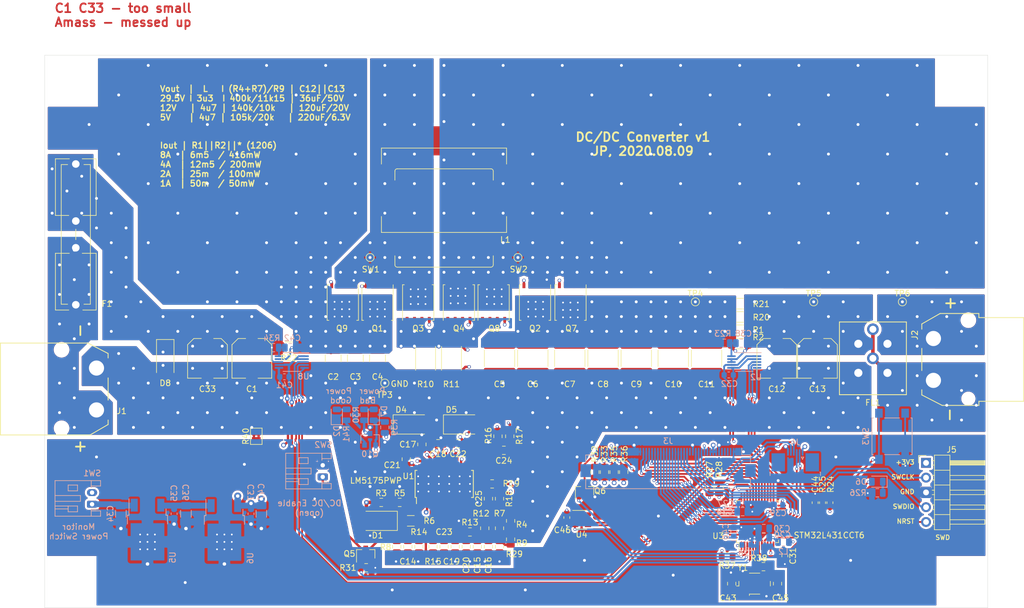
<source format=kicad_pcb>
(kicad_pcb (version 20171130) (host pcbnew "(5.1.5)-3")
  (layers (0 F.Cu signal) (1 In1.Cu signal) (2 In2.Cu signal) (31 B.Cu signal) (34 B.Paste user) (35 F.Paste user) (36 B.SilkS user) (37 F.SilkS user) (38 B.Mask user) (39 F.Mask user) (44 Edge.Cuts user))
  (net 0 "")
  (net 1 Isense+)
  (net 2 Isense-)
  (net 3 VinSupply)
  (net 4 "Net-(C15-Pad2)")
  (net 5 "Net-(C21-Pad1)")
  (net 6 SW1)
  (net 7 SW2)
  (net 8 "Net-(C22-Pad1)")
  (net 9 "Net-(C24-Pad2)")
  (net 10 "Net-(C24-Pad1)")
  (net 11 "Net-(C25-Pad2)")
  (net 12 "Net-(C25-Pad1)")
  (net 13 "Net-(D1-Pad1)")
  (net 14 CS)
  (net 15 HDRV1)
  (net 16 HDRV2)
  (net 17 LDRV1)
  (net 18 LDRV2)
  (net 19 "Net-(R3-Pad2)")
  (net 20 "Net-(R4-Pad2)")
  (net 21 EN)
  (net 22 FB)
  (net 23 "Net-(R12-Pad1)")
  (net 24 Vcc)
  (net 25 SWCLK)
  (net 26 SWDIO)
  (net 27 +3V3)
  (net 28 +3.3VADC)
  (net 29 NRST)
  (net 30 Vin+)
  (net 31 Vin-)
  (net 32 "Net-(C34-Pad1)")
  (net 33 +15V)
  (net 34 Switch)
  (net 35 LED)
  (net 36 "Net-(D6-Pad1)")
  (net 37 "Net-(F1-Pad1)")
  (net 38 /D7)
  (net 39 /D6)
  (net 40 /D5)
  (net 41 /D4)
  (net 42 /D3)
  (net 43 /D2)
  (net 44 /D1)
  (net 45 /D0)
  (net 46 ShutOff)
  (net 47 "Net-(R24-Pad2)")
  (net 48 SDA)
  (net 49 SCL)
  (net 50 InaOutAlert)
  (net 51 InaInAlert)
  (net 52 "Net-(D7-Pad2)")
  (net 53 "Net-(R29-Pad1)")
  (net 54 "Net-(C38-Pad1)")
  (net 55 "Net-(C42-Pad1)")
  (net 56 "Net-(C43-Pad1)")
  (net 57 "Net-(C45-Pad1)")
  (net 58 "Net-(J3-Pad47)")
  (net 59 "Net-(J3-Pad46)")
  (net 60 "Net-(J3-Pad45)")
  (net 61 "Net-(J3-Pad44)")
  (net 62 "Net-(J3-Pad39)")
  (net 63 /LCD_SELECT)
  (net 64 /LCD_D_C)
  (net 65 /LCD_WRX)
  (net 66 /LCD_RDX)
  (net 67 "Net-(J3-Pad33)")
  (net 68 /D8)
  (net 69 /D9)
  (net 70 /D10)
  (net 71 /D11)
  (net 72 /D12)
  (net 73 /D13)
  (net 74 /D14)
  (net 75 /D15)
  (net 76 "Net-(J3-Pad5)")
  (net 77 "Net-(J3-Pad4)")
  (net 78 "Net-(J3-Pad3)")
  (net 79 "Net-(J3-Pad2)")
  (net 80 "Net-(J3-Pad1)")
  (net 81 TP_Reset)
  (net 82 TP_Interrupt)
  (net 83 "Net-(R38-Pad1)")
  (net 84 "Net-(U3-Pad10)")
  (net 85 "Net-(U3-Pad12)")
  (net 86 TempAlert)
  (net 87 GNDPWR)
  (net 88 GND)
  (net 89 /LCD_RESET)
  (net 90 LCD_BACKGROUD_LED)
  (net 91 /PowerOut)
  (net 92 GNDD)
  (net 93 "Net-(U3-Pad44)")
  (net 94 "Net-(D2-Pad2)")
  (net 95 "Net-(Q10-Pad2)")
  (net 96 /MODE)
  (net 97 /SS)
  (net 98 /COMP)
  (net 99 /SLOPE)
  (net 100 /RT)
  (net 101 /PGOOD)
  (module Resistor_SMD:R_0805_2012Metric (layer B.Cu) (at 131.826 91.821 90)
    (fp_text reference R41 (at -3.302 0 90) (layer B.SilkS) (effects (justify mirror)))
    (fp_text value 10k)
    (pad 2 smd roundrect (at 0.9375 0 90) (size 0.975 1.4) (layers B.Cu B.Paste B.Mask) (net 94 "Net-(D2-Pad2)"))
    (pad 1 smd roundrect (at -0.9375 0 90) (size 0.975 1.4) (layers B.Cu B.Paste B.Mask) (net 95 "Net-(Q10-Pad2)"))
  )
  (module Resistor_SMD:R_0805_2012Metric (layer B.Cu) (at 138.43 93.98 90)
    (fp_text reference R39 (at 0 1.65 90) (layer B.SilkS) (effects (justify mirror)))
    (fp_text value 100k)
    (pad 2 smd roundrect (at 0.9375 0 90) (size 0.975 1.4) (layers B.Cu B.Paste B.Mask) (net 101 /PGOOD))
    (pad 1 smd roundrect (at -0.9375 0 90) (size 0.975 1.4) (layers B.Cu B.Paste B.Mask) (net 24 Vcc))
  )
  (module Package_TO_SOT_SMD:SOT-23 (layer B.Cu) (at 135.89 96.012 90)
    (fp_text reference Q10 (at -2.54 0 180) (layer B.SilkS) (effects (justify mirror)))
    (fp_text value IRLML2502)
    (pad 3 smd rect (at 1 0 90) (size 0.9 0.8) (layers B.Cu B.Paste B.Mask) (net 24 Vcc))
    (pad 2 smd rect (at -1 -0.95 90) (size 0.9 0.8) (layers B.Cu B.Paste B.Mask) (net 95 "Net-(Q10-Pad2)"))
    (pad 1 smd rect (at -1 0.95 90) (size 0.9 0.8) (layers B.Cu B.Paste B.Mask) (net 101 /PGOOD))
  )
  (module LED_SMD:LED_0805_2012Metric (layer B.Cu) (at 130.175 91.821 90)
    (fp_text reference D2 (at -2.794 0 90) (layer B.SilkS) (effects (justify mirror)))
    (fp_text value PowerLED-Good)
    (pad 2 smd roundrect (at 0.9375 0 90) (size 0.975 1.4) (layers B.Cu B.Paste B.Mask) (net 94 "Net-(D2-Pad2)"))
    (pad 1 smd roundrect (at -0.9375 0 90) (size 0.975 1.4) (layers B.Cu B.Paste B.Mask) (net 88 GND))
  )
  (module TestPoint:TestPoint_THTPad_D1.0mm_Drill0.5mm (layer F.Cu) (at 227.33 72.39)
    (fp_text reference TP6 (at 0 -1.448) (layer F.SilkS))
    (fp_text value TestPoint)
    (pad 1 thru_hole circle (at 0 0) (size 1 1) (drill 0.5) (layers *.Cu *.Mask) (net 91 /PowerOut))
  )
  (module TestPoint:TestPoint_THTPad_D1.0mm_Drill0.5mm (layer F.Cu) (at 212.09 72.39)
    (fp_text reference TP5 (at 0 -1.448) (layer F.SilkS))
    (fp_text value TestPoint)
    (pad 1 thru_hole circle (at 0 0) (size 1 1) (drill 0.5) (layers *.Cu *.Mask) (net 2 Isense-))
  )
  (module TestPoint:TestPoint_THTPad_D1.0mm_Drill0.5mm (layer F.Cu) (at 191.77 72.39)
    (fp_text reference TP4 (at 0 -1.448) (layer F.SilkS))
    (fp_text value TestPoint)
    (pad 1 thru_hole circle (at 0 0) (size 1 1) (drill 0.5) (layers *.Cu *.Mask) (net 1 Isense+))
  )
  (module TestPoint:TestPoint_THTPad_D1.0mm_Drill0.5mm (layer F.Cu) (at 138.43 86.36)
    (fp_text reference TP3 (at 0 2.032) (layer F.SilkS))
    (fp_text value TestPoint)
    (pad 1 thru_hole circle (at 0 0) (size 1 1) (drill 0.5) (layers *.Cu *.Mask) (net 88 GND))
  )
  (module JPInductors:Filter_Murata_BNX005 (layer F.Cu) (at 222.265 82.105)
    (fp_text reference FL1 (at 0 7.62 180) (layer F.SilkS))
    (fp_text value BNX025)
    (pad 4 thru_hole circle (at 0 0) (size 2 2) (drill 1.2) (layers *.Cu *.Mask) (net 87 GNDPWR))
    (pad 4 thru_hole circle (at 0 -5) (size 2 2) (drill 1.2) (layers *.Cu *.Mask) (net 87 GNDPWR))
    (pad 3 thru_hole circle (at -2.5 2.5) (size 2.5 2.5) (drill 1.4) (layers *.Cu *.Mask) (net 88 GND))
    (pad 4 thru_hole circle (at 2.5 2.5) (size 2.5 2.5) (drill 1.4) (layers *.Cu *.Mask) (net 87 GNDPWR))
    (pad 2 thru_hole circle (at 2.5 -2.5) (size 2.5 2.5) (drill 1.4) (layers *.Cu *.Mask) (net 91 /PowerOut))
    (pad 1 thru_hole circle (at -2.5 -2.5) (size 2.5 2.5) (drill 1.4) (layers *.Cu *.Mask) (net 2 Isense-))
  )
  (module TestPoint:TestPoint_THTPad_D1.0mm_Drill0.5mm (layer F.Cu) (at 161.29 64.77)
    (fp_text reference TP2 hide)
    (fp_text value TestPoint)
    (pad 1 thru_hole circle (at 0 0) (size 1 1) (drill 0.5) (layers *.Cu *.Mask) (net 7 SW2))
  )
  (module TestPoint:TestPoint_THTPad_D1.0mm_Drill0.5mm (layer F.Cu) (at 135.89 64.77)
    (fp_text reference TP1 hide)
    (fp_text value TestPoint)
    (pad 1 thru_hole circle (at 0 0) (size 1 1) (drill 0.5) (layers *.Cu *.Mask) (net 6 SW1))
  )
  (module JPInductors:L_Wuerth_WE-HCF (layer F.Cu) (at 148.59 53.213)
    (fp_text reference L3 hide)
    (fp_text value 7443630310)
    (pad 1 smd rect (at -4.5 8.5) (size 4 5) (layers F.Cu F.Paste F.Mask) (net 6 SW1))
    (pad 2 smd rect (at 4.5 8.5) (size 4 5) (layers F.Cu F.Paste F.Mask) (net 7 SW2))
    (pad 3 smd rect (at 0 -8.5) (size 4 5) (layers F.Cu F.Paste F.Mask))
  )
  (module Button_Switch_SMD:SW_SPST_B3S-1000 (layer B.Cu) (at 225.552 95.504 270)
    (fp_text reference SW3 (at 0 4.5 90) (layer B.SilkS) (effects (justify mirror)))
    (fp_text value SW_DIP_x01)
    (pad 2 smd rect (at 3.975 -2.25 270) (size 1.55 1.3) (layers B.Cu B.Paste B.Mask) (net 92 GNDD))
    (pad 2 smd rect (at -3.975 -2.25 270) (size 1.55 1.3) (layers B.Cu B.Paste B.Mask) (net 92 GNDD))
    (pad 1 smd rect (at 3.975 2.25 270) (size 1.55 1.3) (layers B.Cu B.Paste B.Mask) (net 47 "Net-(R24-Pad2)"))
    (pad 1 smd rect (at -3.975 2.25 270) (size 1.55 1.3) (layers B.Cu B.Paste B.Mask) (net 47 "Net-(R24-Pad2)"))
  )
  (module JPConnectors:XT60PW-M (layer F.Cu) (at 88.9 87.376 90)
    (fp_text reference J1 (at -3.8 4.318 180) (layer F.SilkS))
    (fp_text value PowerIN)
    (fp_text user - (at 10.033 -2.921 90) (layer F.SilkS) (effects (font (size 2 2) (thickness 0.3))))
    (fp_text user + (at -9.906 -2.921 90) (layer F.SilkS) (effects (font (size 2 2) (thickness 0.3))))
    (pad "" np_thru_hole circle (at 6.75 -6 90) (size 1.7 1.7) (drill 1.7) (layers *.Cu *.Mask))
    (pad "" np_thru_hole circle (at -6.75 -6 90) (size 1.7 1.7) (drill 1.7) (layers *.Cu *.Mask))
    (pad 2 thru_hole circle (at 3.6 0 90) (size 4.5 4.5) (drill 2.6) (layers *.Cu *.Mask) (net 88 GND))
    (pad 1 thru_hole circle (at -3.6 0 90) (size 4.5 4.5) (drill 2.6) (layers *.Cu *.Mask) (net 37 "Net-(F1-Pad1)"))
  )
  (module JPConnectors:XT60PW-F (layer F.Cu) (at 232.664 82.296 270)
    (fp_text reference J2 (at -4.2 3.2 90) (layer F.SilkS))
    (fp_text value PowerOUT)
    (fp_text user - (at 9.525 -2.667 90) (layer F.SilkS) (effects (font (size 2 2) (thickness 0.3))))
    (fp_text user + (at -9.652 -2.794 90) (layer F.SilkS) (effects (font (size 2 2) (thickness 0.3))))
    (pad "" np_thru_hole circle (at 6.75 -6 270) (size 1.7 1.7) (drill 1.7) (layers *.Cu *.Mask))
    (pad "" np_thru_hole circle (at -6.75 -6 270) (size 1.7 1.7) (drill 1.7) (layers *.Cu *.Mask))
    (pad 2 thru_hole circle (at 3.6 0 270) (size 4.5 4.5) (drill 2.6) (layers *.Cu *.Mask) (net 87 GNDPWR))
    (pad 1 thru_hole circle (at -3.6 0 270) (size 4.5 4.5) (drill 2.6) (layers *.Cu *.Mask) (net 91 /PowerOut))
  )
  (module Diode_SMD:D_MELF (layer F.Cu) (at 100.711 82.169 270)
    (fp_text reference D8 (at 4.191 0 180) (layer F.SilkS))
    (fp_text value 1n4007)
    (pad 2 smd rect (at 2.4 0 270) (size 1.5 2.7) (layers F.Cu F.Paste F.Mask) (net 88 GND))
    (pad 1 smd rect (at -2.4 0 270) (size 1.5 2.7) (layers F.Cu F.Paste F.Mask) (net 30 Vin+))
  )
  (module Connector_JST:JST_PH_S2B-PH-K_1x02_P2.00mm_Horizontal (layer B.Cu) (at 127.762 102.489 90)
    (fp_text reference SW2 (at 5.524 0.112 180) (layer B.SilkS) (effects (justify mirror)))
    (fp_text value SW_DIP_x01)
    (pad 2 thru_hole oval (at 2 0 90) (size 1.2 1.75) (drill 0.75) (layers *.Cu *.Mask) (net 92 GNDD))
    (pad 1 thru_hole roundrect (at 0 0 90) (size 1.2 1.75) (drill 0.75) (layers *.Cu *.Mask) (roundrect_rratio 0.208333) (net 21 EN))
  )
  (module Connector_JST:JST_PH_S2B-PH-K_1x02_P2.00mm_Horizontal (layer B.Cu) (at 88.138 107.188 90)
    (fp_text reference SW1 (at 5.334 0 180) (layer B.SilkS) (effects (justify mirror)))
    (fp_text value SW_DIP_x01)
    (pad 2 thru_hole oval (at 2 0 90) (size 1.2 1.75) (drill 0.75) (layers *.Cu *.Mask) (net 31 Vin-))
    (pad 1 thru_hole roundrect (at 0 0 90) (size 1.2 1.75) (drill 0.75) (layers *.Cu *.Mask) (roundrect_rratio 0.208333) (net 32 "Net-(C34-Pad1)"))
  )
  (module Capacitor_SMD:C_0603_1608Metric (layer B.Cu) (at 200.533 114.173)
    (fp_text reference C26 (at 0 1.43) (layer B.SilkS) (effects (justify mirror)))
    (fp_text value 100n)
    (pad 2 smd roundrect (at 0.7875 0) (size 0.875 0.95) (layers B.Cu B.Paste B.Mask) (net 92 GNDD))
    (pad 1 smd roundrect (at -0.7875 0) (size 0.875 0.95) (layers B.Cu B.Paste B.Mask) (net 27 +3V3))
  )
  (module Package_QFP:LQFP-48_7x7mm_P0.5mm (layer F.Cu) (at 202.438 110.1725 90)
    (fp_text reference U3 (at -2.4765 -6.731 180) (layer F.SilkS))
    (fp_text value STM32L431CCTx)
    (pad 1 smd roundrect (at -4.1625 -2.75 90) (size 1.475 0.3) (layers F.Cu F.Paste F.Mask) (net 27 +3V3))
    (pad 2 smd roundrect (at -4.1625 -2.25 90) (size 1.475 0.3) (layers F.Cu F.Paste F.Mask) (net 90 LCD_BACKGROUD_LED))
    (pad 3 smd roundrect (at -4.1625 -1.75 90) (size 1.475 0.3) (layers F.Cu F.Paste F.Mask) (net 86 TempAlert))
    (pad 4 smd roundrect (at -4.1625 -1.25 90) (size 1.475 0.3) (layers F.Cu F.Paste F.Mask) (net 51 InaInAlert))
    (pad 5 smd roundrect (at -4.1625 -0.75 90) (size 1.475 0.3) (layers F.Cu F.Paste F.Mask) (net 56 "Net-(C43-Pad1)"))
    (pad 6 smd roundrect (at -4.1625 -0.25 90) (size 1.475 0.3) (layers F.Cu F.Paste F.Mask) (net 83 "Net-(R38-Pad1)"))
    (pad 7 smd roundrect (at -4.1625 0.25 90) (size 1.475 0.3) (layers F.Cu F.Paste F.Mask) (net 29 NRST))
    (pad 8 smd roundrect (at -4.1625 0.75 90) (size 1.475 0.3) (layers F.Cu F.Paste F.Mask) (net 92 GNDD))
    (pad 9 smd roundrect (at -4.1625 1.25 90) (size 1.475 0.3) (layers F.Cu F.Paste F.Mask) (net 28 +3.3VADC))
    (pad 10 smd roundrect (at -4.1625 1.75 90) (size 1.475 0.3) (layers F.Cu F.Paste F.Mask) (net 84 "Net-(U3-Pad10)"))
    (pad 11 smd roundrect (at -4.1625 2.25 90) (size 1.475 0.3) (layers F.Cu F.Paste F.Mask) (net 46 ShutOff))
    (pad 12 smd roundrect (at -4.1625 2.75 90) (size 1.475 0.3) (layers F.Cu F.Paste F.Mask) (net 85 "Net-(U3-Pad12)"))
    (pad 13 smd roundrect (at -2.75 4.1625 90) (size 0.3 1.475) (layers F.Cu F.Paste F.Mask) (net 35 LED))
    (pad 14 smd roundrect (at -2.25 4.1625 90) (size 0.3 1.475) (layers F.Cu F.Paste F.Mask) (net 34 Switch))
    (pad 15 smd roundrect (at -1.75 4.1625 90) (size 0.3 1.475) (layers F.Cu F.Paste F.Mask) (net 81 TP_Reset))
    (pad 16 smd roundrect (at -1.25 4.1625 90) (size 0.3 1.475) (layers F.Cu F.Paste F.Mask) (net 82 TP_Interrupt))
    (pad 17 smd roundrect (at -0.75 4.1625 90) (size 0.3 1.475) (layers F.Cu F.Paste F.Mask) (net 50 InaOutAlert))
    (pad 18 smd roundrect (at -0.25 4.1625 90) (size 0.3 1.475) (layers F.Cu F.Paste F.Mask) (net 45 /D0))
    (pad 19 smd roundrect (at 0.25 4.1625 90) (size 0.3 1.475) (layers F.Cu F.Paste F.Mask) (net 44 /D1))
    (pad 20 smd roundrect (at 0.75 4.1625 90) (size 0.3 1.475) (layers F.Cu F.Paste F.Mask) (net 43 /D2))
    (pad 21 smd roundrect (at 1.25 4.1625 90) (size 0.3 1.475) (layers F.Cu F.Paste F.Mask) (net 70 /D10))
    (pad 22 smd roundrect (at 1.75 4.1625 90) (size 0.3 1.475) (layers F.Cu F.Paste F.Mask) (net 71 /D11))
    (pad 23 smd roundrect (at 2.25 4.1625 90) (size 0.3 1.475) (layers F.Cu F.Paste F.Mask) (net 92 GNDD))
    (pad 24 smd roundrect (at 2.75 4.1625 90) (size 0.3 1.475) (layers F.Cu F.Paste F.Mask) (net 27 +3V3))
    (pad 25 smd roundrect (at 4.1625 2.75 90) (size 1.475 0.3) (layers F.Cu F.Paste F.Mask) (net 72 /D12))
    (pad 26 smd roundrect (at 4.1625 2.25 90) (size 1.475 0.3) (layers F.Cu F.Paste F.Mask) (net 73 /D13))
    (pad 27 smd roundrect (at 4.1625 1.75 90) (size 1.475 0.3) (layers F.Cu F.Paste F.Mask) (net 74 /D14))
    (pad 28 smd roundrect (at 4.1625 1.25 90) (size 1.475 0.3) (layers F.Cu F.Paste F.Mask) (net 75 /D15))
    (pad 29 smd roundrect (at 4.1625 0.75 90) (size 1.475 0.3) (layers F.Cu F.Paste F.Mask) (net 64 /LCD_D_C))
    (pad 30 smd roundrect (at 4.1625 0.25 90) (size 1.475 0.3) (layers F.Cu F.Paste F.Mask) (net 49 SCL))
    (pad 31 smd roundrect (at 4.1625 -0.25 90) (size 1.475 0.3) (layers F.Cu F.Paste F.Mask) (net 48 SDA))
    (pad 32 smd roundrect (at 4.1625 -0.75 90) (size 1.475 0.3) (layers F.Cu F.Paste F.Mask) (net 65 /LCD_WRX))
    (pad 33 smd roundrect (at 4.1625 -1.25 90) (size 1.475 0.3) (layers F.Cu F.Paste F.Mask) (net 66 /LCD_RDX))
    (pad 34 smd roundrect (at 4.1625 -1.75 90) (size 1.475 0.3) (layers F.Cu F.Paste F.Mask) (net 26 SWDIO))
    (pad 35 smd roundrect (at 4.1625 -2.25 90) (size 1.475 0.3) (layers F.Cu F.Paste F.Mask) (net 92 GNDD))
    (pad 36 smd roundrect (at 4.1625 -2.75 90) (size 1.475 0.3) (layers F.Cu F.Paste F.Mask) (net 27 +3V3))
    (pad 37 smd roundrect (at 2.75 -4.1625 90) (size 0.3 1.475) (layers F.Cu F.Paste F.Mask) (net 25 SWCLK))
    (pad 38 smd roundrect (at 2.25 -4.1625 90) (size 0.3 1.475) (layers F.Cu F.Paste F.Mask) (net 89 /LCD_RESET))
    (pad 39 smd roundrect (at 1.75 -4.1625 90) (size 0.3 1.475) (layers F.Cu F.Paste F.Mask) (net 42 /D3))
    (pad 40 smd roundrect (at 1.25 -4.1625 90) (size 0.3 1.475) (layers F.Cu F.Paste F.Mask) (net 41 /D4))
    (pad 41 smd roundrect (at 0.75 -4.1625 90) (size 0.3 1.475) (layers F.Cu F.Paste F.Mask) (net 40 /D5))
    (pad 42 smd roundrect (at 0.25 -4.1625 90) (size 0.3 1.475) (layers F.Cu F.Paste F.Mask) (net 39 /D6))
    (pad 43 smd roundrect (at -0.25 -4.1625 90) (size 0.3 1.475) (layers F.Cu F.Paste F.Mask) (net 38 /D7))
    (pad 44 smd roundrect (at -0.75 -4.1625 90) (size 0.3 1.475) (layers F.Cu F.Paste F.Mask) (net 93 "Net-(U3-Pad44)"))
    (pad 45 smd roundrect (at -1.25 -4.1625 90) (size 0.3 1.475) (layers F.Cu F.Paste F.Mask) (net 68 /D8))
    (pad 46 smd roundrect (at -1.75 -4.1625 90) (size 0.3 1.475) (layers F.Cu F.Paste F.Mask) (net 69 /D9))
    (pad 47 smd roundrect (at -2.25 -4.1625 90) (size 0.3 1.475) (layers F.Cu F.Paste F.Mask) (net 92 GNDD))
    (pad 48 smd roundrect (at -2.75 -4.1625 90) (size 0.3 1.475) (layers F.Cu F.Paste F.Mask) (net 27 +3V3))
  )
  (module JPFuses:Fuseholder5x20_horiz_open_big (layer F.Cu) (at 85.344 72.898 90)
    (fp_text reference F1 (at 0.174 5.334 180) (layer F.SilkS))
    (fp_text value Fuse)
    (pad 1 thru_hole circle (at 0 0 90) (size 2.35 2.35) (drill 1.3) (layers *.Cu *.Mask) (net 37 "Net-(F1-Pad1)"))
    (pad 1 thru_hole circle (at 9.8 0 90) (size 2.35 2.35) (drill 1.3) (layers *.Cu *.Mask) (net 37 "Net-(F1-Pad1)"))
    (pad 2 thru_hole circle (at 24.2 0 90) (size 2.35 2.35) (drill 1.3) (layers *.Cu *.Mask) (net 30 Vin+))
    (pad 2 thru_hole circle (at 14.4 0 90) (size 2.35 2.35) (drill 1.3) (layers *.Cu *.Mask) (net 30 Vin+))
  )
  (module Connector_PinHeader_2.54mm:PinHeader_1x05_P2.54mm_Horizontal (layer F.Cu) (at 231.394 100.076)
    (fp_text reference J5 (at 4.385 -2.27) (layer F.SilkS))
    (fp_text value SWD)
    (pad 5 thru_hole oval (at 0 10.16) (size 1.7 1.7) (drill 1) (layers *.Cu *.Mask) (net 29 NRST))
    (pad 4 thru_hole oval (at 0 7.62) (size 1.7 1.7) (drill 1) (layers *.Cu *.Mask) (net 26 SWDIO))
    (pad 3 thru_hole oval (at 0 5.08) (size 1.7 1.7) (drill 1) (layers *.Cu *.Mask) (net 92 GNDD))
    (pad 2 thru_hole oval (at 0 2.54) (size 1.7 1.7) (drill 1) (layers *.Cu *.Mask) (net 25 SWCLK))
    (pad 1 thru_hole rect (at 0 0) (size 1.7 1.7) (drill 1) (layers *.Cu *.Mask) (net 27 +3V3))
  )
  (module Package_TO_SOT_SMD:TDSON-8-1 (layer F.Cu) (at 131.206 72.516 270)
    (fp_text reference Q9 (at 4.446 0.142 180) (layer F.SilkS))
    (fp_text value BSC340N08NS3)
    (pad 5 smd rect (at 1.05 0 270) (size 4.55 4.41) (layers F.Cu) (net 31 Vin-))
    (pad 4 smd rect (at -2.9 1.905 270) (size 0.85 0.5) (layers F.Cu F.Paste F.Mask) (net 15 HDRV1))
    (pad 3 smd rect (at -2.9 0.635 270) (size 0.85 0.5) (layers F.Cu F.Paste F.Mask) (net 6 SW1))
    (pad 2 smd rect (at -2.9 -0.635 270) (size 0.85 0.5) (layers F.Cu F.Paste F.Mask) (net 6 SW1))
    (pad 1 smd rect (at -2.9 -1.905 270) (size 0.85 0.5) (layers F.Cu F.Paste F.Mask) (net 6 SW1))
  )
  (module Package_TO_SOT_SMD:TDSON-8-1 (layer F.Cu) (at 157.114 72.516 90)
    (fp_text reference Q8 (at -4.446 0.112 180) (layer F.SilkS))
    (fp_text value BSC340N08NS3)
    (pad 5 smd rect (at 1.05 0 90) (size 4.55 4.41) (layers F.Cu) (net 7 SW2))
    (pad 4 smd rect (at -2.9 1.905 90) (size 0.85 0.5) (layers F.Cu F.Paste F.Mask) (net 18 LDRV2))
    (pad 3 smd rect (at -2.9 0.635 90) (size 0.85 0.5) (layers F.Cu F.Paste F.Mask) (net 14 CS))
    (pad 2 smd rect (at -2.9 -0.635 90) (size 0.85 0.5) (layers F.Cu F.Paste F.Mask) (net 14 CS))
    (pad 1 smd rect (at -2.9 -1.905 90) (size 0.85 0.5) (layers F.Cu F.Paste F.Mask) (net 14 CS))
  )
  (module Package_TO_SOT_SMD:TDSON-8-1 (layer F.Cu) (at 170.322 72.516 270)
    (fp_text reference Q7 (at 4.446 -0.112 180) (layer F.SilkS))
    (fp_text value BSC340N08NS3)
    (pad 5 smd rect (at 1.05 0 270) (size 4.55 4.41) (layers F.Cu) (net 1 Isense+))
    (pad 4 smd rect (at -2.9 1.905 270) (size 0.85 0.5) (layers F.Cu F.Paste F.Mask) (net 16 HDRV2))
    (pad 3 smd rect (at -2.9 0.635 270) (size 0.85 0.5) (layers F.Cu F.Paste F.Mask) (net 7 SW2))
    (pad 2 smd rect (at -2.9 -0.635 270) (size 0.85 0.5) (layers F.Cu F.Paste F.Mask) (net 7 SW2))
    (pad 1 smd rect (at -2.9 -1.905 270) (size 0.85 0.5) (layers F.Cu F.Paste F.Mask) (net 7 SW2))
  )
  (module Package_TO_SOT_SMD:TO-252-2 (layer B.Cu) (at 110.87 111.618 270)
    (fp_text reference U6 (at 4.841 -4.446 90) (layer B.SilkS) (effects (justify mirror)))
    (fp_text value LM78M33)
    (pad 2 smd rect (at 2.1 0 270) (size 6.4 5.8) (layers B.Cu B.Mask) (net 92 GNDD))
    (pad 3 smd rect (at -4.2 -2.28 270) (size 2.2 1.2) (layers B.Cu B.Paste B.Mask) (net 27 +3V3))
    (pad 1 smd rect (at -4.2 2.28 270) (size 2.2 1.2) (layers B.Cu B.Paste B.Mask) (net 33 +15V))
  )
  (module Capacitor_SMD:C_1206_3216Metric (layer B.Cu) (at 104.266 108.824 270)
    (fp_text reference C36 (at -3.668 -0.001 90) (layer B.SilkS) (effects (justify mirror)))
    (fp_text value 4u7/16V)
    (pad 2 smd roundrect (at 1.4 0 270) (size 1.25 1.75) (layers B.Cu B.Paste B.Mask) (roundrect_rratio 0.2) (net 92 GNDD))
    (pad 1 smd roundrect (at -1.4 0 270) (size 1.25 1.75) (layers B.Cu B.Paste B.Mask) (roundrect_rratio 0.2) (net 33 +15V))
  )
  (module Jumper:SolderJumper-2_P1.3mm_Bridged2Bar_Pad1.0x1.5mm (layer F.Cu) (at 116.347 95.504 90)
    (fp_text reference R40 (at 0 -1.8 90) (layer F.SilkS))
    (fp_text value 0)
    (fp_poly (pts (xy -0.25 -0.6) (xy 0.25 -0.6) (xy 0.25 -0.2) (xy -0.25 -0.2)) (layer F.Cu) (width 0))
    (fp_poly (pts (xy -0.25 0.2) (xy 0.25 0.2) (xy 0.25 0.6) (xy -0.25 0.6)) (layer F.Cu) (width 0))
    (pad 2 smd rect (at 0.65 0 90) (size 1 1.5) (layers F.Cu F.Mask) (net 88 GND))
    (pad 1 smd rect (at -0.65 0 90) (size 1 1.5) (layers F.Cu F.Mask) (net 92 GNDD))
  )
  (module Resistor_SMD:R_0805_2012Metric (layer B.Cu) (at 196.738 79.501 180)
    (fp_text reference R23 (at 0.269 1.65) (layer B.SilkS) (effects (justify mirror)))
    (fp_text value 100)
    (pad 1 smd roundrect (at -0.9375 0 180) (size 0.975 1.4) (layers B.Cu B.Paste B.Mask) (net 54 "Net-(C38-Pad1)"))
    (pad 2 smd roundrect (at 0.9375 0 180) (size 0.975 1.4) (layers B.Cu B.Paste B.Mask) (net 1 Isense+))
  )
  (module JPConnectors:Hirose_FH12-50S-0.5SH_1x50-1MP_P0.50mm_Horizontal (layer B.Cu) (at 187.086 100.012 180)
    (fp_text reference J3 (at 0 3.7 180) (layer B.SilkS) (effects (justify mirror)))
    (fp_text value RVT28AETNWC00)
    (pad MP smd rect (at 14.15 -1.4 180) (size 1.8 2.2) (layers B.Cu B.Paste B.Mask))
    (pad MP smd rect (at -14.15 -1.4 180) (size 1.8 2.2) (layers B.Cu B.Paste B.Mask))
    (pad 50 smd rect (at -12.25 1.85 180) (size 0.3 1.3) (layers B.Cu B.Paste B.Mask) (net 92 GNDD))
    (pad 49 smd rect (at -11.75 1.85 180) (size 0.3 1.3) (layers B.Cu B.Paste B.Mask) (net 92 GNDD))
    (pad 48 smd rect (at -11.25 1.85 180) (size 0.3 1.3) (layers B.Cu B.Paste B.Mask) (net 92 GNDD))
    (pad 47 smd rect (at -10.75 1.85 180) (size 0.3 1.3) (layers B.Cu B.Paste B.Mask) (net 58 "Net-(J3-Pad47)"))
    (pad 46 smd rect (at -10.25 1.85 180) (size 0.3 1.3) (layers B.Cu B.Paste B.Mask) (net 59 "Net-(J3-Pad46)"))
    (pad 45 smd rect (at -9.75 1.85 180) (size 0.3 1.3) (layers B.Cu B.Paste B.Mask) (net 60 "Net-(J3-Pad45)"))
    (pad 44 smd rect (at -9.25 1.85 180) (size 0.3 1.3) (layers B.Cu B.Paste B.Mask) (net 61 "Net-(J3-Pad44)"))
    (pad 43 smd rect (at -8.75 1.85 180) (size 0.3 1.3) (layers B.Cu B.Paste B.Mask) (net 92 GNDD))
    (pad 42 smd rect (at -8.25 1.85 180) (size 0.3 1.3) (layers B.Cu B.Paste B.Mask) (net 27 +3V3))
    (pad 41 smd rect (at -7.75 1.85 180) (size 0.3 1.3) (layers B.Cu B.Paste B.Mask) (net 27 +3V3))
    (pad 40 smd rect (at -7.25 1.85 180) (size 0.3 1.3) (layers B.Cu B.Paste B.Mask) (net 27 +3V3))
    (pad 39 smd rect (at -6.75 1.85 180) (size 0.3 1.3) (layers B.Cu B.Paste B.Mask) (net 62 "Net-(J3-Pad39)"))
    (pad 38 smd rect (at -6.25 1.85 180) (size 0.3 1.3) (layers B.Cu B.Paste B.Mask) (net 63 /LCD_SELECT))
    (pad 37 smd rect (at -5.75 1.85 180) (size 0.3 1.3) (layers B.Cu B.Paste B.Mask) (net 64 /LCD_D_C))
    (pad 36 smd rect (at -5.25 1.85 180) (size 0.3 1.3) (layers B.Cu B.Paste B.Mask) (net 65 /LCD_WRX))
    (pad 35 smd rect (at -4.75 1.85 180) (size 0.3 1.3) (layers B.Cu B.Paste B.Mask) (net 66 /LCD_RDX))
    (pad 34 smd rect (at -4.25 1.85 180) (size 0.3 1.3) (layers B.Cu B.Paste B.Mask) (net 92 GNDD))
    (pad 33 smd rect (at -3.75 1.85 180) (size 0.3 1.3) (layers B.Cu B.Paste B.Mask) (net 67 "Net-(J3-Pad33)"))
    (pad 32 smd rect (at -3.25 1.85 180) (size 0.3 1.3) (layers B.Cu B.Paste B.Mask) (net 45 /D0))
    (pad 31 smd rect (at -2.75 1.85 180) (size 0.3 1.3) (layers B.Cu B.Paste B.Mask) (net 44 /D1))
    (pad 30 smd rect (at -2.25 1.85 180) (size 0.3 1.3) (layers B.Cu B.Paste B.Mask) (net 43 /D2))
    (pad 29 smd rect (at -1.75 1.85 180) (size 0.3 1.3) (layers B.Cu B.Paste B.Mask) (net 42 /D3))
    (pad 28 smd rect (at -1.25 1.85 180) (size 0.3 1.3) (layers B.Cu B.Paste B.Mask) (net 41 /D4))
    (pad 27 smd rect (at -0.75 1.85 180) (size 0.3 1.3) (layers B.Cu B.Paste B.Mask) (net 40 /D5))
    (pad 26 smd rect (at -0.25 1.85 180) (size 0.3 1.3) (layers B.Cu B.Paste B.Mask) (net 39 /D6))
    (pad 25 smd rect (at 0.25 1.85 180) (size 0.3 1.3) (layers B.Cu B.Paste B.Mask) (net 38 /D7))
    (pad 24 smd rect (at 0.75 1.85 180) (size 0.3 1.3) (layers B.Cu B.Paste B.Mask) (net 68 /D8))
    (pad 23 smd rect (at 1.25 1.85 180) (size 0.3 1.3) (layers B.Cu B.Paste B.Mask) (net 69 /D9))
    (pad 22 smd rect (at 1.75 1.85 180) (size 0.3 1.3) (layers B.Cu B.Paste B.Mask) (net 70 /D10))
    (pad 21 smd rect (at 2.25 1.85 180) (size 0.3 1.3) (layers B.Cu B.Paste B.Mask) (net 71 /D11))
    (pad 20 smd rect (at 2.75 1.85 180) (size 0.3 1.3) (layers B.Cu B.Paste B.Mask) (net 72 /D12))
    (pad 19 smd rect (at 3.25 1.85 180) (size 0.3 1.3) (layers B.Cu B.Paste B.Mask) (net 73 /D13))
    (pad 18 smd rect (at 3.75 1.85 180) (size 0.3 1.3) (layers B.Cu B.Paste B.Mask) (net 74 /D14))
    (pad 17 smd rect (at 4.25 1.85 180) (size 0.3 1.3) (layers B.Cu B.Paste B.Mask) (net 75 /D15))
    (pad 16 smd rect (at 4.75 1.85 180) (size 0.3 1.3) (layers B.Cu B.Paste B.Mask) (net 92 GNDD))
    (pad 15 smd rect (at 5.25 1.85 180) (size 0.3 1.3) (layers B.Cu B.Paste B.Mask) (net 92 GNDD))
    (pad 14 smd rect (at 5.75 1.85 180) (size 0.3 1.3) (layers B.Cu B.Paste B.Mask) (net 92 GNDD))
    (pad 13 smd rect (at 6.25 1.85 180) (size 0.3 1.3) (layers B.Cu B.Paste B.Mask) (net 92 GNDD))
    (pad 12 smd rect (at 6.75 1.85 180) (size 0.3 1.3) (layers B.Cu B.Paste B.Mask) (net 92 GNDD))
    (pad 11 smd rect (at 7.25 1.85 180) (size 0.3 1.3) (layers B.Cu B.Paste B.Mask) (net 92 GNDD))
    (pad 10 smd rect (at 7.75 1.85 180) (size 0.3 1.3) (layers B.Cu B.Paste B.Mask) (net 89 /LCD_RESET))
    (pad 9 smd rect (at 8.25 1.85 180) (size 0.3 1.3) (layers B.Cu B.Paste B.Mask) (net 92 GNDD))
    (pad 8 smd rect (at 8.75 1.85 180) (size 0.3 1.3) (layers B.Cu B.Paste B.Mask) (net 92 GNDD))
    (pad 7 smd rect (at 9.25 1.85 180) (size 0.3 1.3) (layers B.Cu B.Paste B.Mask) (net 92 GNDD))
    (pad 6 smd rect (at 9.75 1.85 180) (size 0.3 1.3) (layers B.Cu B.Paste B.Mask) (net 27 +3V3))
    (pad 5 smd rect (at 10.25 1.85 180) (size 0.3 1.3) (layers B.Cu B.Paste B.Mask) (net 76 "Net-(J3-Pad5)"))
    (pad 4 smd rect (at 10.75 1.85 180) (size 0.3 1.3) (layers B.Cu B.Paste B.Mask) (net 77 "Net-(J3-Pad4)"))
    (pad 3 smd rect (at 11.25 1.85 180) (size 0.3 1.3) (layers B.Cu B.Paste B.Mask) (net 78 "Net-(J3-Pad3)"))
    (pad 2 smd rect (at 11.75 1.85 180) (size 0.3 1.3) (layers B.Cu B.Paste B.Mask) (net 79 "Net-(J3-Pad2)"))
    (pad 1 smd rect (at 12.25 1.85 180) (size 0.3 1.3) (layers B.Cu B.Paste B.Mask) (net 80 "Net-(J3-Pad1)"))
  )
  (module Capacitor_SMD:C_0603_1608Metric (layer F.Cu) (at 207.137 116.078 270)
    (fp_text reference C31 (at 0 -1.397 90) (layer F.SilkS))
    (fp_text value 100n)
    (pad 2 smd roundrect (at 0.7875 0 270) (size 0.875 0.95) (layers F.Cu F.Paste F.Mask) (net 92 GNDD))
    (pad 1 smd roundrect (at -0.7875 0 270) (size 0.875 0.95) (layers F.Cu F.Paste F.Mask) (net 29 NRST))
  )
  (module Capacitor_SMD:C_1206_3216Metric (layer B.Cu) (at 117.22 108.824 270)
    (fp_text reference C47 (at -3.795 -0.001 90) (layer B.SilkS) (effects (justify mirror)))
    (fp_text value 10u/10V)
    (pad 2 smd roundrect (at 1.4 0 270) (size 1.25 1.75) (layers B.Cu B.Paste B.Mask) (roundrect_rratio 0.2) (net 92 GNDD))
    (pad 1 smd roundrect (at -1.4 0 270) (size 1.25 1.75) (layers B.Cu B.Paste B.Mask) (roundrect_rratio 0.2) (net 27 +3V3))
  )
  (module Resistor_SMD:R_0603_1608Metric (layer F.Cu) (at 213.615 106.919 270)
    (fp_text reference R25 (at -3.16 0.001 90) (layer F.SilkS))
    (fp_text value 10k)
    (pad 2 smd roundrect (at 0.7875 0 270) (size 0.875 0.95) (layers F.Cu F.Paste F.Mask) (net 34 Switch))
    (pad 1 smd roundrect (at -0.7875 0 270) (size 0.875 0.95) (layers F.Cu F.Paste F.Mask) (net 47 "Net-(R24-Pad2)"))
  )
  (module Resistor_SMD:R_0603_1608Metric (layer F.Cu) (at 214.885 106.919 90)
    (fp_text reference R24 (at 3.16 0.126 90) (layer F.SilkS))
    (fp_text value 10k)
    (pad 2 smd roundrect (at 0.7875 0 90) (size 0.875 0.95) (layers F.Cu F.Paste F.Mask) (net 47 "Net-(R24-Pad2)"))
    (pad 1 smd roundrect (at -0.7875 0 90) (size 0.875 0.95) (layers F.Cu F.Paste F.Mask) (net 27 +3V3))
  )
  (module Capacitor_SMD:C_0603_1608Metric (layer F.Cu) (at 169.687 109.473 270)
    (fp_text reference C46 (at 2.159 0.762 180) (layer F.SilkS))
    (fp_text value 100n)
    (pad 2 smd roundrect (at 0.7875 0 270) (size 0.875 0.95) (layers F.Cu F.Paste F.Mask) (net 92 GNDD))
    (pad 1 smd roundrect (at -0.7875 0 270) (size 0.875 0.95) (layers F.Cu F.Paste F.Mask) (net 27 +3V3))
  )
  (module Capacitor_SMD:C_0603_1608Metric (layer F.Cu) (at 212.345 106.919 90)
    (fp_text reference C44 (at 3.16 -0.001 90) (layer F.SilkS))
    (fp_text value 100n)
    (pad 2 smd roundrect (at 0.7875 0 90) (size 0.875 0.95) (layers F.Cu F.Paste F.Mask) (net 92 GNDD))
    (pad 1 smd roundrect (at -0.7875 0 90) (size 0.875 0.95) (layers F.Cu F.Paste F.Mask) (net 34 Switch))
  )
  (module Capacitor_SMD:C_0603_1608Metric (layer B.Cu) (at 121.173 85.28)
    (fp_text reference C41 (at 0 1.43) (layer B.SilkS) (effects (justify mirror)))
    (fp_text value 100n)
    (pad 2 smd roundrect (at 0.7875 0) (size 0.875 0.95) (layers B.Cu B.Paste B.Mask) (net 92 GNDD))
    (pad 1 smd roundrect (at -0.7875 0) (size 0.875 0.95) (layers B.Cu B.Paste B.Mask) (net 27 +3V3))
  )
  (module Capacitor_SMD:C_0603_1608Metric (layer B.Cu) (at 198.374 111.887 90)
    (fp_text reference C40 (at 0 -1.397 90) (layer B.SilkS) (effects (justify mirror)))
    (fp_text value 100n)
    (pad 2 smd roundrect (at 0.7875 0 90) (size 0.875 0.95) (layers B.Cu B.Paste B.Mask) (net 92 GNDD))
    (pad 1 smd roundrect (at -0.7875 0 90) (size 0.875 0.95) (layers B.Cu B.Paste B.Mask) (net 27 +3V3))
  )
  (module Capacitor_SMD:C_0603_1608Metric (layer B.Cu) (at 205.994 107.315 180)
    (fp_text reference C39 (at 0 -1.397) (layer B.SilkS) (effects (justify mirror)))
    (fp_text value 100n)
    (pad 2 smd roundrect (at 0.7875 0 180) (size 0.875 0.95) (layers B.Cu B.Paste B.Mask) (net 92 GNDD))
    (pad 1 smd roundrect (at -0.7875 0 180) (size 0.875 0.95) (layers B.Cu B.Paste B.Mask) (net 27 +3V3))
  )
  (module Capacitor_SMD:C_0603_1608Metric (layer B.Cu) (at 115.442 108.824 270)
    (fp_text reference C37 (at -3.668 -0.001 90) (layer B.SilkS) (effects (justify mirror)))
    (fp_text value 100n)
    (pad 2 smd roundrect (at 0.7875 0 270) (size 0.875 0.95) (layers B.Cu B.Paste B.Mask) (net 92 GNDD))
    (pad 1 smd roundrect (at -0.7875 0 270) (size 0.875 0.95) (layers B.Cu B.Paste B.Mask) (net 27 +3V3))
  )
  (module Capacitor_SMD:C_0603_1608Metric (layer B.Cu) (at 102.234 108.824 270)
    (fp_text reference C35 (at -3.541 -0.001 90) (layer B.SilkS) (effects (justify mirror)))
    (fp_text value 100n)
    (pad 2 smd roundrect (at 0.7875 0 270) (size 0.875 0.95) (layers B.Cu B.Paste B.Mask) (net 92 GNDD))
    (pad 1 smd roundrect (at -0.7875 0 270) (size 0.875 0.95) (layers B.Cu B.Paste B.Mask) (net 33 +15V))
  )
  (module Capacitor_SMD:C_0603_1608Metric (layer B.Cu) (at 197.5 84.962 180)
    (fp_text reference C32 (at -0.112 -1.525) (layer B.SilkS) (effects (justify mirror)))
    (fp_text value 100n)
    (pad 2 smd roundrect (at 0.7875 0 180) (size 0.875 0.95) (layers B.Cu B.Paste B.Mask) (net 92 GNDD))
    (pad 1 smd roundrect (at -0.7875 0 180) (size 0.875 0.95) (layers B.Cu B.Paste B.Mask) (net 27 +3V3))
  )
  (module Capacitor_SMD:C_0603_1608Metric (layer B.Cu) (at 199.898 107.061)
    (fp_text reference C27 (at -2.921 0) (layer B.SilkS) (effects (justify mirror)))
    (fp_text value 100n)
    (pad 2 smd roundrect (at 0.7875 0) (size 0.875 0.95) (layers B.Cu B.Paste B.Mask) (net 92 GNDD))
    (pad 1 smd roundrect (at -0.7875 0) (size 0.875 0.95) (layers B.Cu B.Paste B.Mask) (net 27 +3V3))
  )
  (module Resistor_SMD:R_0805_2012Metric (layer B.Cu) (at 134.874 91.821 90)
    (fp_text reference R30 (at 0 -1.397 90) (layer B.SilkS) (effects (justify mirror)))
    (fp_text value 10k)
    (pad 2 smd roundrect (at 0.9375 0 90) (size 0.975 1.4) (layers B.Cu B.Paste B.Mask) (net 52 "Net-(D7-Pad2)"))
    (pad 1 smd roundrect (at -0.9375 0 90) (size 0.975 1.4) (layers B.Cu B.Paste B.Mask) (net 24 Vcc))
  )
  (module Resistor_SMD:R_0805_2012Metric (layer F.Cu) (at 158.13 114.49 270)
    (fp_text reference R29 (at 1.27 -2.54) (layer F.SilkS))
    (fp_text value 150)
    (pad 2 smd roundrect (at 0.9375 0 270) (size 0.975 1.4) (layers F.Cu F.Paste F.Mask) (net 88 GND))
    (pad 1 smd roundrect (at -0.9375 0 270) (size 0.975 1.4) (layers F.Cu F.Paste F.Mask) (net 53 "Net-(R29-Pad1)"))
  )
  (module LED_SMD:LED_0805_2012Metric (layer B.Cu) (at 136.525 91.821 90)
    (fp_text reference D7 (at 0.635 1.778 270) (layer B.SilkS) (effects (justify mirror)))
    (fp_text value PowerLED-Bad)
    (pad 2 smd roundrect (at 0.9375 0 90) (size 0.975 1.4) (layers B.Cu B.Paste B.Mask) (net 52 "Net-(D7-Pad2)"))
    (pad 1 smd roundrect (at -0.9375 0 90) (size 0.975 1.4) (layers B.Cu B.Paste B.Mask) (net 101 /PGOOD))
  )
  (module Capacitor_SMD:C_Elec_6.3x7.7 (layer F.Cu) (at 107.965 82.105 270)
    (fp_text reference C33 (at 5.271 0 180) (layer F.SilkS))
    (fp_text value 100u/35V)
    (pad 2 smd roundrect (at 2.5375 0 270) (size 3.325 1.6) (layers F.Cu F.Paste F.Mask) (roundrect_rratio 0.15625) (net 88 GND))
    (pad 1 smd roundrect (at -2.5375 0 270) (size 3.325 1.6) (layers F.Cu F.Paste F.Mask) (roundrect_rratio 0.15625) (net 30 Vin+))
  )
  (module Package_SO:VSSOP-10_3x3mm_P0.5mm (layer B.Cu) (at 122.443 82.74 180)
    (fp_text reference U8 (at -2.017 -2.477) (layer B.SilkS) (effects (justify mirror)))
    (fp_text value INA233)
    (pad 10 smd roundrect (at 2.2 1 180) (size 1.45 0.3) (layers B.Cu B.Paste B.Mask) (net 55 "Net-(C42-Pad1)"))
    (pad 9 smd roundrect (at 2.2 0.5 180) (size 1.45 0.3) (layers B.Cu B.Paste B.Mask) (net 31 Vin-))
    (pad 8 smd roundrect (at 2.2 0 180) (size 1.45 0.3) (layers B.Cu B.Paste B.Mask) (net 30 Vin+))
    (pad 7 smd roundrect (at 2.2 -0.5 180) (size 1.45 0.3) (layers B.Cu B.Paste B.Mask) (net 92 GNDD))
    (pad 6 smd roundrect (at 2.2 -1 180) (size 1.45 0.3) (layers B.Cu B.Paste B.Mask) (net 27 +3V3))
    (pad 5 smd roundrect (at -2.2 -1 180) (size 1.45 0.3) (layers B.Cu B.Paste B.Mask) (net 49 SCL))
    (pad 4 smd roundrect (at -2.2 -0.5 180) (size 1.45 0.3) (layers B.Cu B.Paste B.Mask) (net 48 SDA))
    (pad 3 smd roundrect (at -2.2 0 180) (size 1.45 0.3) (layers B.Cu B.Paste B.Mask) (net 51 InaInAlert))
    (pad 2 smd roundrect (at -2.2 0.5 180) (size 1.45 0.3) (layers B.Cu B.Paste B.Mask) (net 92 GNDD))
    (pad 1 smd roundrect (at -2.2 1 180) (size 1.45 0.3) (layers B.Cu B.Paste B.Mask) (net 92 GNDD))
  )
  (module Package_TO_SOT_SMD:TO-252-2 (layer B.Cu) (at 97.662 111.55 270)
    (fp_text reference U5 (at 4.782 -4.319 90) (layer B.SilkS) (effects (justify mirror)))
    (fp_text value L78M15)
    (pad 2 smd rect (at 2.1 0 270) (size 6.4 5.8) (layers B.Cu B.Mask) (net 92 GNDD))
    (pad 3 smd rect (at -4.2 -2.28 270) (size 2.2 1.2) (layers B.Cu B.Paste B.Mask) (net 33 +15V))
    (pad 1 smd rect (at -4.2 2.28 270) (size 2.2 1.2) (layers B.Cu B.Paste B.Mask) (net 32 "Net-(C34-Pad1)"))
  )
  (module Resistor_SMD:R_0805_2012Metric (layer F.Cu) (at 195.849 104.393 90)
    (fp_text reference R28 (at 3.175 0 270) (layer F.SilkS))
    (fp_text value 4k7)
    (pad 2 smd roundrect (at 0.9375 0 90) (size 0.975 1.4) (layers F.Cu F.Paste F.Mask) (net 48 SDA))
    (pad 1 smd roundrect (at -0.9375 0 90) (size 0.975 1.4) (layers F.Cu F.Paste F.Mask) (net 27 +3V3))
  )
  (module Resistor_SMD:R_0805_2012Metric (layer F.Cu) (at 194.198 104.393 90)
    (fp_text reference R27 (at 3.175 0 270) (layer F.SilkS))
    (fp_text value 4k7)
    (pad 2 smd roundrect (at 0.9375 0 90) (size 0.975 1.4) (layers F.Cu F.Paste F.Mask) (net 49 SCL))
    (pad 1 smd roundrect (at -0.9375 0 90) (size 0.975 1.4) (layers F.Cu F.Paste F.Mask) (net 27 +3V3))
  )
  (module Resistor_SMD:R_0805_2012Metric (layer B.Cu) (at 223.027 105.219 180)
    (fp_text reference R26 (at 3.317 0) (layer B.SilkS) (effects (justify mirror)))
    (fp_text value 10k)
    (pad 2 smd roundrect (at 0.9375 0 180) (size 0.975 1.4) (layers B.Cu B.Paste B.Mask) (net 92 GNDD))
    (pad 1 smd roundrect (at -0.9375 0 180) (size 0.975 1.4) (layers B.Cu B.Paste B.Mask) (net 36 "Net-(D6-Pad1)"))
  )
  (module Resistor_SMD:R_1206_3216Metric (layer F.Cu) (at 121.935 80.2 180)
    (fp_text reference R22 (at 0 -1.82) (layer F.SilkS))
    (fp_text value 2m/200mW)
    (pad 2 smd roundrect (at 1.4 0 180) (size 1.25 1.75) (layers F.Cu F.Paste F.Mask) (roundrect_rratio 0.2) (net 30 Vin+))
    (pad 1 smd roundrect (at -1.4 0 180) (size 1.25 1.75) (layers F.Cu F.Paste F.Mask) (roundrect_rratio 0.2) (net 31 Vin-))
  )
  (module Package_TO_SOT_SMD:SOT-23 (layer F.Cu) (at 135.143 115.76 90)
    (fp_text reference Q5 (at 0.064 -2.794 180) (layer F.SilkS))
    (fp_text value IRLML2502)
    (pad 3 smd rect (at 1 0 90) (size 0.9 0.8) (layers F.Cu F.Paste F.Mask) (net 21 EN))
    (pad 2 smd rect (at -1 0.95 90) (size 0.9 0.8) (layers F.Cu F.Paste F.Mask) (net 92 GNDD))
    (pad 1 smd rect (at -1 -0.95 90) (size 0.9 0.8) (layers F.Cu F.Paste F.Mask) (net 46 ShutOff))
  )
  (module Inductor_SMD:L_0805_2012Metric (layer B.Cu) (at 206.898 113.664 180)
    (fp_text reference L2 (at 0.015 -1.652 180) (layer B.SilkS) (effects (justify mirror)))
    (fp_text value L)
    (pad 2 smd roundrect (at 0.9375 0 180) (size 0.975 1.4) (layers B.Cu B.Paste B.Mask) (net 28 +3.3VADC))
    (pad 1 smd roundrect (at -0.9375 0 180) (size 0.975 1.4) (layers B.Cu B.Paste B.Mask) (net 27 +3V3))
  )
  (module LED_SMD:LED_0805_2012Metric (layer B.Cu) (at 223.027 103.314 180)
    (fp_text reference D6 (at 2.809 0 180) (layer B.SilkS) (effects (justify mirror)))
    (fp_text value LED)
    (pad 2 smd roundrect (at 0.9375 0 180) (size 0.975 1.4) (layers B.Cu B.Paste B.Mask) (net 35 LED))
    (pad 1 smd roundrect (at -0.9375 0 180) (size 0.975 1.4) (layers B.Cu B.Paste B.Mask) (net 36 "Net-(D6-Pad1)"))
  )
  (module Capacitor_SMD:C_1206_3216Metric (layer B.Cu) (at 93.09 108.824 270)
    (fp_text reference C34 (at 0 1.82 90) (layer B.SilkS) (effects (justify mirror)))
    (fp_text value 1u/35V)
    (pad 2 smd roundrect (at 1.4 0 270) (size 1.25 1.75) (layers B.Cu B.Paste B.Mask) (roundrect_rratio 0.2) (net 92 GNDD))
    (pad 1 smd roundrect (at -1.4 0 270) (size 1.25 1.75) (layers B.Cu B.Paste B.Mask) (roundrect_rratio 0.2) (net 32 "Net-(C34-Pad1)"))
  )
  (module Capacitor_SMD:C_0805_2012Metric (layer B.Cu) (at 203.517 111.364 180)
    (fp_text reference C30 (at -3.112 -0.015 180) (layer B.SilkS) (effects (justify mirror)))
    (fp_text value 1u)
    (pad 2 smd roundrect (at 0.9375 0 180) (size 0.975 1.4) (layers B.Cu B.Paste B.Mask) (net 92 GNDD))
    (pad 1 smd roundrect (at -0.9375 0 180) (size 0.975 1.4) (layers B.Cu B.Paste B.Mask) (net 28 +3.3VADC))
  )
  (module Capacitor_SMD:C_0805_2012Metric (layer B.Cu) (at 203.517 112.888 180)
    (fp_text reference C29 (at -3.239 0.366) (layer B.SilkS) (effects (justify mirror)))
    (fp_text value 10n)
    (pad 2 smd roundrect (at 0.9375 0 180) (size 0.975 1.4) (layers B.Cu B.Paste B.Mask) (net 92 GNDD))
    (pad 1 smd roundrect (at -0.9375 0 180) (size 0.975 1.4) (layers B.Cu B.Paste B.Mask) (net 28 +3.3VADC))
  )
  (module Capacitor_SMD:C_0805_2012Metric (layer B.Cu) (at 199.898 108.458)
    (fp_text reference C28 (at -3.048 0) (layer B.SilkS) (effects (justify mirror)))
    (fp_text value 10u)
    (pad 2 smd roundrect (at 0.9375 0) (size 0.975 1.4) (layers B.Cu B.Paste B.Mask) (net 92 GNDD))
    (pad 1 smd roundrect (at -0.9375 0) (size 0.975 1.4) (layers B.Cu B.Paste B.Mask) (net 27 +3V3))
  )
  (module Capacitor_SMD:C_0805_2012Metric (layer F.Cu) (at 142.382 114.49 270)
    (fp_text reference C14 (at 2.54 0 180) (layer F.SilkS))
    (fp_text value 220n/50V/X7R)
    (pad 1 smd roundrect (at -0.9375 0 270) (size 0.975 1.4) (layers F.Cu F.Paste F.Mask) (net 3 VinSupply))
    (pad 2 smd roundrect (at 0.9375 0 270) (size 0.975 1.4) (layers F.Cu F.Paste F.Mask) (net 88 GND))
  )
  (module Package_SO:VSSOP-10_3x3mm_P0.5mm (layer B.Cu) (at 200.167 82.74 180)
    (fp_text reference U2 (at -2.017 -2.604) (layer B.SilkS) (effects (justify mirror)))
    (fp_text value INA233)
    (pad 10 smd roundrect (at 2.2 1 180) (size 1.45 0.3) (layers B.Cu B.Paste B.Mask) (net 54 "Net-(C38-Pad1)"))
    (pad 9 smd roundrect (at 2.2 0.5 180) (size 1.45 0.3) (layers B.Cu B.Paste B.Mask) (net 2 Isense-))
    (pad 8 smd roundrect (at 2.2 0 180) (size 1.45 0.3) (layers B.Cu B.Paste B.Mask) (net 2 Isense-))
    (pad 7 smd roundrect (at 2.2 -0.5 180) (size 1.45 0.3) (layers B.Cu B.Paste B.Mask) (net 92 GNDD))
    (pad 6 smd roundrect (at 2.2 -1 180) (size 1.45 0.3) (layers B.Cu B.Paste B.Mask) (net 27 +3V3))
    (pad 5 smd roundrect (at -2.2 -1 180) (size 1.45 0.3) (layers B.Cu B.Paste B.Mask) (net 49 SCL))
    (pad 4 smd roundrect (at -2.2 -0.5 180) (size 1.45 0.3) (layers B.Cu B.Paste B.Mask) (net 48 SDA))
    (pad 3 smd roundrect (at -2.2 0 180) (size 1.45 0.3) (layers B.Cu B.Paste B.Mask) (net 50 InaOutAlert))
    (pad 2 smd roundrect (at -2.2 0.5 180) (size 1.45 0.3) (layers B.Cu B.Paste B.Mask) (net 27 +3V3))
    (pad 1 smd roundrect (at -2.2 1 180) (size 1.45 0.3) (layers B.Cu B.Paste B.Mask) (net 92 GNDD))
  )
  (module Package_SO:HTSSOP-28-1EP_4.4x9.7mm_P0.65mm_EP3.4x9.5mm_ThermalVias (layer F.Cu) (at 148.605 103.695 90)
    (fp_text reference U1 (at 1.333 -6.111) (layer F.SilkS))
    (fp_text value LM5175PWP)
    (pad 1 smd rect (at -2.85 -4.225 90) (size 1.1 0.4) (layers F.Cu F.Paste F.Mask) (net 21 EN))
    (pad 2 smd rect (at -2.85 -3.575 90) (size 1.1 0.4) (layers F.Cu F.Paste F.Mask) (net 3 VinSupply))
    (pad 3 smd rect (at -2.85 -2.925 90) (size 1.1 0.4) (layers F.Cu F.Paste F.Mask) (net 31 Vin-))
    (pad 4 smd rect (at -2.85 -2.275 90) (size 1.1 0.4) (layers F.Cu F.Paste F.Mask) (net 96 /MODE))
    (pad 5 smd rect (at -2.85 -1.625 90) (size 1.1 0.4) (layers F.Cu F.Paste F.Mask) (net 88 GND))
    (pad 6 smd rect (at -2.85 -0.975 90) (size 1.1 0.4) (layers F.Cu F.Paste F.Mask) (net 100 /RT))
    (pad 7 smd rect (at -2.85 -0.325 90) (size 1.1 0.4) (layers F.Cu F.Paste F.Mask) (net 99 /SLOPE))
    (pad 8 smd rect (at -2.85 0.325 90) (size 1.1 0.4) (layers F.Cu F.Paste F.Mask) (net 97 /SS))
    (pad 9 smd rect (at -2.85 0.975 90) (size 1.1 0.4) (layers F.Cu F.Paste F.Mask) (net 98 /COMP))
    (pad 10 smd rect (at -2.85 1.625 90) (size 1.1 0.4) (layers F.Cu F.Paste F.Mask) (net 88 GND))
    (pad 11 smd rect (at -2.85 2.275 90) (size 1.1 0.4) (layers F.Cu F.Paste F.Mask) (net 22 FB))
    (pad 12 smd rect (at -2.85 2.925 90) (size 1.1 0.4) (layers F.Cu F.Paste F.Mask) (net 2 Isense-))
    (pad 13 smd rect (at -2.85 3.575 90) (size 1.1 0.4) (layers F.Cu F.Paste F.Mask) (net 12 "Net-(C25-Pad1)"))
    (pad 14 smd rect (at -2.85 4.225 90) (size 1.1 0.4) (layers F.Cu F.Paste F.Mask) (net 11 "Net-(C25-Pad2)"))
    (pad 15 smd rect (at 2.85 4.225 90) (size 1.1 0.4) (layers F.Cu F.Paste F.Mask) (net 9 "Net-(C24-Pad2)"))
    (pad 16 smd rect (at 2.85 3.575 90) (size 1.1 0.4) (layers F.Cu F.Paste F.Mask) (net 10 "Net-(C24-Pad1)"))
    (pad 17 smd rect (at 2.85 2.925 90) (size 1.1 0.4) (layers F.Cu F.Paste F.Mask) (net 101 /PGOOD))
    (pad 18 smd rect (at 2.85 2.275 90) (size 1.1 0.4) (layers F.Cu F.Paste F.Mask) (net 7 SW2))
    (pad 19 smd rect (at 2.85 1.625 90) (size 1.1 0.4) (layers F.Cu F.Paste F.Mask) (net 16 HDRV2))
    (pad 20 smd rect (at 2.85 0.975 90) (size 1.1 0.4) (layers F.Cu F.Paste F.Mask) (net 8 "Net-(C22-Pad1)"))
    (pad 21 smd rect (at 2.85 0.325 90) (size 1.1 0.4) (layers F.Cu F.Paste F.Mask) (net 18 LDRV2))
    (pad 22 smd rect (at 2.85 -0.325 90) (size 1.1 0.4) (layers F.Cu F.Paste F.Mask) (net 88 GND))
    (pad 23 smd rect (at 2.85 -0.975 90) (size 1.1 0.4) (layers F.Cu F.Paste F.Mask) (net 24 Vcc))
    (pad 24 smd rect (at 2.85 -1.625 90) (size 1.1 0.4) (layers F.Cu F.Paste F.Mask) (net 2 Isense-))
    (pad 25 smd rect (at 2.85 -2.275 90) (size 1.1 0.4) (layers F.Cu F.Paste F.Mask) (net 17 LDRV1))
    (pad 26 smd rect (at 2.85 -2.925 90) (size 1.1 0.4) (layers F.Cu F.Paste F.Mask) (net 5 "Net-(C21-Pad1)"))
    (pad 27 smd rect (at 2.85 -3.575 90) (size 1.1 0.4) (layers F.Cu F.Paste F.Mask) (net 15 HDRV1))
    (pad 28 smd rect (at 2.85 -4.225 90) (size 1.1 0.4) (layers F.Cu F.Paste F.Mask) (net 6 SW1))
    (pad 29 smd rect (at 0 0 90) (size 3.4 9.5) (layers F.Cu F.Mask) (net 88 GND))
    (pad 29 thru_hole circle (at -1.3 -4.45 90) (size 0.6 0.6) (drill 0.3) (layers *.Cu) (net 88 GND))
    (pad 29 thru_hole circle (at 0 -4.45 90) (size 0.6 0.6) (drill 0.3) (layers *.Cu) (net 88 GND))
    (pad 29 thru_hole circle (at 1.3 -4.45 90) (size 0.6 0.6) (drill 0.3) (layers *.Cu) (net 88 GND))
    (pad 29 thru_hole circle (at 1.3 -2.67 90) (size 0.6 0.6) (drill 0.3) (layers *.Cu) (net 88 GND))
    (pad 29 thru_hole circle (at 0 -2.67 90) (size 0.6 0.6) (drill 0.3) (layers *.Cu) (net 88 GND))
    (pad 29 thru_hole circle (at -1.3 -2.67 90) (size 0.6 0.6) (drill 0.3) (layers *.Cu) (net 88 GND))
    (pad 29 thru_hole circle (at 1.3 -0.89 90) (size 0.6 0.6) (drill 0.3) (layers *.Cu) (net 88 GND))
    (pad 29 thru_hole circle (at 0 -0.89 90) (size 0.6 0.6) (drill 0.3) (layers *.Cu) (net 88 GND))
    (pad 29 thru_hole circle (at -1.3 -0.89 90) (size 0.6 0.6) (drill 0.3) (layers *.Cu) (net 88 GND))
    (pad 29 thru_hole circle (at 1.3 0.89 90) (size 0.6 0.6) (drill 0.3) (layers *.Cu) (net 88 GND))
    (pad 29 thru_hole circle (at 0 0.89 90) (size 0.6 0.6) (drill 0.3) (layers *.Cu) (net 88 GND))
    (pad 29 thru_hole circle (at -1.3 0.89 90) (size 0.6 0.6) (drill 0.3) (layers *.Cu) (net 88 GND))
    (pad 29 thru_hole circle (at 1.3 2.67 90) (size 0.6 0.6) (drill 0.3) (layers *.Cu) (net 88 GND))
    (pad 29 thru_hole circle (at 0 2.67 90) (size 0.6 0.6) (drill 0.3) (layers *.Cu) (net 88 GND))
    (pad 29 thru_hole circle (at -1.3 2.67 90) (size 0.6 0.6) (drill 0.3) (layers *.Cu) (net 88 GND))
    (pad 29 thru_hole circle (at 1.3 4.45 90) (size 0.6 0.6) (drill 0.3) (layers *.Cu) (net 88 GND))
    (pad 29 thru_hole circle (at 0 4.45 90) (size 0.6 0.6) (drill 0.3) (layers *.Cu) (net 88 GND))
    (pad 29 thru_hole circle (at -1.3 4.45 90) (size 0.6 0.6) (drill 0.3) (layers *.Cu) (net 88 GND))
    (pad 29 smd rect (at 0 0 90) (size 3.4 9.5) (layers B.Cu) (net 88 GND))
  )
  (module Capacitor_SMD:C_Elec_6.3x7.7 (layer F.Cu) (at 115.585 82.105 270)
    (fp_text reference C1 (at 5.271 0 180) (layer F.SilkS))
    (fp_text value 100u/35V)
    (pad 1 smd roundrect (at -2.5375 0 270) (size 3.325 1.6) (layers F.Cu F.Paste F.Mask) (roundrect_rratio 0.15625) (net 30 Vin+))
    (pad 2 smd roundrect (at 2.5375 0 270) (size 3.325 1.6) (layers F.Cu F.Paste F.Mask) (roundrect_rratio 0.15625) (net 88 GND))
  )
  (module Capacitor_SMD:C_1210_3225Metric (layer F.Cu) (at 129.555 82.105 270)
    (fp_text reference C2 (at 3.175 0 180) (layer F.SilkS))
    (fp_text value 10u/50V/X7R)
    (pad 2 smd roundrect (at 1.4 0 270) (size 1.25 2.65) (layers F.Cu F.Paste F.Mask) (roundrect_rratio 0.2) (net 88 GND))
    (pad 1 smd roundrect (at -1.4 0 270) (size 1.25 2.65) (layers F.Cu F.Paste F.Mask) (roundrect_rratio 0.2) (net 31 Vin-))
  )
  (module Capacitor_SMD:C_1210_3225Metric (layer F.Cu) (at 133.365 82.105 270)
    (fp_text reference C3 (at 3.175 0 180) (layer F.SilkS))
    (fp_text value 10u/50V/X7R)
    (pad 1 smd roundrect (at -1.4 0 270) (size 1.25 2.65) (layers F.Cu F.Paste F.Mask) (roundrect_rratio 0.2) (net 31 Vin-))
    (pad 2 smd roundrect (at 1.4 0 270) (size 1.25 2.65) (layers F.Cu F.Paste F.Mask) (roundrect_rratio 0.2) (net 88 GND))
  )
  (module Capacitor_SMD:C_1210_3225Metric (layer F.Cu) (at 137.175 82.105 270)
    (fp_text reference C4 (at 3.175 0 180) (layer F.SilkS))
    (fp_text value 10u/50V/X7R)
    (pad 1 smd roundrect (at -1.4 0 270) (size 1.25 2.65) (layers F.Cu F.Paste F.Mask) (roundrect_rratio 0.2) (net 31 Vin-))
    (pad 2 smd roundrect (at 1.4 0 270) (size 1.25 2.65) (layers F.Cu F.Paste F.Mask) (roundrect_rratio 0.2) (net 88 GND))
  )
  (module Capacitor_SMD:C_2220_5650Metric (layer F.Cu) (at 158.13 82.105 270)
    (fp_text reference C5 (at 4.445 0 180) (layer F.SilkS))
    (fp_text value 22u/X7S)
    (pad 2 smd roundrect (at 2.55 0 270) (size 1.8 5.4) (layers F.Cu F.Paste F.Mask) (roundrect_rratio 0.138889) (net 88 GND))
    (pad 1 smd roundrect (at -2.55 0 270) (size 1.8 5.4) (layers F.Cu F.Paste F.Mask) (roundrect_rratio 0.138889) (net 1 Isense+))
  )
  (module Capacitor_SMD:C_2220_5650Metric (layer F.Cu) (at 163.845 82.105 270)
    (fp_text reference C6 (at 4.445 0 180) (layer F.SilkS))
    (fp_text value 22u/X7S)
    (pad 1 smd roundrect (at -2.55 0 270) (size 1.8 5.4) (layers F.Cu F.Paste F.Mask) (roundrect_rratio 0.138889) (net 1 Isense+))
    (pad 2 smd roundrect (at 2.55 0 270) (size 1.8 5.4) (layers F.Cu F.Paste F.Mask) (roundrect_rratio 0.138889) (net 88 GND))
  )
  (module Capacitor_SMD:C_2220_5650Metric (layer F.Cu) (at 170.195 82.105 270)
    (fp_text reference C7 (at 4.445 0 180) (layer F.SilkS))
    (fp_text value 10u/X7R)
    (pad 2 smd roundrect (at 2.55 0 270) (size 1.8 5.4) (layers F.Cu F.Paste F.Mask) (roundrect_rratio 0.138889) (net 88 GND))
    (pad 1 smd roundrect (at -2.55 0 270) (size 1.8 5.4) (layers F.Cu F.Paste F.Mask) (roundrect_rratio 0.138889) (net 1 Isense+))
  )
  (module Capacitor_SMD:C_2220_5650Metric (layer F.Cu) (at 175.91 82.105 270)
    (fp_text reference C8 (at 4.445 0 180) (layer F.SilkS))
    (fp_text value 10u/X7R)
    (pad 2 smd roundrect (at 2.55 0 270) (size 1.8 5.4) (layers F.Cu F.Paste F.Mask) (roundrect_rratio 0.138889) (net 88 GND))
    (pad 1 smd roundrect (at -2.55 0 270) (size 1.8 5.4) (layers F.Cu F.Paste F.Mask) (roundrect_rratio 0.138889) (net 1 Isense+))
  )
  (module Capacitor_SMD:C_2220_5650Metric (layer F.Cu) (at 181.625 82.105 270)
    (fp_text reference C9 (at 4.445 0 180) (layer F.SilkS))
    (fp_text value 10u/X7R)
    (pad 1 smd roundrect (at -2.55 0 270) (size 1.8 5.4) (layers F.Cu F.Paste F.Mask) (roundrect_rratio 0.138889) (net 1 Isense+))
    (pad 2 smd roundrect (at 2.55 0 270) (size 1.8 5.4) (layers F.Cu F.Paste F.Mask) (roundrect_rratio 0.138889) (net 88 GND))
  )
  (module Capacitor_SMD:C_2220_5650Metric (layer F.Cu) (at 187.975 82.105 270)
    (fp_text reference C10 (at 4.445 0 180) (layer F.SilkS))
    (fp_text value 22u/X7S)
    (pad 1 smd roundrect (at -2.55 0 270) (size 1.8 5.4) (layers F.Cu F.Paste F.Mask) (roundrect_rratio 0.138889) (net 1 Isense+))
    (pad 2 smd roundrect (at 2.55 0 270) (size 1.8 5.4) (layers F.Cu F.Paste F.Mask) (roundrect_rratio 0.138889) (net 88 GND))
  )
  (module Capacitor_SMD:C_2220_5650Metric (layer F.Cu) (at 193.69 82.105 270)
    (fp_text reference C11 (at 4.445 0 180) (layer F.SilkS))
    (fp_text value 22u/X7S)
    (pad 1 smd roundrect (at -2.55 0 270) (size 1.8 5.4) (layers F.Cu F.Paste F.Mask) (roundrect_rratio 0.138889) (net 1 Isense+))
    (pad 2 smd roundrect (at 2.55 0 270) (size 1.8 5.4) (layers F.Cu F.Paste F.Mask) (roundrect_rratio 0.138889) (net 88 GND))
  )
  (module Capacitor_SMD:C_Elec_6.3x5.8 (layer F.Cu) (at 205.755 82.105 270)
    (fp_text reference C12 (at 5.271 0 180) (layer F.SilkS))
    (fp_text value 18u/50V)
    (pad 1 smd roundrect (at -2.5375 0 270) (size 3.325 1.6) (layers F.Cu F.Paste F.Mask) (roundrect_rratio 0.15625) (net 2 Isense-))
    (pad 2 smd roundrect (at 2.5375 0 270) (size 3.325 1.6) (layers F.Cu F.Paste F.Mask) (roundrect_rratio 0.15625) (net 88 GND))
  )
  (module Capacitor_SMD:C_Elec_6.3x5.8 (layer F.Cu) (at 212.74 82.105 270)
    (fp_text reference C13 (at 5.271 0 180) (layer F.SilkS))
    (fp_text value 18u/50V)
    (pad 2 smd roundrect (at 2.5375 0 270) (size 3.325 1.6) (layers F.Cu F.Paste F.Mask) (roundrect_rratio 0.15625) (net 88 GND))
    (pad 1 smd roundrect (at -2.5375 0 270) (size 3.325 1.6) (layers F.Cu F.Paste F.Mask) (roundrect_rratio 0.15625) (net 2 Isense-))
  )
  (module Capacitor_SMD:C_0805_2012Metric (layer F.Cu) (at 154.32 114.49 90)
    (fp_text reference C15 (at -3.175 0 90) (layer F.SilkS))
    (fp_text value 1n/C0G/50V)
    (pad 1 smd roundrect (at -0.9375 0 90) (size 0.975 1.4) (layers F.Cu F.Paste F.Mask) (net 88 GND))
    (pad 2 smd roundrect (at 0.9375 0 90) (size 0.975 1.4) (layers F.Cu F.Paste F.Mask) (net 4 "Net-(C15-Pad2)"))
  )
  (module Capacitor_SMD:C_0805_2012Metric (layer F.Cu) (at 156.225 114.49 90)
    (fp_text reference C16 (at -3.175 0 90) (layer F.SilkS))
    (fp_text value 4n7/C0G/50V)
    (pad 1 smd roundrect (at -0.9375 0 90) (size 0.975 1.4) (layers F.Cu F.Paste F.Mask) (net 88 GND))
    (pad 2 smd roundrect (at 0.9375 0 90) (size 0.975 1.4) (layers F.Cu F.Paste F.Mask) (net 4 "Net-(C15-Pad2)"))
  )
  (module Capacitor_SMD:C_0805_2012Metric (layer F.Cu) (at 144.795 96.901 270)
    (fp_text reference C17 (at 0 2.428 180) (layer F.SilkS))
    (fp_text value 1u/X7R/50V)
    (pad 1 smd roundrect (at -0.9375 0 270) (size 0.975 1.4) (layers F.Cu F.Paste F.Mask) (net 88 GND))
    (pad 2 smd roundrect (at 0.9375 0 270) (size 0.975 1.4) (layers F.Cu F.Paste F.Mask) (net 2 Isense-))
  )
  (module Capacitor_SMD:C_0805_2012Metric (layer F.Cu) (at 147.574 96.774)
    (fp_text reference C18 (at 0 1.778) (layer F.SilkS))
    (fp_text value 1u/X7R/16V)
    (pad 2 smd roundrect (at 0.9375 0) (size 0.975 1.4) (layers F.Cu F.Paste F.Mask) (net 88 GND))
    (pad 1 smd roundrect (at -0.9375 0) (size 0.975 1.4) (layers F.Cu F.Paste F.Mask) (net 24 Vcc))
  )
  (module Capacitor_SMD:C_0805_2012Metric (layer F.Cu) (at 150.51 114.49 90)
    (fp_text reference C19 (at -2.54 -0.635 180) (layer F.SilkS))
    (fp_text value 47n/C0G/50V)
    (pad 1 smd roundrect (at -0.9375 0 90) (size 0.975 1.4) (layers F.Cu F.Paste F.Mask) (net 88 GND))
    (pad 2 smd roundrect (at 0.9375 0 90) (size 0.975 1.4) (layers F.Cu F.Paste F.Mask) (net 97 /SS))
  )
  (module Capacitor_SMD:C_0805_2012Metric (layer F.Cu) (at 152.415 114.49 90)
    (fp_text reference C20 (at -3.175 0 270) (layer F.SilkS))
    (fp_text value 68p/C0G/50V)
    (pad 2 smd roundrect (at 0.9375 0 90) (size 0.975 1.4) (layers F.Cu F.Paste F.Mask) (net 98 /COMP))
    (pad 1 smd roundrect (at -0.9375 0 90) (size 0.975 1.4) (layers F.Cu F.Paste F.Mask) (net 88 GND))
  )
  (module Capacitor_SMD:C_0805_2012Metric (layer F.Cu) (at 142.113 99.441 270)
    (fp_text reference C21 (at 1.016 2.413 180) (layer F.SilkS))
    (fp_text value 100n/X7R/25V)
    (pad 1 smd roundrect (at -0.9375 0 270) (size 0.975 1.4) (layers F.Cu F.Paste F.Mask) (net 5 "Net-(C21-Pad1)"))
    (pad 2 smd roundrect (at 0.9375 0 270) (size 0.975 1.4) (layers F.Cu F.Paste F.Mask) (net 6 SW1))
  )
  (module Capacitor_SMD:C_0805_2012Metric (layer F.Cu) (at 151.003 96.774)
    (fp_text reference C22 (at 0 1.778) (layer F.SilkS))
    (fp_text value 100n/X7R/25V)
    (pad 1 smd roundrect (at -0.9375 0) (size 0.975 1.4) (layers F.Cu F.Paste F.Mask) (net 8 "Net-(C22-Pad1)"))
    (pad 2 smd roundrect (at 0.9375 0) (size 0.975 1.4) (layers F.Cu F.Paste F.Mask) (net 7 SW2))
  )
  (module Capacitor_SMD:C_0805_2012Metric (layer F.Cu) (at 148.605 114.49 90)
    (fp_text reference C23 (at 2.54 0 180) (layer F.SilkS))
    (fp_text value 100p/C0G/50V)
    (pad 2 smd roundrect (at 0.9375 0 90) (size 0.975 1.4) (layers F.Cu F.Paste F.Mask) (net 99 /SLOPE))
    (pad 1 smd roundrect (at -0.9375 0 90) (size 0.975 1.4) (layers F.Cu F.Paste F.Mask) (net 88 GND))
  )
  (module Capacitor_SMD:C_0805_2012Metric (layer F.Cu) (at 158.877 97.917)
    (fp_text reference C24 (at 0 1.778) (layer F.SilkS))
    (fp_text value 47p/C0G/50V)
    (pad 2 smd roundrect (at 0.9375 0) (size 0.975 1.4) (layers F.Cu F.Paste F.Mask) (net 9 "Net-(C24-Pad2)"))
    (pad 1 smd roundrect (at -0.9375 0) (size 0.975 1.4) (layers F.Cu F.Paste F.Mask) (net 10 "Net-(C24-Pad1)"))
  )
  (module Capacitor_SMD:C_0805_2012Metric (layer F.Cu) (at 156.225 106.235 90)
    (fp_text reference C25 (at 0 -1.65 90) (layer F.SilkS))
    (fp_text value 1u/X6S/50V)
    (pad 2 smd roundrect (at 0.9375 0 90) (size 0.975 1.4) (layers F.Cu F.Paste F.Mask) (net 11 "Net-(C25-Pad2)"))
    (pad 1 smd roundrect (at -0.9375 0 90) (size 0.975 1.4) (layers F.Cu F.Paste F.Mask) (net 12 "Net-(C25-Pad1)"))
  )
  (module Diode_SMD:D_SMA (layer F.Cu) (at 137.175 110.045 180)
    (fp_text reference D1 (at 0 -2.5) (layer F.SilkS))
    (fp_text value 500mV/500mA/40V)
    (pad 2 smd rect (at 2 0 180) (size 2.5 1.8) (layers F.Cu F.Paste F.Mask) (net 31 Vin-))
    (pad 1 smd rect (at -2 0 180) (size 2.5 1.8) (layers F.Cu F.Paste F.Mask) (net 13 "Net-(D1-Pad1)"))
  )
  (module Diode_SMD:D_SMA (layer F.Cu) (at 143.256 93.472)
    (fp_text reference D4 (at -2.032 -2.54) (layer F.SilkS))
    (fp_text value 500mV/500mA/40V)
    (pad 2 smd rect (at 2 0) (size 2.5 1.8) (layers F.Cu F.Paste F.Mask) (net 24 Vcc))
    (pad 1 smd rect (at -2 0) (size 2.5 1.8) (layers F.Cu F.Paste F.Mask) (net 5 "Net-(C21-Pad1)"))
  )
  (module Diode_SMD:D_SMA (layer F.Cu) (at 151.892 93.472)
    (fp_text reference D5 (at -2.032 -2.54 180) (layer F.SilkS))
    (fp_text value 500mV/500mA/40V)
    (pad 1 smd rect (at -2 0) (size 2.5 1.8) (layers F.Cu F.Paste F.Mask) (net 8 "Net-(C22-Pad1)"))
    (pad 2 smd rect (at 2 0) (size 2.5 1.8) (layers F.Cu F.Paste F.Mask) (net 24 Vcc))
  )
  (module JPInductors:L_Bourns_SRP1770TA (layer F.Cu) (at 148.605 57.975)
    (fp_text reference L1 (at 10.526 3.747) (layer F.SilkS))
    (fp_text value 3.3u-SRP1770TA-3R3M)
    (pad 2 smd rect (at 7.675 0) (size 3.15 12.5) (layers F.Cu F.Paste F.Mask) (net 7 SW2))
    (pad 1 smd rect (at -7.675 0) (size 3.15 12.5) (layers F.Cu F.Paste F.Mask) (net 6 SW1))
  )
  (module Package_TO_SOT_SMD:TDSON-8-1 (layer F.Cu) (at 137.175 72.516 270)
    (fp_text reference Q1 (at 4.445 0 180) (layer F.SilkS))
    (fp_text value BSC340N08NS3)
    (pad 1 smd rect (at -2.9 -1.905 270) (size 0.85 0.5) (layers F.Cu F.Paste F.Mask) (net 6 SW1))
    (pad 2 smd rect (at -2.9 -0.635 270) (size 0.85 0.5) (layers F.Cu F.Paste F.Mask) (net 6 SW1))
    (pad 3 smd rect (at -2.9 0.635 270) (size 0.85 0.5) (layers F.Cu F.Paste F.Mask) (net 6 SW1))
    (pad 4 smd rect (at -2.9 1.905 270) (size 0.85 0.5) (layers F.Cu F.Paste F.Mask) (net 15 HDRV1))
    (pad 5 smd rect (at 1.05 0 270) (size 4.55 4.41) (layers F.Cu) (net 31 Vin-))
  )
  (module Package_TO_SOT_SMD:TDSON-8-1 (layer F.Cu) (at 164.226 72.516 270)
    (fp_text reference Q2 (at 4.445 0 180) (layer F.SilkS))
    (fp_text value BSC340N08NS3)
    (pad 1 smd rect (at -2.9 -1.905 270) (size 0.85 0.5) (layers F.Cu F.Paste F.Mask) (net 7 SW2))
    (pad 2 smd rect (at -2.9 -0.635 270) (size 0.85 0.5) (layers F.Cu F.Paste F.Mask) (net 7 SW2))
    (pad 3 smd rect (at -2.9 0.635 270) (size 0.85 0.5) (layers F.Cu F.Paste F.Mask) (net 7 SW2))
    (pad 4 smd rect (at -2.9 1.905 270) (size 0.85 0.5) (layers F.Cu F.Paste F.Mask) (net 16 HDRV2))
    (pad 5 smd rect (at 1.05 0 270) (size 4.55 4.41) (layers F.Cu) (net 1 Isense+))
  )
  (module Package_TO_SOT_SMD:TDSON-8-1 (layer F.Cu) (at 144.16 72.516 90)
    (fp_text reference Q3 (at -4.445 0 180) (layer F.SilkS))
    (fp_text value BSC340N08NS3)
    (pad 5 smd rect (at 1.05 0 90) (size 4.55 4.41) (layers F.Cu) (net 6 SW1))
    (pad 4 smd rect (at -2.9 1.905 90) (size 0.85 0.5) (layers F.Cu F.Paste F.Mask) (net 17 LDRV1))
    (pad 3 smd rect (at -2.9 0.635 90) (size 0.85 0.5) (layers F.Cu F.Paste F.Mask) (net 14 CS))
    (pad 2 smd rect (at -2.9 -0.635 90) (size 0.85 0.5) (layers F.Cu F.Paste F.Mask) (net 14 CS))
    (pad 1 smd rect (at -2.9 -1.905 90) (size 0.85 0.5) (layers F.Cu F.Paste F.Mask) (net 14 CS))
  )
  (module Package_TO_SOT_SMD:TDSON-8-1 (layer F.Cu) (at 151.145 72.516 90)
    (fp_text reference Q4 (at -4.445 0 180) (layer F.SilkS))
    (fp_text value BSC340N08NS3)
    (pad 5 smd rect (at 1.05 0 90) (size 4.55 4.41) (layers F.Cu) (net 7 SW2))
    (pad 4 smd rect (at -2.9 1.905 90) (size 0.85 0.5) (layers F.Cu F.Paste F.Mask) (net 18 LDRV2))
    (pad 3 smd rect (at -2.9 0.635 90) (size 0.85 0.5) (layers F.Cu F.Paste F.Mask) (net 14 CS))
    (pad 2 smd rect (at -2.9 -0.635 90) (size 0.85 0.5) (layers F.Cu F.Paste F.Mask) (net 14 CS))
    (pad 1 smd rect (at -2.9 -1.905 90) (size 0.85 0.5) (layers F.Cu F.Paste F.Mask) (net 14 CS))
  )
  (module Resistor_SMD:R_1206_3216Metric (layer F.Cu) (at 199.405 77.279 180)
    (fp_text reference R1 (at -3.175 0.064) (layer F.SilkS))
    (fp_text value 13m/0.5W)
    (pad 1 smd roundrect (at -1.4 0 180) (size 1.25 1.75) (layers F.Cu F.Paste F.Mask) (roundrect_rratio 0.2) (net 2 Isense-))
    (pad 2 smd roundrect (at 1.4 0 180) (size 1.25 1.75) (layers F.Cu F.Paste F.Mask) (roundrect_rratio 0.2) (net 1 Isense+))
  )
  (module Resistor_SMD:R_1206_3216Metric (layer F.Cu) (at 199.405 79.565 180)
    (fp_text reference R2 (at -3.175 1.08) (layer F.SilkS))
    (fp_text value 13m/0.5W)
    (pad 2 smd roundrect (at 1.4 0 180) (size 1.25 1.75) (layers F.Cu F.Paste F.Mask) (roundrect_rratio 0.2) (net 1 Isense+))
    (pad 1 smd roundrect (at -1.4 0 180) (size 1.25 1.75) (layers F.Cu F.Paste F.Mask) (roundrect_rratio 0.2) (net 2 Isense-))
  )
  (module Resistor_SMD:R_0805_2012Metric (layer F.Cu) (at 137.81 106.87)
    (fp_text reference R3 (at -0.015 -1.587) (layer F.SilkS))
    (fp_text value 30k)
    (pad 1 smd roundrect (at -0.9375 0) (size 0.975 1.4) (layers F.Cu F.Paste F.Mask) (net 31 Vin-))
    (pad 2 smd roundrect (at 0.9375 0) (size 0.975 1.4) (layers F.Cu F.Paste F.Mask) (net 19 "Net-(R3-Pad2)"))
  )
  (module Resistor_SMD:R_0805_2012Metric (layer F.Cu) (at 160.035 110.045 270)
    (fp_text reference R4 (at 0.635 -1.905 180) (layer F.SilkS))
    (fp_text value 300k)
    (pad 1 smd roundrect (at -0.9375 0 270) (size 0.975 1.4) (layers F.Cu F.Paste F.Mask) (net 1 Isense+))
    (pad 2 smd roundrect (at 0.9375 0 270) (size 0.975 1.4) (layers F.Cu F.Paste F.Mask) (net 20 "Net-(R4-Pad2)"))
  )
  (module Resistor_SMD:R_0805_2012Metric (layer F.Cu) (at 140.985 106.87)
    (fp_text reference R5 (at -0.015 -1.587) (layer F.SilkS))
    (fp_text value 220k)
    (pad 1 smd roundrect (at -0.9375 0) (size 0.975 1.4) (layers F.Cu F.Paste F.Mask) (net 19 "Net-(R3-Pad2)"))
    (pad 2 smd roundrect (at 0.9375 0) (size 0.975 1.4) (layers F.Cu F.Paste F.Mask) (net 21 EN))
  )
  (module Resistor_SMD:R_1206_3216Metric (layer F.Cu) (at 142.89 110.045)
    (fp_text reference R6 (at 3.175 0) (layer F.SilkS))
    (fp_text value 10)
    (pad 1 smd roundrect (at -1.4 0) (size 1.25 1.75) (layers F.Cu F.Paste F.Mask) (roundrect_rratio 0.2) (net 13 "Net-(D1-Pad1)"))
    (pad 2 smd roundrect (at 1.4 0) (size 1.25 1.75) (layers F.Cu F.Paste F.Mask) (roundrect_rratio 0.2) (net 3 VinSupply))
  )
  (module Resistor_SMD:R_0805_2012Metric (layer F.Cu) (at 158.13 111.315 270)
    (fp_text reference R7 (at -2.54 0 180) (layer F.SilkS))
    (fp_text value 100k)
    (pad 2 smd roundrect (at 0.9375 0 270) (size 0.975 1.4) (layers F.Cu F.Paste F.Mask) (net 22 FB))
    (pad 1 smd roundrect (at -0.9375 0 270) (size 0.975 1.4) (layers F.Cu F.Paste F.Mask) (net 20 "Net-(R4-Pad2)"))
  )
  (module Resistor_SMD:R_0805_2012Metric (layer F.Cu) (at 140.477 114.49 270)
    (fp_text reference R8 (at 0.064 1.92 180) (layer F.SilkS))
    (fp_text value 14k5)
    (pad 2 smd roundrect (at 0.9375 0 270) (size 0.975 1.4) (layers F.Cu F.Paste F.Mask) (net 88 GND))
    (pad 1 smd roundrect (at -0.9375 0 270) (size 0.975 1.4) (layers F.Cu F.Paste F.Mask) (net 21 EN))
  )
  (module Resistor_SMD:R_0805_2012Metric (layer F.Cu) (at 160.035 113.22 270)
    (fp_text reference R9 (at 0.635 -1.905 180) (layer F.SilkS))
    (fp_text value 11k)
    (pad 2 smd roundrect (at 0.9375 0 270) (size 0.975 1.4) (layers F.Cu F.Paste F.Mask) (net 53 "Net-(R29-Pad1)"))
    (pad 1 smd roundrect (at -0.9375 0 270) (size 0.975 1.4) (layers F.Cu F.Paste F.Mask) (net 22 FB))
  )
  (module Resistor_SMD:R_2512_6332Metric (layer F.Cu) (at 145.43 82.105 270)
    (fp_text reference R10 (at 4.445 0 180) (layer F.SilkS))
    (fp_text value 12m/1.6W)
    (pad 2 smd roundrect (at 2.9 0 270) (size 1.35 3.35) (layers F.Cu F.Paste F.Mask) (roundrect_rratio 0.185185) (net 88 GND))
    (pad 1 smd roundrect (at -2.9 0 270) (size 1.35 3.35) (layers F.Cu F.Paste F.Mask) (roundrect_rratio 0.185185) (net 14 CS))
  )
  (module Resistor_SMD:R_2512_6332Metric (layer F.Cu) (at 149.875 82.105 270)
    (fp_text reference R11 (at 4.445 0 180) (layer F.SilkS))
    (fp_text value 12m/1.6W)
    (pad 1 smd roundrect (at -2.9 0 270) (size 1.35 3.35) (layers F.Cu F.Paste F.Mask) (roundrect_rratio 0.185185) (net 14 CS))
    (pad 2 smd roundrect (at 2.9 0 270) (size 1.35 3.35) (layers F.Cu F.Paste F.Mask) (roundrect_rratio 0.185185) (net 88 GND))
  )
  (module Resistor_SMD:R_0805_2012Metric (layer F.Cu) (at 155.59 111.315 270)
    (fp_text reference R12 (at -2.54 0.635 180) (layer F.SilkS))
    (fp_text value 10k)
    (pad 2 smd roundrect (at 0.9375 0 270) (size 0.975 1.4) (layers F.Cu F.Paste F.Mask) (net 4 "Net-(C15-Pad2)"))
    (pad 1 smd roundrect (at -0.9375 0 270) (size 0.975 1.4) (layers F.Cu F.Paste F.Mask) (net 23 "Net-(R12-Pad1)"))
  )
  (module Resistor_SMD:R_0805_2012Metric (layer F.Cu) (at 153.05 111.95)
    (fp_text reference R13 (at 0 -1.65) (layer F.SilkS))
    (fp_text value 3k9)
    (pad 1 smd roundrect (at -0.9375 0) (size 0.975 1.4) (layers F.Cu F.Paste F.Mask) (net 98 /COMP))
    (pad 2 smd roundrect (at 0.9375 0) (size 0.975 1.4) (layers F.Cu F.Paste F.Mask) (net 23 "Net-(R12-Pad1)"))
  )
  (module Resistor_SMD:R_0805_2012Metric (layer F.Cu) (at 144.287 114.49 270)
    (fp_text reference R14 (at -2.54 0 180) (layer F.SilkS))
    (fp_text value 200k)
    (pad 2 smd roundrect (at 0.9375 0 270) (size 0.975 1.4) (layers F.Cu F.Paste F.Mask) (net 88 GND))
    (pad 1 smd roundrect (at -0.9375 0 270) (size 0.975 1.4) (layers F.Cu F.Paste F.Mask) (net 96 /MODE))
  )
  (module Resistor_SMD:R_0805_2012Metric (layer F.Cu) (at 146.7 114.49 270)
    (fp_text reference R15 (at 2.54 0 180) (layer F.SilkS))
    (fp_text value 73.2k)
    (pad 1 smd roundrect (at -0.9375 0 270) (size 0.975 1.4) (layers F.Cu F.Paste F.Mask) (net 100 /RT))
    (pad 2 smd roundrect (at 0.9375 0 270) (size 0.975 1.4) (layers F.Cu F.Paste F.Mask) (net 88 GND))
  )
  (module Resistor_SMD:R_0805_2012Metric (layer F.Cu) (at 157.861 95.504 90)
    (fp_text reference R16 (at 0.112 -1.65 90) (layer F.SilkS))
    (fp_text value 100)
    (pad 1 smd roundrect (at -0.9375 0 90) (size 0.975 1.4) (layers F.Cu F.Paste F.Mask) (net 10 "Net-(C24-Pad1)"))
    (pad 2 smd roundrect (at 0.9375 0 90) (size 0.975 1.4) (layers F.Cu F.Paste F.Mask) (net 14 CS))
  )
  (module Resistor_SMD:R_0805_2012Metric (layer F.Cu) (at 159.893 95.504 90)
    (fp_text reference R17 (at 0 1.651 90) (layer F.SilkS))
    (fp_text value 100)
    (pad 2 smd roundrect (at 0.9375 0 90) (size 0.975 1.4) (layers F.Cu F.Paste F.Mask) (net 88 GND))
    (pad 1 smd roundrect (at -0.9375 0 90) (size 0.975 1.4) (layers F.Cu F.Paste F.Mask) (net 9 "Net-(C24-Pad2)"))
  )
  (module Resistor_SMD:R_0805_2012Metric (layer F.Cu) (at 158.13 106.235 270)
    (fp_text reference R18 (at 0 -1.65 90) (layer F.SilkS))
    (fp_text value 100)
    (pad 1 smd roundrect (at -0.9375 0 270) (size 0.975 1.4) (layers F.Cu F.Paste F.Mask) (net 2 Isense-))
    (pad 2 smd roundrect (at 0.9375 0 270) (size 0.975 1.4) (layers F.Cu F.Paste F.Mask) (net 12 "Net-(C25-Pad1)"))
  )
  (module Resistor_SMD:R_0805_2012Metric (layer F.Cu) (at 156.86 103.695 180)
    (fp_text reference R19 (at -3.287 0.063 180) (layer F.SilkS))
    (fp_text value 100)
    (pad 2 smd roundrect (at 0.9375 0 180) (size 0.975 1.4) (layers F.Cu F.Paste F.Mask) (net 11 "Net-(C25-Pad2)"))
    (pad 1 smd roundrect (at -0.9375 0 180) (size 0.975 1.4) (layers F.Cu F.Paste F.Mask) (net 1 Isense+))
  )
  (module Capacitor_SMD:C_0805_2012Metric (layer B.Cu) (at 199.659 79.501)
    (fp_text reference C38 (at 0.366 -1.65) (layer B.SilkS) (effects (justify mirror)))
    (fp_text value 1u)
    (pad 1 smd roundrect (at -0.9375 0) (size 0.975 1.4) (layers B.Cu B.Paste B.Mask) (net 54 "Net-(C38-Pad1)"))
    (pad 2 smd roundrect (at 0.9375 0) (size 0.975 1.4) (layers B.Cu B.Paste B.Mask) (net 2 Isense-))
  )
  (module Capacitor_SMD:C_0805_2012Metric (layer B.Cu) (at 122.189 80.263)
    (fp_text reference C42 (at 0.366 -1.65) (layer B.SilkS) (effects (justify mirror)))
    (fp_text value 1u)
    (pad 2 smd roundrect (at 0.9375 0) (size 0.975 1.4) (layers B.Cu B.Paste B.Mask) (net 31 Vin-))
    (pad 1 smd roundrect (at -0.9375 0) (size 0.975 1.4) (layers B.Cu B.Paste B.Mask) (net 55 "Net-(C42-Pad1)"))
  )
  (module Capacitor_SMD:C_0805_2012Metric (layer F.Cu) (at 198.008 120.84 90)
    (fp_text reference C43 (at -2.476 -0.635 180) (layer F.SilkS))
    (fp_text value 6p)
    (pad 2 smd roundrect (at 0.9375 0 90) (size 0.975 1.4) (layers F.Cu F.Paste F.Mask) (net 92 GNDD))
    (pad 1 smd roundrect (at -0.9375 0 90) (size 0.975 1.4) (layers F.Cu F.Paste F.Mask) (net 56 "Net-(C43-Pad1)"))
  )
  (module Capacitor_SMD:C_0805_2012Metric (layer F.Cu) (at 205.882 120.84 270)
    (fp_text reference C45 (at 2.476 -0.508 180) (layer F.SilkS))
    (fp_text value 6p)
    (pad 1 smd roundrect (at -0.9375 0 270) (size 0.975 1.4) (layers F.Cu F.Paste F.Mask) (net 57 "Net-(C45-Pad1)"))
    (pad 2 smd roundrect (at 0.9375 0 270) (size 0.975 1.4) (layers F.Cu F.Paste F.Mask) (net 92 GNDD))
  )
  (module MountingHole:MountingHole_3.2mm_M3 (layer F.Cu) (at 84.836 34.798)
    (fp_text reference H1 hide)
    (fp_text value MountingHole)
    (pad 1 np_thru_hole circle (at 0 0) (size 3.2 3.2) (drill 3.2) (layers *.Cu *.Mask))
  )
  (module MountingHole:MountingHole_3.2mm_M3 (layer F.Cu) (at 237.236 34.798)
    (fp_text reference H2 hide)
    (fp_text value MountingHole)
    (pad 1 np_thru_hole circle (at 0 0) (size 3.2 3.2) (drill 3.2) (layers *.Cu *.Mask))
  )
  (module MountingHole:MountingHole_3.2mm_M3 (layer F.Cu) (at 237.236 120.142)
    (fp_text reference H3 hide)
    (fp_text value MountingHole)
    (pad 1 np_thru_hole circle (at 0 0) (size 3.2 3.2) (drill 3.2) (layers *.Cu *.Mask))
  )
  (module MountingHole:MountingHole_3.2mm_M3 (layer F.Cu) (at 84.836 120.142)
    (fp_text reference H4 hide)
    (fp_text value MountingHole)
    (pad 1 np_thru_hole circle (at 0 0) (size 3.2 3.2) (drill 3.2) (layers *.Cu *.Mask))
  )
  (module Connector_FFC-FPC:TE_0-1734839-6_1x06-1MP_P0.5mm_Horizontal (layer B.Cu) (at 208.93 99.631 180)
    (fp_text reference J4 (at 0 3.1) (layer B.SilkS) (effects (justify mirror)))
    (fp_text value TouchPanel)
    (pad 1 smd rect (at -1.25 1.35 180) (size 0.3 1.1) (layers B.Cu B.Paste B.Mask) (net 27 +3V3))
    (pad 2 smd rect (at -0.75 1.35 180) (size 0.3 1.1) (layers B.Cu B.Paste B.Mask) (net 81 TP_Reset))
    (pad 3 smd rect (at -0.25 1.35 180) (size 0.3 1.1) (layers B.Cu B.Paste B.Mask) (net 82 TP_Interrupt))
    (pad 4 smd rect (at 0.25 1.35 180) (size 0.3 1.1) (layers B.Cu B.Paste B.Mask) (net 48 SDA))
    (pad 5 smd rect (at 0.75 1.35 180) (size 0.3 1.1) (layers B.Cu B.Paste B.Mask) (net 49 SCL))
    (pad 6 smd rect (at 1.25 1.35 180) (size 0.3 1.1) (layers B.Cu B.Paste B.Mask) (net 92 GNDD))
    (pad MP smd rect (at -2.92 -0.35 180) (size 2.3 3.1) (layers B.Cu B.Paste B.Mask))
    (pad MP smd rect (at 2.92 -0.35 180) (size 2.3 3.1) (layers B.Cu B.Paste B.Mask))
  )
  (module Package_TO_SOT_SMD:SOT-23 (layer F.Cu) (at 172.735 104.901 90)
    (fp_text reference Q6 (at 0 2.667 180) (layer F.SilkS))
    (fp_text value IRLML2502)
    (pad 1 smd rect (at -1 -0.95 90) (size 0.9 0.8) (layers F.Cu F.Paste F.Mask) (net 90 LCD_BACKGROUD_LED))
    (pad 2 smd rect (at -1 0.95 90) (size 0.9 0.8) (layers F.Cu F.Paste F.Mask) (net 92 GNDD))
    (pad 3 smd rect (at 1 0 90) (size 0.9 0.8) (layers F.Cu F.Paste F.Mask) (net 80 "Net-(J3-Pad1)"))
  )
  (module Resistor_SMD:R_1206_3216Metric (layer F.Cu) (at 199.405 74.993 180)
    (fp_text reference R20 (at -3.683 -0.063) (layer F.SilkS))
    (fp_text value 13m/0.5W)
    (pad 2 smd roundrect (at 1.4 0 180) (size 1.25 1.75) (layers F.Cu F.Paste F.Mask) (roundrect_rratio 0.2) (net 1 Isense+))
    (pad 1 smd roundrect (at -1.4 0 180) (size 1.25 1.75) (layers F.Cu F.Paste F.Mask) (roundrect_rratio 0.2) (net 2 Isense-))
  )
  (module Resistor_SMD:R_1206_3216Metric (layer F.Cu) (at 199.405 72.707 180)
    (fp_text reference R21 (at -3.683 -0.063) (layer F.SilkS))
    (fp_text value 13m/0.5W)
    (pad 1 smd roundrect (at -1.4 0 180) (size 1.25 1.75) (layers F.Cu F.Paste F.Mask) (roundrect_rratio 0.2) (net 2 Isense-))
    (pad 2 smd roundrect (at 1.4 0 180) (size 1.25 1.75) (layers F.Cu F.Paste F.Mask) (roundrect_rratio 0.2) (net 1 Isense+))
  )
  (module Resistor_SMD:R_0805_2012Metric (layer F.Cu) (at 135.2215 118.109 180)
    (fp_text reference R31 (at 3.1265 0) (layer F.SilkS))
    (fp_text value 100k)
    (pad 1 smd roundrect (at -0.9375 0 180) (size 0.975 1.4) (layers F.Cu F.Paste F.Mask) (net 92 GNDD))
    (pad 2 smd roundrect (at 0.9375 0 180) (size 0.975 1.4) (layers F.Cu F.Paste F.Mask) (net 46 ShutOff))
  )
  (module Resistor_SMD:R_0805_2012Metric (layer F.Cu) (at 174.513 101.663 270)
    (fp_text reference R32 (at -3.112 0 90) (layer F.SilkS))
    (fp_text value 22)
    (pad 1 smd roundrect (at -0.9375 0 270) (size 0.975 1.4) (layers F.Cu F.Paste F.Mask) (net 79 "Net-(J3-Pad2)"))
    (pad 2 smd roundrect (at 0.9375 0 270) (size 0.975 1.4) (layers F.Cu F.Paste F.Mask) (net 27 +3V3))
  )
  (module Resistor_SMD:R_0805_2012Metric (layer F.Cu) (at 176.164 101.663 270)
    (fp_text reference R33 (at -3.112 0 90) (layer F.SilkS))
    (fp_text value 22)
    (pad 2 smd roundrect (at 0.9375 0 270) (size 0.975 1.4) (layers F.Cu F.Paste F.Mask) (net 27 +3V3))
    (pad 1 smd roundrect (at -0.9375 0 270) (size 0.975 1.4) (layers F.Cu F.Paste F.Mask) (net 78 "Net-(J3-Pad3)"))
  )
  (module Resistor_SMD:R_0805_2012Metric (layer B.Cu) (at 119.268 80.263 180)
    (fp_text reference R34 (at 0.269 1.65) (layer B.SilkS) (effects (justify mirror)))
    (fp_text value 10)
    (pad 2 smd roundrect (at 0.9375 0 180) (size 0.975 1.4) (layers B.Cu B.Paste B.Mask) (net 30 Vin+))
    (pad 1 smd roundrect (at -0.9375 0 180) (size 0.975 1.4) (layers B.Cu B.Paste B.Mask) (net 55 "Net-(C42-Pad1)"))
  )
  (module Resistor_SMD:R_0805_2012Metric (layer F.Cu) (at 177.815 101.663 270)
    (fp_text reference R35 (at -3.112 0 90) (layer F.SilkS))
    (fp_text value 22)
    (pad 1 smd roundrect (at -0.9375 0 270) (size 0.975 1.4) (layers F.Cu F.Paste F.Mask) (net 77 "Net-(J3-Pad4)"))
    (pad 2 smd roundrect (at 0.9375 0 270) (size 0.975 1.4) (layers F.Cu F.Paste F.Mask) (net 27 +3V3))
  )
  (module Resistor_SMD:R_0805_2012Metric (layer F.Cu) (at 179.466 101.663 270)
    (fp_text reference R36 (at -3.112 -0.127 90) (layer F.SilkS))
    (fp_text value 22)
    (pad 2 smd roundrect (at 0.9375 0 270) (size 0.975 1.4) (layers F.Cu F.Paste F.Mask) (net 27 +3V3))
    (pad 1 smd roundrect (at -0.9375 0 270) (size 0.975 1.4) (layers F.Cu F.Paste F.Mask) (net 76 "Net-(J3-Pad5)"))
  )
  (module Resistor_SMD:R_0805_2012Metric (layer F.Cu) (at 197.231 116.205)
    (fp_text reference R37 (at 0 1.524) (layer F.SilkS))
    (fp_text value 4k7)
    (pad 1 smd roundrect (at -0.9375 0) (size 0.975 1.4) (layers F.Cu F.Paste F.Mask) (net 27 +3V3))
    (pad 2 smd roundrect (at 0.9375 0) (size 0.975 1.4) (layers F.Cu F.Paste F.Mask) (net 86 TempAlert))
  )
  (module Resistor_SMD:R_0805_2012Metric (layer F.Cu) (at 203.469 117.919)
    (fp_text reference R38 (at -0.777 -1.46) (layer F.SilkS))
    (fp_text value 2k2)
    (pad 2 smd roundrect (at 0.9375 0) (size 0.975 1.4) (layers F.Cu F.Paste F.Mask) (net 57 "Net-(C45-Pad1)"))
    (pad 1 smd roundrect (at -0.9375 0) (size 0.975 1.4) (layers F.Cu F.Paste F.Mask) (net 83 "Net-(R38-Pad1)"))
  )
  (module Package_TO_SOT_SMD:SOT-23-5 (layer F.Cu) (at 172.227 109.854)
    (fp_text reference U4 (at 0 2.54) (layer F.SilkS))
    (fp_text value MCP9800)
    (pad 1 smd rect (at -1.1 -0.95) (size 1.06 0.65) (layers F.Cu F.Paste F.Mask) (net 27 +3V3))
    (pad 2 smd rect (at -1.1 0) (size 1.06 0.65) (layers F.Cu F.Paste F.Mask) (net 92 GNDD))
    (pad 3 smd rect (at -1.1 0.95) (size 1.06 0.65) (layers F.Cu F.Paste F.Mask) (net 86 TempAlert))
    (pad 4 smd rect (at 1.1 0.95) (size 1.06 0.65) (layers F.Cu F.Paste F.Mask) (net 49 SCL))
    (pad 5 smd rect (at 1.1 -0.95) (size 1.06 0.65) (layers F.Cu F.Paste F.Mask) (net 48 SDA))
  )
  (module Crystal:Crystal_SMD_Abracon_ABM3B-4Pin_5.0x3.2mm (layer F.Cu) (at 201.945 120.84)
    (fp_text reference Y1 (at -2.032 -2.731) (layer F.SilkS))
    (fp_text value 16MHz)
    (pad 1 smd rect (at -2 1.2) (size 1.8 1.2) (layers F.Cu F.Paste F.Mask) (net 56 "Net-(C43-Pad1)"))
    (pad 2 smd rect (at 2 1.2) (size 1.8 1.2) (layers F.Cu F.Paste F.Mask) (net 92 GNDD))
    (pad 3 smd rect (at 2 -1.2) (size 1.8 1.2) (layers F.Cu F.Paste F.Mask) (net 57 "Net-(C45-Pad1)"))
    (pad 4 smd rect (at -2 -1.2) (size 1.8 1.2) (layers F.Cu F.Paste F.Mask) (net 92 GNDD))
  )
  (gr_text "C1 C33 - too small\nAmass - messed up" (at 93.472 23.114) (layer F.Cu) (effects (font (size 1.5 1.5) (thickness 0.3))))
  (gr_text "Power\nBad" (at 133.985 88.519) (layer B.SilkS) (effects (font (size 1 1)) (justify right mirror)))
  (gr_text "Power\nGood" (at 132.842 88.519) (layer B.SilkS) (effects (font (size 1 1)) (justify left mirror)))
  (gr_text GND (at 140.97 86.487) (layer F.SilkS) (effects (font (size 1 1))))
  (gr_text SW1 (at 136.017 66.802) (layer F.SilkS) (effects (font (size 1 1))))
  (gr_text SW2 (at 161.417 66.802) (layer F.SilkS) (effects (font (size 1 1))))
  (gr_text LM5175PWP (at 136.906 103.124) (layer F.SilkS) (effects (font (size 1 1))))
  (gr_line (start 80 30) (end 80 125) (layer Edge.Cuts) (width 0.05))
  (gr_text SWD (at 232.918 112.903) (layer F.SilkS) (effects (font (size 0.8 0.8) (thickness 0.153)) (justify left)))
  (gr_text NRST (at 229.49 110.124) (layer F.SilkS) (effects (font (size 0.8 0.8) (thickness 0.153)) (justify right)))
  (gr_text SWDIO (at 229.49 107.584) (layer F.SilkS) (effects (font (size 0.8 0.8) (thickness 0.153)) (justify right)))
  (gr_text GND (at 229.49 105.044) (layer F.SilkS) (effects (font (size 0.8 0.8) (thickness 0.153)) (justify right)))
  (gr_text SWCLK (at 229.49 102.504) (layer F.SilkS) (effects (font (size 0.8 0.8) (thickness 0.153)) (justify right)))
  (gr_text +3V3 (at 229.49 99.964) (layer F.SilkS) (effects (font (size 0.8 0.8) (thickness 0.153)) (justify right)))
  (gr_text STM32L431CCT6 (at 214.757 112.522) (layer F.SilkS) (effects (font (size 1 1))))
  (gr_text "DC/DC Enable\n(open)" (at 125.476 107.823) (layer B.SilkS) (effects (font (size 1.016 1.016) (thickness 0.1524)) (justify mirror)))
  (gr_text "Monitor\nPower Switch" (at 85.852 111.887) (layer B.SilkS) (effects (font (size 1.016 1.016) (thickness 0.1524)) (justify mirror)))
  (gr_line (start 242 125) (end 80 125) (layer Edge.Cuts) (width 0.05))
  (gr_line (start 242 30) (end 242 125) (layer Edge.Cuts) (width 0.05))
  (gr_line (start 80 30) (end 242 30) (layer Edge.Cuts) (width 0.05))
  (gr_text "Iout | R1||R2||* (1206)\n8A  | 6m5  / 416mW\n4A  | 12m5 / 200mW\n2A  | 25m  / 100mW\n1A  | 50m  / 50mW" (at 99.695 48.768) (layer F.SilkS) (effects (font (size 1.016 1.016) (thickness 0.2032)) (justify left)))
  (gr_text "Vout  |  L   I (R4+R7)/R9 | C12||C13\n29.5V I 3u3  I 400k/11k15 | 36uF/50V\n12V   | 4u7 | 140k/10k   | 120uF/20V\n5V    | 4u7 | 105k/20k   | 220uF/6.3V" (at 99.695 38.227) (layer F.SilkS) (effects (font (size 1.016 1.016) (thickness 0.2032)) (justify left)))
  (gr_text "DC/DC Converter v1\nJP, 2020.08.09" (at 182.768 45.275) (layer F.SilkS) (effects (font (size 1.5 1.5) (thickness 0.3))))
  (segment (start 201.564 101.3305) (end 201.564 101.409) (width 0.4064) (layer B.Cu) (net 0))
  (via (at 170.307 72.517) (size 0.5) (drill 0.3) (layers F.Cu B.Cu) (net 1))
  (via (at 171.577 72.517) (size 0.5) (drill 0.3) (layers F.Cu B.Cu) (net 1))
  (via (at 171.577 75.057) (size 0.5) (drill 0.3) (layers F.Cu B.Cu) (net 1))
  (via (at 169.037 75.057) (size 0.5) (drill 0.3) (layers F.Cu B.Cu) (net 1))
  (via (at 170.307 73.787) (size 0.5) (drill 0.3) (layers F.Cu B.Cu) (net 1))
  (via (at 169.037 73.787) (size 0.5) (drill 0.3) (layers F.Cu B.Cu) (net 1))
  (via (at 169.037 72.517) (size 0.5) (drill 0.3) (layers F.Cu B.Cu) (net 1))
  (via (at 170.307 75.057) (size 0.5) (drill 0.3) (layers F.Cu B.Cu) (net 1))
  (via (at 171.577 73.787) (size 0.5) (drill 0.3) (layers F.Cu B.Cu) (net 1))
  (via (at 164.338 72.39) (size 0.5) (drill 0.3) (layers F.Cu B.Cu) (net 1))
  (via (at 165.608 72.39) (size 0.5) (drill 0.3) (layers F.Cu B.Cu) (net 1))
  (via (at 165.608 74.93) (size 0.5) (drill 0.3) (layers F.Cu B.Cu) (net 1))
  (via (at 163.068 74.93) (size 0.5) (drill 0.3) (layers F.Cu B.Cu) (net 1))
  (via (at 164.338 73.66) (size 0.5) (drill 0.3) (layers F.Cu B.Cu) (net 1))
  (via (at 163.068 73.66) (size 0.5) (drill 0.3) (layers F.Cu B.Cu) (net 1))
  (via (at 163.068 72.39) (size 0.5) (drill 0.3) (layers F.Cu B.Cu) (net 1))
  (via (at 164.338 74.93) (size 0.5) (drill 0.3) (layers F.Cu B.Cu) (net 1))
  (via (at 165.608 73.66) (size 0.5) (drill 0.3) (layers F.Cu B.Cu) (net 1))
  (via (at 160.035 103.695) (size 0.6) (drill 0.4) (layers F.Cu B.Cu) (net 1))
  (segment (start 157.7975 103.695) (end 160.035 103.695) (width 0.4064) (layer F.Cu) (net 1))
  (segment (start 160.434999 104.094999) (end 160.035 103.695) (width 0.4064) (layer F.Cu) (net 1))
  (segment (start 160.838201 104.498201) (end 160.434999 104.094999) (width 0.4064) (layer F.Cu) (net 1))
  (segment (start 160.838201 107.820549) (end 160.838201 104.498201) (width 0.4064) (layer F.Cu) (net 1))
  (segment (start 160.035 109.1075) (end 160.035 108.62375) (width 0.4064) (layer F.Cu) (net 1))
  (segment (start 160.035 108.62375) (end 160.838201 107.820549) (width 0.4064) (layer F.Cu) (net 1))
  (via (at 198.643 80.835) (size 0.6) (drill 0.4) (layers F.Cu B.Cu) (net 1))
  (segment (start 198.135 79.695) (end 198.005 79.565) (width 0.4064) (layer F.Cu) (net 1))
  (segment (start 198.135 80.39) (end 198.135 79.695) (width 0.4064) (layer F.Cu) (net 1))
  (segment (start 198.643 80.835) (end 198.58 80.835) (width 0.4064) (layer F.Cu) (net 1))
  (segment (start 198.58 80.835) (end 198.135 80.39) (width 0.4064) (layer F.Cu) (net 1))
  (via (at 184.15 72.39) (size 0.8) (drill 0.5) (layers F.Cu B.Cu) (net 1))
  (via (at 181.61 72.39) (size 0.8) (drill 0.5) (layers F.Cu B.Cu) (net 1))
  (via (at 181.61 74.93) (size 0.8) (drill 0.5) (layers F.Cu B.Cu) (net 1))
  (via (at 184.15 74.93) (size 0.8) (drill 0.5) (layers F.Cu B.Cu) (net 1))
  (via (at 184.15 77.47) (size 0.8) (drill 0.5) (layers F.Cu B.Cu) (net 1))
  (via (at 181.61 77.47) (size 0.8) (drill 0.5) (layers F.Cu B.Cu) (net 1))
  (via (at 179.07 77.47) (size 0.8) (drill 0.5) (layers F.Cu B.Cu) (net 1))
  (via (at 179.07 74.93) (size 0.8) (drill 0.5) (layers F.Cu B.Cu) (net 1))
  (via (at 179.07 72.39) (size 0.8) (drill 0.5) (layers F.Cu B.Cu) (net 1))
  (via (at 186.69 72.39) (size 0.8) (drill 0.5) (layers F.Cu B.Cu) (net 1))
  (via (at 186.69 74.93) (size 0.8) (drill 0.5) (layers F.Cu B.Cu) (net 1))
  (via (at 186.69 77.47) (size 0.8) (drill 0.5) (layers F.Cu B.Cu) (net 1))
  (via (at 189.23 77.47) (size 0.8) (drill 0.5) (layers F.Cu B.Cu) (net 1))
  (via (at 189.23 74.93) (size 0.8) (drill 0.5) (layers F.Cu B.Cu) (net 1))
  (via (at 189.23 72.39) (size 0.8) (drill 0.5) (layers F.Cu B.Cu) (net 1))
  (via (at 191.77 74.93) (size 0.8) (drill 0.5) (layers F.Cu B.Cu) (net 1))
  (via (at 191.77 77.47) (size 0.8) (drill 0.5) (layers F.Cu B.Cu) (net 1))
  (via (at 194.31 77.47) (size 0.8) (drill 0.5) (layers F.Cu B.Cu) (net 1))
  (via (at 194.31 72.39) (size 0.8) (drill 0.5) (layers F.Cu B.Cu) (net 1))
  (via (at 194.31 74.93) (size 0.8) (drill 0.5) (layers F.Cu B.Cu) (net 1))
  (via (at 196.85 72.39) (size 0.8) (drill 0.5) (layers F.Cu B.Cu) (net 1))
  (via (at 196.85 74.93) (size 0.8) (drill 0.5) (layers F.Cu B.Cu) (net 1))
  (via (at 196.85 77.47) (size 0.8) (drill 0.5) (layers F.Cu B.Cu) (net 1))
  (via (at 176.53 74.93) (size 0.8) (drill 0.5) (layers F.Cu B.Cu) (net 1))
  (via (at 176.53 77.47) (size 0.8) (drill 0.5) (layers F.Cu B.Cu) (net 1))
  (via (at 173.99 74.93) (size 0.8) (drill 0.5) (layers F.Cu B.Cu) (net 1))
  (via (at 173.99 77.47) (size 0.8) (drill 0.5) (layers F.Cu B.Cu) (net 1))
  (via (at 171.45 77.47) (size 0.8) (drill 0.5) (layers F.Cu B.Cu) (net 1))
  (via (at 168.91 77.47) (size 0.8) (drill 0.5) (layers F.Cu B.Cu) (net 1))
  (via (at 166.37 77.47) (size 0.8) (drill 0.5) (layers F.Cu B.Cu) (net 1))
  (via (at 163.83 77.47) (size 0.8) (drill 0.5) (layers F.Cu B.Cu) (net 1))
  (via (at 161.29 77.47) (size 0.8) (drill 0.5) (layers F.Cu B.Cu) (net 1))
  (via (at 173.99 72.39) (size 0.8) (drill 0.5) (layers F.Cu B.Cu) (net 1))
  (via (at 160.035 104.965) (size 0.6) (drill 0.4) (layers F.Cu B.Cu) (net 2))
  (segment (start 158.13 105.2975) (end 159.7025 105.2975) (width 0.4064) (layer F.Cu) (net 2))
  (segment (start 159.7025 105.2975) (end 160.035 104.965) (width 0.4064) (layer F.Cu) (net 2))
  (via (at 200.294 80.835) (size 0.6) (drill 0.4) (layers F.Cu B.Cu) (net 2))
  (segment (start 200.805 80.324) (end 200.805 79.565) (width 0.4064) (layer F.Cu) (net 2))
  (segment (start 200.294 80.835) (end 200.805 80.324) (width 0.4064) (layer F.Cu) (net 2))
  (segment (start 198.889 82.24) (end 200.294 80.835) (width 0.3048) (layer B.Cu) (net 2))
  (segment (start 197.967 82.24) (end 198.889 82.24) (width 0.3048) (layer B.Cu) (net 2))
  (segment (start 200.5965 80.5325) (end 200.294 80.835) (width 0.3048) (layer B.Cu) (net 2))
  (segment (start 200.5965 79.501) (end 200.5965 80.5325) (width 0.3048) (layer B.Cu) (net 2))
  (segment (start 197.967 82.74) (end 197.967 82.24) (width 0.3048) (layer B.Cu) (net 2))
  (segment (start 146.98 98.982118) (end 146.98 99.8886) (width 0.4064) (layer F.Cu) (net 2))
  (segment (start 146.98 99.8886) (end 146.98 100.845) (width 0.4064) (layer F.Cu) (net 2))
  (segment (start 145.836382 97.8385) (end 146.98 98.982118) (width 0.4064) (layer F.Cu) (net 2))
  (segment (start 144.795 97.8385) (end 145.836382 97.8385) (width 0.4064) (layer F.Cu) (net 2))
  (via (at 201.93 72.39) (size 0.8) (drill 0.5) (layers F.Cu B.Cu) (net 2))
  (via (at 201.93 77.47) (size 0.8) (drill 0.5) (layers F.Cu B.Cu) (net 2))
  (via (at 204.47 74.93) (size 0.8) (drill 0.5) (layers F.Cu B.Cu) (net 2))
  (via (at 207.01 72.39) (size 0.8) (drill 0.5) (layers F.Cu B.Cu) (net 2))
  (via (at 207.01 77.47) (size 0.8) (drill 0.5) (layers F.Cu B.Cu) (net 2))
  (via (at 209.55 74.93) (size 0.8) (drill 0.5) (layers F.Cu B.Cu) (net 2))
  (via (at 212.09 77.47) (size 0.8) (drill 0.5) (layers F.Cu B.Cu) (net 2))
  (via (at 214.63 74.93) (size 0.8) (drill 0.5) (layers F.Cu B.Cu) (net 2))
  (via (at 217.17 72.39) (size 0.8) (drill 0.5) (layers F.Cu B.Cu) (net 2))
  (via (at 217.17 77.47) (size 0.8) (drill 0.5) (layers F.Cu B.Cu) (net 2))
  (via (at 219.71 74.93) (size 0.8) (drill 0.5) (layers F.Cu B.Cu) (net 2))
  (via (at 209.55 80.01) (size 0.8) (drill 0.5) (layers F.Cu B.Cu) (net 2))
  (via (at 204.47 80.01) (size 0.8) (drill 0.5) (layers F.Cu B.Cu) (net 2))
  (via (at 214.63 80.01) (size 0.8) (drill 0.5) (layers F.Cu B.Cu) (net 2))
  (via (at 146.59504 98.64196) (size 0.6) (drill 0.4) (layers F.Cu B.Cu) (net 2))
  (segment (start 152.357252 108.775) (end 158.384 108.775) (width 0.4064) (layer F.Cu) (net 2))
  (segment (start 151.53 106.545) (end 151.53 107.947748) (width 0.4064) (layer F.Cu) (net 2))
  (segment (start 159.7025 107.4565) (end 159.7025 105.2975) (width 0.4064) (layer F.Cu) (net 2))
  (segment (start 158.384 108.775) (end 159.7025 107.4565) (width 0.4064) (layer F.Cu) (net 2))
  (segment (start 151.53 107.947748) (end 152.357252 108.775) (width 0.4064) (layer F.Cu) (net 2))
  (segment (start 144.29 109.41) (end 144.29 108.535) (width 0.4064) (layer F.Cu) (net 3))
  (segment (start 145.03 107.795) (end 145.03 106.545) (width 0.4064) (layer F.Cu) (net 3))
  (segment (start 144.29 108.535) (end 145.03 107.795) (width 0.4064) (layer F.Cu) (net 3))
  (segment (start 142.382 112.828) (end 142.382 113.5525) (width 0.4064) (layer F.Cu) (net 3))
  (segment (start 144.29 110.045) (end 144.29 110.92) (width 0.4064) (layer F.Cu) (net 3))
  (segment (start 144.29 110.92) (end 142.382 112.828) (width 0.4064) (layer F.Cu) (net 3))
  (segment (start 154.32 113.5525) (end 156.225 113.5525) (width 0.4064) (layer F.Cu) (net 4))
  (segment (start 155.59 112.9175) (end 156.225 113.5525) (width 0.4064) (layer F.Cu) (net 4))
  (segment (start 155.59 112.2525) (end 155.59 112.9175) (width 0.4064) (layer F.Cu) (net 4))
  (segment (start 142.5425 98.552) (end 142.494 98.5035) (width 0.4064) (layer F.Cu) (net 5))
  (segment (start 145.68 99.812998) (end 144.800002 98.933) (width 0.4064) (layer F.Cu) (net 5))
  (segment (start 145.68 100.845) (end 145.68 99.812998) (width 0.4064) (layer F.Cu) (net 5))
  (segment (start 143.383 98.552) (end 142.5425 98.552) (width 0.4064) (layer F.Cu) (net 5))
  (segment (start 144.800002 98.933) (end 143.764 98.933) (width 0.4064) (layer F.Cu) (net 5))
  (segment (start 143.764 98.933) (end 143.383 98.552) (width 0.4064) (layer F.Cu) (net 5))
  (segment (start 142.113 94.329) (end 141.256 93.472) (width 0.4064) (layer F.Cu) (net 5))
  (segment (start 142.113 98.5035) (end 142.113 94.329) (width 0.4064) (layer F.Cu) (net 5))
  (via (at 144.145 70.231) (size 0.5) (drill 0.3) (layers F.Cu B.Cu) (net 6))
  (via (at 145.415 70.231) (size 0.5) (drill 0.3) (layers F.Cu B.Cu) (net 6))
  (via (at 145.415 72.771) (size 0.5) (drill 0.3) (layers F.Cu B.Cu) (net 6))
  (via (at 142.875 72.771) (size 0.5) (drill 0.3) (layers F.Cu B.Cu) (net 6))
  (via (at 144.145 71.501) (size 0.5) (drill 0.3) (layers F.Cu B.Cu) (net 6))
  (via (at 142.875 71.501) (size 0.5) (drill 0.3) (layers F.Cu B.Cu) (net 6))
  (via (at 142.875 70.231) (size 0.5) (drill 0.3) (layers F.Cu B.Cu) (net 6))
  (via (at 144.145 72.771) (size 0.5) (drill 0.3) (layers F.Cu B.Cu) (net 6))
  (via (at 145.415 71.501) (size 0.5) (drill 0.3) (layers F.Cu B.Cu) (net 6))
  (via (at 130.81 67.31) (size 0.8) (drill 0.5) (layers F.Cu B.Cu) (net 6))
  (via (at 133.35 67.31) (size 0.8) (drill 0.5) (layers F.Cu B.Cu) (net 6))
  (via (at 135.89 67.31) (size 0.8) (drill 0.5) (layers F.Cu B.Cu) (net 6))
  (via (at 138.43 67.31) (size 0.8) (drill 0.5) (layers F.Cu B.Cu) (net 6))
  (via (at 140.97 67.31) (size 0.8) (drill 0.5) (layers F.Cu B.Cu) (net 6))
  (via (at 143.51 67.31) (size 0.8) (drill 0.5) (layers F.Cu B.Cu) (net 6))
  (via (at 146.05 67.31) (size 0.8) (drill 0.5) (layers F.Cu B.Cu) (net 6))
  (via (at 138.43 64.77) (size 0.8) (drill 0.5) (layers F.Cu B.Cu) (net 6))
  (via (at 133.35 64.77) (size 0.8) (drill 0.5) (layers F.Cu B.Cu) (net 6))
  (via (at 135.89 62.23) (size 0.8) (drill 0.5) (layers F.Cu B.Cu) (net 6))
  (via (at 138.43 62.23) (size 0.8) (drill 0.5) (layers F.Cu B.Cu) (net 6))
  (via (at 138.43 57.15) (size 0.8) (drill 0.5) (layers F.Cu B.Cu) (net 6))
  (via (at 138.43 52.07) (size 0.8) (drill 0.5) (layers F.Cu B.Cu) (net 6))
  (via (at 143.51 52.07) (size 0.8) (drill 0.5) (layers F.Cu B.Cu) (net 6))
  (via (at 143.51 57.15) (size 0.8) (drill 0.5) (layers F.Cu B.Cu) (net 6))
  (via (at 138.43 46.99) (size 0.8) (drill 0.5) (layers F.Cu B.Cu) (net 6))
  (via (at 143.51 46.99) (size 0.8) (drill 0.5) (layers F.Cu B.Cu) (net 6))
  (via (at 138.43 41.91) (size 0.8) (drill 0.5) (layers F.Cu B.Cu) (net 6))
  (via (at 138.43 36.83) (size 0.8) (drill 0.5) (layers F.Cu B.Cu) (net 6))
  (via (at 138.43 31.75) (size 0.8) (drill 0.5) (layers F.Cu B.Cu) (net 6))
  (via (at 143.51 31.75) (size 0.8) (drill 0.5) (layers F.Cu B.Cu) (net 6))
  (via (at 143.51 36.83) (size 0.8) (drill 0.5) (layers F.Cu B.Cu) (net 6))
  (via (at 143.51 41.91) (size 0.8) (drill 0.5) (layers F.Cu B.Cu) (net 6))
  (via (at 133.096 68.707) (size 0.6) (drill 0.4) (layers F.Cu B.Cu) (net 6))
  (via (at 146.05 64.77) (size 0.8) (drill 0.5) (layers F.Cu B.Cu) (net 6))
  (via (at 143.51 64.77) (size 0.8) (drill 0.5) (layers F.Cu B.Cu) (net 6))
  (via (at 140.97 64.77) (size 0.8) (drill 0.5) (layers F.Cu B.Cu) (net 6))
  (via (at 143.0505 100.076) (size 0.6) (drill 0.4) (layers F.Cu B.Cu) (net 6))
  (segment (start 143.771 100.845) (end 144.38 100.845) (width 0.4064) (layer F.Cu) (net 6))
  (segment (start 143.3045 100.3785) (end 143.771 100.845) (width 0.4064) (layer F.Cu) (net 6))
  (segment (start 143.0505 100.3785) (end 143.0505 100.076) (width 0.4064) (layer F.Cu) (net 6))
  (segment (start 143.0505 100.3785) (end 143.3045 100.3785) (width 0.4064) (layer F.Cu) (net 6))
  (segment (start 142.113 100.3785) (end 143.0505 100.3785) (width 0.4064) (layer F.Cu) (net 6))
  (via (at 157.226 70.231) (size 0.5) (drill 0.3) (layers F.Cu B.Cu) (net 7))
  (via (at 158.496 70.231) (size 0.5) (drill 0.3) (layers F.Cu B.Cu) (net 7))
  (via (at 158.496 72.771) (size 0.5) (drill 0.3) (layers F.Cu B.Cu) (net 7))
  (via (at 155.956 72.771) (size 0.5) (drill 0.3) (layers F.Cu B.Cu) (net 7))
  (via (at 157.226 71.501) (size 0.5) (drill 0.3) (layers F.Cu B.Cu) (net 7))
  (via (at 155.956 71.501) (size 0.5) (drill 0.3) (layers F.Cu B.Cu) (net 7))
  (via (at 155.956 70.231) (size 0.5) (drill 0.3) (layers F.Cu B.Cu) (net 7))
  (via (at 157.226 72.771) (size 0.5) (drill 0.3) (layers F.Cu B.Cu) (net 7))
  (via (at 158.496 71.501) (size 0.5) (drill 0.3) (layers F.Cu B.Cu) (net 7))
  (via (at 151.003 70.104) (size 0.5) (drill 0.3) (layers F.Cu B.Cu) (net 7))
  (via (at 152.273 70.104) (size 0.5) (drill 0.3) (layers F.Cu B.Cu) (net 7))
  (via (at 152.273 72.644) (size 0.5) (drill 0.3) (layers F.Cu B.Cu) (net 7))
  (via (at 149.733 72.644) (size 0.5) (drill 0.3) (layers F.Cu B.Cu) (net 7))
  (via (at 151.003 71.374) (size 0.5) (drill 0.3) (layers F.Cu B.Cu) (net 7))
  (via (at 149.733 71.374) (size 0.5) (drill 0.3) (layers F.Cu B.Cu) (net 7))
  (via (at 149.733 70.104) (size 0.5) (drill 0.3) (layers F.Cu B.Cu) (net 7))
  (via (at 151.003 72.644) (size 0.5) (drill 0.3) (layers F.Cu B.Cu) (net 7))
  (via (at 152.273 71.374) (size 0.5) (drill 0.3) (layers F.Cu B.Cu) (net 7))
  (via (at 148.59 67.31) (size 0.8) (drill 0.5) (layers F.Cu B.Cu) (net 7))
  (via (at 148.59 57.15) (size 0.8) (drill 0.5) (layers F.Cu B.Cu) (net 7))
  (via (at 148.59 52.07) (size 0.8) (drill 0.5) (layers F.Cu B.Cu) (net 7))
  (via (at 148.59 48.006) (size 0.8) (drill 0.5) (layers F.Cu B.Cu) (net 7))
  (via (at 151.13 67.31) (size 0.8) (drill 0.5) (layers F.Cu B.Cu) (net 7))
  (via (at 153.67 67.31) (size 0.8) (drill 0.5) (layers F.Cu B.Cu) (net 7))
  (via (at 156.21 67.31) (size 0.8) (drill 0.5) (layers F.Cu B.Cu) (net 7))
  (via (at 158.75 67.31) (size 0.8) (drill 0.5) (layers F.Cu B.Cu) (net 7))
  (via (at 158.75 64.77) (size 0.8) (drill 0.5) (layers F.Cu B.Cu) (net 7))
  (via (at 161.29 67.31) (size 0.8) (drill 0.5) (layers F.Cu B.Cu) (net 7))
  (via (at 163.83 67.31) (size 0.8) (drill 0.5) (layers F.Cu B.Cu) (net 7))
  (via (at 163.83 64.77) (size 0.8) (drill 0.5) (layers F.Cu B.Cu) (net 7))
  (via (at 166.37 64.77) (size 0.8) (drill 0.5) (layers F.Cu B.Cu) (net 7))
  (via (at 166.37 67.31) (size 0.8) (drill 0.5) (layers F.Cu B.Cu) (net 7))
  (via (at 168.91 67.31) (size 0.8) (drill 0.5) (layers F.Cu B.Cu) (net 7))
  (via (at 168.91 64.77) (size 0.8) (drill 0.5) (layers F.Cu B.Cu) (net 7))
  (via (at 171.45 64.77) (size 0.8) (drill 0.5) (layers F.Cu B.Cu) (net 7))
  (via (at 171.45 67.31) (size 0.8) (drill 0.5) (layers F.Cu B.Cu) (net 7))
  (via (at 158.75 62.23) (size 0.8) (drill 0.5) (layers F.Cu B.Cu) (net 7))
  (via (at 158.75 57.15) (size 0.8) (drill 0.5) (layers F.Cu B.Cu) (net 7))
  (via (at 158.75 52.07) (size 0.8) (drill 0.5) (layers F.Cu B.Cu) (net 7))
  (via (at 153.67 52.07) (size 0.8) (drill 0.5) (layers F.Cu B.Cu) (net 7))
  (via (at 153.67 57.15) (size 0.8) (drill 0.5) (layers F.Cu B.Cu) (net 7))
  (via (at 153.67 46.99) (size 0.8) (drill 0.5) (layers F.Cu B.Cu) (net 7))
  (via (at 158.75 46.99) (size 0.8) (drill 0.5) (layers F.Cu B.Cu) (net 7))
  (via (at 163.83 62.23) (size 0.8) (drill 0.5) (layers F.Cu B.Cu) (net 7))
  (via (at 173.99 64.77) (size 0.8) (drill 0.5) (layers F.Cu B.Cu) (net 7))
  (via (at 176.53 64.77) (size 0.8) (drill 0.5) (layers F.Cu B.Cu) (net 7))
  (via (at 173.99 67.31) (size 0.8) (drill 0.5) (layers F.Cu B.Cu) (net 7))
  (via (at 176.53 67.31) (size 0.8) (drill 0.5) (layers F.Cu B.Cu) (net 7))
  (via (at 179.07 67.31) (size 0.8) (drill 0.5) (layers F.Cu B.Cu) (net 7))
  (via (at 148.59 41.402) (size 0.8) (drill 0.5) (layers F.Cu B.Cu) (net 7))
  (via (at 148.59 36.83) (size 0.8) (drill 0.5) (layers F.Cu B.Cu) (net 7))
  (via (at 148.59 31.75) (size 0.8) (drill 0.5) (layers F.Cu B.Cu) (net 7))
  (via (at 153.67 36.83) (size 0.8) (drill 0.5) (layers F.Cu B.Cu) (net 7))
  (via (at 153.67 41.91) (size 0.8) (drill 0.5) (layers F.Cu B.Cu) (net 7))
  (via (at 158.75 41.91) (size 0.8) (drill 0.5) (layers F.Cu B.Cu) (net 7))
  (via (at 158.75 31.75) (size 0.8) (drill 0.5) (layers F.Cu B.Cu) (net 7))
  (via (at 163.83 36.83) (size 0.8) (drill 0.5) (layers F.Cu B.Cu) (net 7))
  (via (at 163.83 46.99) (size 0.8) (drill 0.5) (layers F.Cu B.Cu) (net 7))
  (via (at 163.83 52.07) (size 0.8) (drill 0.5) (layers F.Cu B.Cu) (net 7))
  (via (at 163.83 57.15) (size 0.8) (drill 0.5) (layers F.Cu B.Cu) (net 7))
  (via (at 168.91 57.15) (size 0.8) (drill 0.5) (layers F.Cu B.Cu) (net 7))
  (via (at 168.91 62.23) (size 0.8) (drill 0.5) (layers F.Cu B.Cu) (net 7))
  (via (at 173.99 62.23) (size 0.8) (drill 0.5) (layers F.Cu B.Cu) (net 7))
  (via (at 173.99 57.15) (size 0.8) (drill 0.5) (layers F.Cu B.Cu) (net 7))
  (via (at 179.07 62.23) (size 0.8) (drill 0.5) (layers F.Cu B.Cu) (net 7))
  (via (at 168.91 52.07) (size 0.8) (drill 0.5) (layers F.Cu B.Cu) (net 7))
  (via (at 168.91 41.91) (size 0.8) (drill 0.5) (layers F.Cu B.Cu) (net 7))
  (via (at 168.91 31.75) (size 0.8) (drill 0.5) (layers F.Cu B.Cu) (net 7))
  (via (at 173.99 36.83) (size 0.8) (drill 0.5) (layers F.Cu B.Cu) (net 7))
  (via (at 173.99 46.99) (size 0.8) (drill 0.5) (layers F.Cu B.Cu) (net 7))
  (via (at 179.07 41.91) (size 0.8) (drill 0.5) (layers F.Cu B.Cu) (net 7))
  (via (at 179.07 31.75) (size 0.8) (drill 0.5) (layers F.Cu B.Cu) (net 7))
  (via (at 179.07 52.07) (size 0.8) (drill 0.5) (layers F.Cu B.Cu) (net 7))
  (via (at 184.15 57.15) (size 0.8) (drill 0.5) (layers F.Cu B.Cu) (net 7))
  (via (at 184.15 46.99) (size 0.8) (drill 0.5) (layers F.Cu B.Cu) (net 7))
  (via (at 184.15 36.83) (size 0.8) (drill 0.5) (layers F.Cu B.Cu) (net 7))
  (via (at 184.15 67.31) (size 0.8) (drill 0.5) (layers F.Cu B.Cu) (net 7))
  (via (at 189.23 52.07) (size 0.8) (drill 0.5) (layers F.Cu B.Cu) (net 7))
  (via (at 189.23 41.91) (size 0.8) (drill 0.5) (layers F.Cu B.Cu) (net 7))
  (via (at 189.23 31.75) (size 0.8) (drill 0.5) (layers F.Cu B.Cu) (net 7))
  (via (at 194.31 36.83) (size 0.8) (drill 0.5) (layers F.Cu B.Cu) (net 7))
  (via (at 199.39 31.75) (size 0.8) (drill 0.5) (layers F.Cu B.Cu) (net 7))
  (via (at 204.47 36.83) (size 0.8) (drill 0.5) (layers F.Cu B.Cu) (net 7))
  (via (at 199.39 41.91) (size 0.8) (drill 0.5) (layers F.Cu B.Cu) (net 7))
  (via (at 194.31 46.99) (size 0.8) (drill 0.5) (layers F.Cu B.Cu) (net 7))
  (via (at 204.47 46.99) (size 0.8) (drill 0.5) (layers F.Cu B.Cu) (net 7))
  (via (at 199.39 52.07) (size 0.8) (drill 0.5) (layers F.Cu B.Cu) (net 7))
  (via (at 204.47 57.15) (size 0.8) (drill 0.5) (layers F.Cu B.Cu) (net 7))
  (via (at 194.31 57.15) (size 0.8) (drill 0.5) (layers F.Cu B.Cu) (net 7))
  (via (at 189.23 62.23) (size 0.8) (drill 0.5) (layers F.Cu B.Cu) (net 7))
  (via (at 199.39 62.23) (size 0.8) (drill 0.5) (layers F.Cu B.Cu) (net 7))
  (via (at 209.55 31.75) (size 0.8) (drill 0.5) (layers F.Cu B.Cu) (net 7))
  (via (at 214.63 36.83) (size 0.8) (drill 0.5) (layers F.Cu B.Cu) (net 7))
  (via (at 219.71 31.75) (size 0.8) (drill 0.5) (layers F.Cu B.Cu) (net 7))
  (via (at 224.79 36.83) (size 0.8) (drill 0.5) (layers F.Cu B.Cu) (net 7))
  (via (at 229.87 31.75) (size 0.8) (drill 0.5) (layers F.Cu B.Cu) (net 7))
  (via (at 229.87 41.91) (size 0.8) (drill 0.5) (layers F.Cu B.Cu) (net 7))
  (via (at 219.71 41.91) (size 0.8) (drill 0.5) (layers F.Cu B.Cu) (net 7))
  (via (at 209.55 41.91) (size 0.8) (drill 0.5) (layers F.Cu B.Cu) (net 7))
  (via (at 214.63 46.99) (size 0.8) (drill 0.5) (layers F.Cu B.Cu) (net 7))
  (via (at 224.79 46.99) (size 0.8) (drill 0.5) (layers F.Cu B.Cu) (net 7))
  (via (at 209.55 52.07) (size 0.8) (drill 0.5) (layers F.Cu B.Cu) (net 7))
  (via (at 219.71 52.07) (size 0.8) (drill 0.5) (layers F.Cu B.Cu) (net 7))
  (via (at 229.87 52.07) (size 0.8) (drill 0.5) (layers F.Cu B.Cu) (net 7))
  (via (at 214.63 57.15) (size 0.8) (drill 0.5) (layers F.Cu B.Cu) (net 7))
  (via (at 224.79 57.15) (size 0.8) (drill 0.5) (layers F.Cu B.Cu) (net 7))
  (via (at 229.87 62.23) (size 0.8) (drill 0.5) (layers F.Cu B.Cu) (net 7))
  (via (at 219.71 62.23) (size 0.8) (drill 0.5) (layers F.Cu B.Cu) (net 7))
  (via (at 209.55 62.23) (size 0.8) (drill 0.5) (layers F.Cu B.Cu) (net 7))
  (via (at 240.03 41.91) (size 0.8) (drill 0.5) (layers F.Cu B.Cu) (net 7))
  (via (at 234.95 46.99) (size 0.8) (drill 0.5) (layers F.Cu B.Cu) (net 7))
  (via (at 240.03 52.07) (size 0.8) (drill 0.5) (layers F.Cu B.Cu) (net 7))
  (via (at 234.95 57.15) (size 0.8) (drill 0.5) (layers F.Cu B.Cu) (net 7))
  (via (at 240.03 62.23) (size 0.8) (drill 0.5) (layers F.Cu B.Cu) (net 7))
  (via (at 234.95 67.31) (size 0.8) (drill 0.5) (layers F.Cu B.Cu) (net 7))
  (via (at 224.79 67.31) (size 0.8) (drill 0.5) (layers F.Cu B.Cu) (net 7))
  (via (at 214.63 67.31) (size 0.8) (drill 0.5) (layers F.Cu B.Cu) (net 7))
  (via (at 204.47 67.31) (size 0.8) (drill 0.5) (layers F.Cu B.Cu) (net 7))
  (via (at 194.31 67.31) (size 0.8) (drill 0.5) (layers F.Cu B.Cu) (net 7))
  (segment (start 151.9405 97.474) (end 151.9405 96.774) (width 0.4064) (layer F.Cu) (net 7))
  (segment (start 151.9405 97.91031) (end 151.9405 97.474) (width 0.4064) (layer F.Cu) (net 7))
  (segment (start 150.88 98.97081) (end 151.9405 97.91031) (width 0.4064) (layer F.Cu) (net 7))
  (segment (start 150.88 100.845) (end 150.88 98.97081) (width 0.4064) (layer F.Cu) (net 7))
  (via (at 161.29 62.23) (size 0.8) (drill 0.5) (layers F.Cu B.Cu) (net 7))
  (via (at 166.243 68.58) (size 0.6) (drill 0.4) (layers F.Cu B.Cu) (net 7))
  (segment (start 166.131 68.692) (end 166.243 68.58) (width 0.4064) (layer F.Cu) (net 7))
  (segment (start 166.131 69.616) (end 166.131 68.692) (width 0.4064) (layer F.Cu) (net 7))
  (via (at 148.59 62.23) (size 0.8) (drill 0.5) (layers F.Cu B.Cu) (net 7))
  (via (at 156.21 64.77) (size 0.8) (drill 0.5) (layers F.Cu B.Cu) (net 7))
  (via (at 153.67 64.77) (size 0.8) (drill 0.5) (layers F.Cu B.Cu) (net 7))
  (via (at 151.13 64.77) (size 0.8) (drill 0.5) (layers F.Cu B.Cu) (net 7))
  (via (at 148.59 64.77) (size 0.8) (drill 0.5) (layers F.Cu B.Cu) (net 7))
  (via (at 151.384 95.631) (size 0.6) (drill 0.4) (layers F.Cu B.Cu) (net 7))
  (segment (start 151.9405 96.284663) (end 151.9405 96.774) (width 0.4064) (layer F.Cu) (net 7))
  (segment (start 151.384 95.631) (end 151.384 95.728163) (width 0.4064) (layer F.Cu) (net 7))
  (segment (start 151.384 95.728163) (end 151.9405 96.284663) (width 0.4064) (layer F.Cu) (net 7))
  (segment (start 149.58 98.465) (end 149.8265 98.2185) (width 0.4064) (layer F.Cu) (net 8))
  (segment (start 149.987 96.6125) (end 149.987 94.059) (width 0.4064) (layer F.Cu) (net 8))
  (segment (start 149.987 94.059) (end 149.78 93.852) (width 0.4064) (layer F.Cu) (net 8))
  (segment (start 149.58 100.845) (end 149.58 98.465) (width 0.4064) (layer F.Cu) (net 8))
  (segment (start 149.8265 98.2185) (end 149.8265 96.773) (width 0.4064) (layer F.Cu) (net 8))
  (segment (start 149.8265 96.773) (end 149.987 96.6125) (width 0.4064) (layer F.Cu) (net 8))
  (segment (start 159.8145 98.6305) (end 159.8145 97.917) (width 0.4064) (layer F.Cu) (net 9))
  (segment (start 157.988 100.457) (end 159.8145 98.6305) (width 0.4064) (layer F.Cu) (net 9))
  (segment (start 152.83 100.845) (end 153.218 100.457) (width 0.4064) (layer F.Cu) (net 9))
  (segment (start 153.218 100.457) (end 157.988 100.457) (width 0.4064) (layer F.Cu) (net 9))
  (segment (start 159.893 97.8385) (end 159.8145 97.917) (width 0.4064) (layer F.Cu) (net 9))
  (segment (start 159.893 96.4415) (end 159.893 97.8385) (width 0.4064) (layer F.Cu) (net 9))
  (segment (start 157.9395 99.2355) (end 157.9395 97.917) (width 0.4064) (layer F.Cu) (net 10))
  (segment (start 157.48 99.695) (end 157.9395 99.2355) (width 0.4064) (layer F.Cu) (net 10))
  (segment (start 152.544198 99.695) (end 157.48 99.695) (width 0.4064) (layer F.Cu) (net 10))
  (segment (start 152.18 100.845) (end 152.18 100.059198) (width 0.4064) (layer F.Cu) (net 10))
  (segment (start 152.18 100.059198) (end 152.544198 99.695) (width 0.4064) (layer F.Cu) (net 10))
  (segment (start 157.861 97.8385) (end 157.9395 97.917) (width 0.4064) (layer F.Cu) (net 10))
  (segment (start 157.861 96.4415) (end 157.861 97.8385) (width 0.4064) (layer F.Cu) (net 10))
  (segment (start 154.6839 105.2975) (end 156.225 105.2975) (width 0.4064) (layer F.Cu) (net 11))
  (segment (start 152.83 106.545) (end 153.4364 106.545) (width 0.4064) (layer F.Cu) (net 11))
  (segment (start 153.4364 106.545) (end 154.6839 105.2975) (width 0.4064) (layer F.Cu) (net 11))
  (segment (start 155.9225 104.995) (end 156.225 105.2975) (width 0.4064) (layer F.Cu) (net 11))
  (segment (start 155.9225 103.695) (end 155.9225 104.995) (width 0.4064) (layer F.Cu) (net 11))
  (segment (start 152.18 107.5014) (end 152.8186 108.14) (width 0.4064) (layer F.Cu) (net 12))
  (segment (start 152.18 106.545) (end 152.18 107.5014) (width 0.4064) (layer F.Cu) (net 12))
  (segment (start 155.2575 108.14) (end 156.225 107.1725) (width 0.4064) (layer F.Cu) (net 12))
  (segment (start 152.8186 108.14) (end 155.2575 108.14) (width 0.4064) (layer F.Cu) (net 12))
  (segment (start 156.225 107.1725) (end 158.13 107.1725) (width 0.4064) (layer F.Cu) (net 12))
  (segment (start 139.163 109.982) (end 141.478 109.982) (width 0.4064) (layer F.Cu) (net 13))
  (via (at 147.701 80.01) (size 0.8) (drill 0.5) (layers F.Cu B.Cu) (net 14))
  (via (at 148.59 77.47) (size 0.8) (drill 0.5) (layers F.Cu B.Cu) (net 14))
  (segment (start 147.105 79.205) (end 149.875 79.205) (width 0.4064) (layer F.Cu) (net 14))
  (segment (start 145.43 79.205) (end 147.105 79.205) (width 0.4064) (layer F.Cu) (net 14))
  (via (at 141.224 77.47) (size 0.8) (drill 0.5) (layers F.Cu B.Cu) (net 14))
  (via (at 141.224 80.01) (size 0.8) (drill 0.5) (layers F.Cu B.Cu) (net 14))
  (via (at 143.51 80.01) (size 0.8) (drill 0.5) (layers F.Cu B.Cu) (net 14))
  (via (at 143.51 77.47) (size 0.8) (drill 0.5) (layers F.Cu B.Cu) (net 14))
  (via (at 146.05 77.47) (size 0.8) (drill 0.5) (layers F.Cu B.Cu) (net 14))
  (via (at 152.654 80.645) (size 0.6) (drill 0.4) (layers F.Cu B.Cu) (net 14))
  (segment (start 152.654 80.645) (end 152.273 80.645) (width 0.4064) (layer F.Cu) (net 14))
  (segment (start 150.833 79.205) (end 149.875 79.205) (width 0.4064) (layer F.Cu) (net 14))
  (segment (start 152.273 80.645) (end 150.833 79.205) (width 0.4064) (layer F.Cu) (net 14))
  (via (at 153.67 78.74) (size 0.8) (drill 0.5) (layers F.Cu B.Cu) (net 14))
  (via (at 157.734 93.853) (size 0.5) (drill 0.3) (layers F.Cu B.Cu) (net 14))
  (segment (start 157.861 93.98) (end 157.734 93.853) (width 0.4064) (layer F.Cu) (net 14))
  (segment (start 157.861 94.5665) (end 157.861 93.98) (width 0.4064) (layer F.Cu) (net 14))
  (segment (start 129.301 69.616) (end 129.301 69.087) (width 0.4064) (layer F.Cu) (net 15))
  (via (at 129.174 68.96) (size 0.6) (drill 0.4) (layers F.Cu B.Cu) (net 15))
  (segment (start 129.301 69.087) (end 129.174 68.96) (width 0.4064) (layer F.Cu) (net 15))
  (segment (start 144.434843 99.772355) (end 144.010579 99.772355) (width 0.4064) (layer F.Cu) (net 15))
  (via (at 144.010579 99.772355) (size 0.6) (drill 0.4) (layers F.Cu B.Cu) (net 15))
  (segment (start 145.03 100.845) (end 145.03 100.096192) (width 0.4064) (layer F.Cu) (net 15))
  (segment (start 145.03 100.096192) (end 144.706163 99.772355) (width 0.4064) (layer F.Cu) (net 15))
  (segment (start 144.706163 99.772355) (end 144.434843 99.772355) (width 0.4064) (layer F.Cu) (net 15))
  (via (at 134.493 69.723) (size 0.6) (drill 0.4) (layers F.Cu B.Cu) (net 15))
  (segment (start 135.27 69.616) (end 135.27 69.68) (width 0.4064) (layer F.Cu) (net 15))
  (segment (start 134.493 69.723) (end 135.163 69.723) (width 0.4064) (layer F.Cu) (net 15))
  (segment (start 135.163 69.723) (end 135.27 69.616) (width 0.4064) (layer F.Cu) (net 15))
  (via (at 168.417 68.706) (size 0.6) (drill 0.4) (layers F.Cu B.Cu) (net 16))
  (segment (start 168.417 69.616) (end 168.417 68.706) (width 0.4064) (layer F.Cu) (net 16))
  (via (at 162.321 68.706) (size 0.6) (drill 0.4) (layers F.Cu B.Cu) (net 16))
  (segment (start 162.321 69.616) (end 162.321 68.706) (width 0.4064) (layer F.Cu) (net 16))
  (segment (start 150.23 98.794613) (end 150.652999 98.371614) (width 0.4064) (layer F.Cu) (net 16))
  (segment (start 150.23 100.845) (end 150.23 98.794613) (width 0.4064) (layer F.Cu) (net 16))
  (segment (start 150.652999 98.371614) (end 150.652999 97.96095) (width 0.4064) (layer F.Cu) (net 16))
  (via (at 150.652999 97.96095) (size 0.6) (drill 0.4) (layers F.Cu B.Cu) (net 16))
  (via (at 146.065 76.326) (size 0.6) (drill 0.4) (layers F.Cu B.Cu) (net 17))
  (segment (start 146.065 75.416) (end 146.065 76.326) (width 0.4064) (layer F.Cu) (net 17))
  (via (at 145.669 98.679) (size 0.6) (drill 0.4) (layers F.Cu B.Cu) (net 17))
  (segment (start 146.33 99.34) (end 146.33 100.845) (width 0.4064) (layer F.Cu) (net 17))
  (segment (start 145.669 98.679) (end 146.33 99.34) (width 0.4064) (layer F.Cu) (net 17))
  (via (at 159.019 76.326) (size 0.6) (drill 0.4) (layers F.Cu B.Cu) (net 18))
  (segment (start 159.019 75.416) (end 159.019 76.326) (width 0.4064) (layer F.Cu) (net 18))
  (via (at 152.796 76.326) (size 0.6) (drill 0.4) (layers F.Cu B.Cu) (net 18))
  (segment (start 153.05 76.072) (end 153.05 75.416) (width 0.4064) (layer F.Cu) (net 18))
  (segment (start 152.796 76.326) (end 153.05 76.072) (width 0.4064) (layer F.Cu) (net 18))
  (via (at 148.986 97.96095) (size 0.6) (drill 0.4) (layers F.Cu B.Cu) (net 18))
  (segment (start 148.93 100.845) (end 148.93 98.01695) (width 0.4064) (layer F.Cu) (net 18))
  (segment (start 148.93 98.01695) (end 148.986 97.96095) (width 0.4064) (layer F.Cu) (net 18))
  (segment (start 138.7475 106.87) (end 140.0475 106.87) (width 0.4064) (layer F.Cu) (net 19))
  (segment (start 158.13 110.3775) (end 158.4325 110.3775) (width 0.4064) (layer F.Cu) (net 20))
  (segment (start 158.13 110.3775) (end 158.4625 110.3775) (width 0.4064) (layer F.Cu) (net 20))
  (segment (start 159.0675 110.9825) (end 160.035 110.9825) (width 0.4064) (layer F.Cu) (net 20))
  (segment (start 158.4625 110.3775) (end 159.0675 110.9825) (width 0.4064) (layer F.Cu) (net 20))
  (segment (start 144.16 106.765) (end 144.38 106.545) (width 0.4064) (layer F.Cu) (net 21))
  (segment (start 142.89 106.87) (end 144.16 106.87) (width 0.4064) (layer F.Cu) (net 21))
  (segment (start 142.89 110.68) (end 142.89 106.87) (width 0.4064) (layer F.Cu) (net 21))
  (segment (start 144.16 106.87) (end 144.16 106.765) (width 0.4064) (layer F.Cu) (net 21))
  (segment (start 142.255 106.87) (end 142.89 106.87) (width 0.4064) (layer F.Cu) (net 21))
  (segment (start 142.862 110.8845) (end 142.862 110.68) (width 0.4064) (layer F.Cu) (net 21))
  (segment (start 140.477 113.5525) (end 140.477 113.2695) (width 0.4064) (layer F.Cu) (net 21))
  (segment (start 140.477 113.2695) (end 142.862 110.8845) (width 0.4064) (layer F.Cu) (net 21))
  (segment (start 139.777 113.5525) (end 140.477 113.5525) (width 0.4064) (layer F.Cu) (net 21))
  (segment (start 135.9494 114.76) (end 137.1569 113.5525) (width 0.4064) (layer F.Cu) (net 21))
  (segment (start 137.1569 113.5525) (end 139.777 113.5525) (width 0.4064) (layer F.Cu) (net 21))
  (segment (start 135.143 114.76) (end 135.9494 114.76) (width 0.4064) (layer F.Cu) (net 21))
  (segment (start 134.3366 114.76) (end 135.143 114.76) (width 0.4064) (layer F.Cu) (net 21))
  (segment (start 127.762 108.1854) (end 134.3366 114.76) (width 0.4064) (layer F.Cu) (net 21))
  (segment (start 127.762 102.489) (end 127.762 108.1854) (width 0.4064) (layer F.Cu) (net 21))
  (segment (start 160.005 112.2525) (end 160.035 112.2825) (width 0.4064) (layer F.Cu) (net 22))
  (segment (start 158.13 112.2525) (end 160.005 112.2525) (width 0.4064) (layer F.Cu) (net 22))
  (segment (start 150.88 108.335) (end 150.88 106.545) (width 0.4064) (layer F.Cu) (net 22))
  (segment (start 151.955 109.41) (end 150.88 108.335) (width 0.4064) (layer F.Cu) (net 22))
  (segment (start 156.358221 109.41) (end 151.955 109.41) (width 0.4064) (layer F.Cu) (net 22))
  (segment (start 158.4625 111.95) (end 157.495 111.95) (width 0.4064) (layer F.Cu) (net 22))
  (segment (start 156.86 109.911779) (end 156.358221 109.41) (width 0.4064) (layer F.Cu) (net 22))
  (segment (start 158.13 112.2825) (end 158.4625 111.95) (width 0.4064) (layer F.Cu) (net 22))
  (segment (start 156.86 111.315) (end 156.86 109.911779) (width 0.4064) (layer F.Cu) (net 22))
  (segment (start 157.495 111.95) (end 156.86 111.315) (width 0.4064) (layer F.Cu) (net 22))
  (segment (start 153.9875 111.95) (end 153.9875 111.0125) (width 0.4064) (layer F.Cu) (net 23))
  (segment (start 154.6225 110.3775) (end 155.59 110.3775) (width 0.4064) (layer F.Cu) (net 23))
  (segment (start 153.9875 111.0125) (end 154.6225 110.3775) (width 0.4064) (layer F.Cu) (net 23))
  (segment (start 146.6365 94.8525) (end 145.256 93.472) (width 0.4064) (layer F.Cu) (net 24))
  (segment (start 146.6365 96.774) (end 146.6365 94.8525) (width 0.4064) (layer F.Cu) (net 24))
  (via (at 152.527 95.123) (size 0.6) (drill 0.4) (layers F.Cu B.Cu) (net 24))
  (segment (start 152.527 95.123) (end 153.812 93.884) (width 0.4064) (layer F.Cu) (net 24))
  (segment (start 153.812 93.884) (end 153.78 93.852) (width 0.4064) (layer F.Cu) (net 24))
  (via (at 135.128 94.869) (size 0.6) (drill 0.4) (layers F.Cu B.Cu) (net 24))
  (segment (start 134.874 94.615) (end 135.128 94.869) (width 0.4064) (layer B.Cu) (net 24))
  (segment (start 134.874 92.7585) (end 134.874 94.615) (width 0.4064) (layer B.Cu) (net 24))
  (segment (start 135.271 95.012) (end 135.128 94.869) (width 0.4064) (layer B.Cu) (net 24))
  (segment (start 135.89 95.012) (end 135.271 95.012) (width 0.4064) (layer B.Cu) (net 24))
  (via (at 138.684 95.631) (size 0.6) (drill 0.4) (layers F.Cu B.Cu) (net 24))
  (segment (start 138.43 95.377) (end 138.684 95.631) (width 0.4064) (layer B.Cu) (net 24))
  (segment (start 138.43 94.9175) (end 138.43 95.377) (width 0.4064) (layer B.Cu) (net 24))
  (segment (start 147.32 97.4575) (end 147.32 97.536686) (width 0.4064) (layer F.Cu) (net 24))
  (segment (start 147.32 97.536686) (end 147.32 97.96095) (width 0.4064) (layer F.Cu) (net 24))
  (segment (start 147.63 100.845) (end 147.63 98.27095) (width 0.4064) (layer F.Cu) (net 24))
  (segment (start 147.63 98.27095) (end 147.32 97.96095) (width 0.4064) (layer F.Cu) (net 24))
  (via (at 147.32 97.96095) (size 0.6) (drill 0.4) (layers F.Cu B.Cu) (net 24))
  (segment (start 146.6365 96.774) (end 147.32 97.4575) (width 0.4064) (layer F.Cu) (net 24))
  (via (at 198.628 104.394) (size 0.5) (drill 0.3) (layers F.Cu B.Cu) (net 25))
  (segment (start 224.79 101.092) (end 226.314 102.616) (width 0.3048) (layer B.Cu) (net 25))
  (segment (start 216.027 101.092) (end 224.79 101.092) (width 0.3048) (layer B.Cu) (net 25))
  (segment (start 213.02981 104.08919) (end 216.027 101.092) (width 0.3048) (layer B.Cu) (net 25))
  (segment (start 198.93281 104.08919) (end 213.02981 104.08919) (width 0.3048) (layer B.Cu) (net 25))
  (segment (start 198.628 104.394) (end 198.93281 104.08919) (width 0.3048) (layer B.Cu) (net 25))
  (segment (start 226.314 102.616) (end 231.394 102.616) (width 0.3048) (layer B.Cu) (net 25))
  (segment (start 198.098599 104.923401) (end 198.378001 104.643999) (width 0.3048) (layer F.Cu) (net 25))
  (segment (start 198.378001 104.643999) (end 198.628 104.394) (width 0.3048) (layer F.Cu) (net 25))
  (segment (start 198.098599 107.245599) (end 198.098599 104.923401) (width 0.3048) (layer F.Cu) (net 25))
  (segment (start 198.2755 107.4225) (end 198.098599 107.245599) (width 0.3048) (layer F.Cu) (net 25))
  (via (at 199.263 104.648) (size 0.5) (drill 0.3) (layers F.Cu B.Cu) (net 26))
  (segment (start 200.703 104.945) (end 200.688 106.01) (width 0.3048) (layer F.Cu) (net 26))
  (segment (start 199.263 104.648) (end 200.406 104.648) (width 0.3048) (layer F.Cu) (net 26))
  (segment (start 200.406 104.648) (end 200.703 104.945) (width 0.3048) (layer F.Cu) (net 26))
  (segment (start 213.36 104.648) (end 216.281 101.727) (width 0.3048) (layer B.Cu) (net 26))
  (segment (start 199.263 104.648) (end 213.36 104.648) (width 0.3048) (layer B.Cu) (net 26))
  (segment (start 216.281 101.727) (end 224.663 101.727) (width 0.3048) (layer B.Cu) (net 26))
  (segment (start 224.663 101.727) (end 230.632 107.696) (width 0.3048) (layer B.Cu) (net 26))
  (segment (start 230.632 107.696) (end 231.394 107.696) (width 0.3048) (layer B.Cu) (net 26))
  (segment (start 200.794 82.24) (end 201.642 82.24) (width 0.3048) (layer B.Cu) (net 27))
  (segment (start 201.642 82.24) (end 202.367 82.24) (width 0.3048) (layer B.Cu) (net 27))
  (segment (start 197.967 83.74) (end 199.294 83.74) (width 0.3048) (layer B.Cu) (net 27))
  (segment (start 199.294 83.74) (end 200.794 82.24) (width 0.3048) (layer B.Cu) (net 27))
  (segment (start 120.2355 83.7475) (end 120.243 83.74) (width 0.3048) (layer B.Cu) (net 27))
  (via (at 179.466 103.504) (size 0.8) (drill 0.5) (layers F.Cu B.Cu) (net 27))
  (via (at 176.164 103.504) (size 0.8) (drill 0.5) (layers F.Cu B.Cu) (net 27))
  (via (at 177.815 103.504) (size 0.8) (drill 0.5) (layers F.Cu B.Cu) (net 27))
  (via (at 174.513 103.504) (size 0.8) (drill 0.5) (layers F.Cu B.Cu) (net 27))
  (segment (start 174.513 103.504) (end 174.513 102.6005) (width 0.4064) (layer F.Cu) (net 27))
  (segment (start 176.164 103.504) (end 176.164 102.6005) (width 0.4064) (layer F.Cu) (net 27))
  (segment (start 177.815 103.504) (end 177.815 102.6005) (width 0.4064) (layer F.Cu) (net 27))
  (segment (start 179.466 103.504) (end 179.466 102.6005) (width 0.4064) (layer F.Cu) (net 27))
  (segment (start 194.336 98.162) (end 194.836 98.162) (width 0.4064) (layer B.Cu) (net 27))
  (segment (start 194.836 98.162) (end 195.336 98.162) (width 0.4064) (layer B.Cu) (net 27))
  (segment (start 194.836 98.162) (end 194.836 97.03) (width 0.4064) (layer B.Cu) (net 27))
  (via (at 194.833 97.027) (size 0.8) (drill 0.5) (layers F.Cu B.Cu) (net 27))
  (segment (start 194.836 97.03) (end 194.833 97.027) (width 0.3048) (layer B.Cu) (net 27))
  (via (at 208.549 113.664) (size 0.5) (drill 0.3) (layers F.Cu B.Cu) (net 27))
  (segment (start 207.8355 113.664) (end 208.549 113.664) (width 0.3048) (layer B.Cu) (net 27))
  (via (at 195.849 105.9892) (size 0.5) (drill 0.3) (layers F.Cu B.Cu) (net 27))
  (segment (start 195.849 105.3305) (end 195.849 105.9892) (width 0.3048) (layer F.Cu) (net 27))
  (segment (start 177.336 98.162) (end 177.336 97.183) (width 0.3048) (layer B.Cu) (net 27))
  (via (at 177.307 97.154) (size 0.5) (drill 0.3) (layers F.Cu B.Cu) (net 27))
  (segment (start 177.336 97.183) (end 177.307 97.154) (width 0.3048) (layer B.Cu) (net 27))
  (via (at 210.581 97.281) (size 0.8) (drill 0.5) (layers F.Cu B.Cu) (net 27))
  (segment (start 210.18 98.281) (end 210.18 97.682) (width 0.3048) (layer B.Cu) (net 27))
  (segment (start 210.18 97.682) (end 210.581 97.281) (width 0.3048) (layer B.Cu) (net 27))
  (via (at 214.885 108.443) (size 0.5) (drill 0.3) (layers F.Cu B.Cu) (net 27))
  (segment (start 214.885 107.7065) (end 214.885 108.443) (width 0.3048) (layer F.Cu) (net 27))
  (segment (start 120.2355 85.28) (end 120.2355 83.819) (width 0.4064) (layer B.Cu) (net 27))
  (segment (start 170.9085 108.6855) (end 171.127 108.904) (width 0.3048) (layer F.Cu) (net 27))
  (segment (start 169.687 108.6855) (end 170.9085 108.6855) (width 0.3048) (layer F.Cu) (net 27))
  (via (at 169.687 108.203) (size 0.5) (drill 0.3) (layers F.Cu B.Cu) (net 27))
  (segment (start 169.687 108.6855) (end 169.687 108.203) (width 0.3048) (layer F.Cu) (net 27))
  (segment (start 198.2875 84.0605) (end 197.967 83.74) (width 0.3048) (layer B.Cu) (net 27))
  (segment (start 198.2875 84.962) (end 198.2875 84.0605) (width 0.3048) (layer B.Cu) (net 27))
  (via (at 198.262 89.661) (size 0.5) (drill 0.3) (layers F.Cu B.Cu) (net 27))
  (segment (start 198.2875 89.6355) (end 198.2875 84.962) (width 0.3048) (layer B.Cu) (net 27))
  (segment (start 198.262 89.661) (end 198.2875 89.6355) (width 0.3048) (layer B.Cu) (net 27))
  (segment (start 120.2355 85.407) (end 120.2355 85.28) (width 0.6096) (layer B.Cu) (net 27))
  (via (at 198.389 96.392) (size 0.5) (drill 0.3) (layers F.Cu B.Cu) (net 27))
  (segment (start 198.262 96.265) (end 198.389 96.392) (width 0.3048) (layer F.Cu) (net 27))
  (segment (start 198.262 89.661) (end 198.262 96.265) (width 0.3048) (layer F.Cu) (net 27))
  (segment (start 113.156 107.424) (end 113.15 107.418) (width 1.016) (layer B.Cu) (net 27))
  (segment (start 115.442 107.554) (end 115.442 108.0365) (width 1.016) (layer B.Cu) (net 27))
  (segment (start 115.312 107.424) (end 115.442 107.554) (width 1.016) (layer B.Cu) (net 27))
  (segment (start 115.312 107.424) (end 113.156 107.424) (width 1.016) (layer B.Cu) (net 27))
  (segment (start 117.22 107.424) (end 115.312 107.424) (width 1.016) (layer B.Cu) (net 27))
  (segment (start 117.22 107.424) (end 117.22 106.284) (width 1.016) (layer B.Cu) (net 27))
  (via (at 117.22 106.284) (size 1.2) (drill 0.6) (layers F.Cu B.Cu) (net 27))
  (segment (start 113.15 105.782) (end 113.15 107.418) (width 1.016) (layer B.Cu) (net 27))
  (via (at 113.156 105.776) (size 1.2) (drill 0.6) (layers F.Cu B.Cu) (net 27))
  (segment (start 113.156 105.776) (end 113.15 105.782) (width 1.016) (layer B.Cu) (net 27))
  (segment (start 115.442 108.0365) (end 115.442 107.046) (width 1.016) (layer B.Cu) (net 27))
  (via (at 115.442 107.046) (size 1.2) (drill 0.6) (layers F.Cu B.Cu) (net 27))
  (segment (start 194.198 105.3305) (end 194.198 106.045) (width 0.3048) (layer F.Cu) (net 27))
  (via (at 194.198 106.045) (size 0.5) (drill 0.3) (layers F.Cu B.Cu) (net 27))
  (via (at 198.628 106.68) (size 0.5) (drill 0.3) (layers F.Cu B.Cu) (net 27))
  (segment (start 199.1105 107.061) (end 199.009 107.061) (width 0.3048) (layer B.Cu) (net 27))
  (segment (start 199.009 107.061) (end 198.628 106.68) (width 0.3048) (layer B.Cu) (net 27))
  (segment (start 199.018 106.68) (end 199.688 106.01) (width 0.3048) (layer F.Cu) (net 27))
  (segment (start 198.628 106.68) (end 199.018 106.68) (width 0.3048) (layer F.Cu) (net 27))
  (via (at 206.756 106.5744) (size 0.5) (drill 0.3) (layers F.Cu B.Cu) (net 27))
  (segment (start 206.6005 107.4225) (end 206.6005 106.7299) (width 0.3048) (layer F.Cu) (net 27))
  (segment (start 206.6005 106.7299) (end 206.756 106.5744) (width 0.3048) (layer F.Cu) (net 27))
  (segment (start 206.756 107.2895) (end 206.7815 107.315) (width 0.3048) (layer B.Cu) (net 27))
  (segment (start 206.756 106.5744) (end 206.756 107.2895) (width 0.3048) (layer B.Cu) (net 27))
  (via (at 199.009 114.3) (size 0.5) (drill 0.3) (layers F.Cu B.Cu) (net 27))
  (segment (start 199.8725 114.173) (end 199.136 114.173) (width 0.3048) (layer B.Cu) (net 27))
  (segment (start 199.136 114.173) (end 199.009 114.3) (width 0.3048) (layer B.Cu) (net 27))
  (segment (start 199.653 114.3) (end 199.688 114.335) (width 0.3048) (layer F.Cu) (net 27))
  (segment (start 199.009 114.3) (end 199.653 114.3) (width 0.3048) (layer F.Cu) (net 27))
  (segment (start 199.1105 108.308) (end 198.9605 108.458) (width 0.3048) (layer B.Cu) (net 27))
  (segment (start 199.1105 107.061) (end 199.1105 108.308) (width 0.3048) (layer B.Cu) (net 27))
  (via (at 196.342 115.1676) (size 0.5) (drill 0.3) (layers F.Cu B.Cu) (net 27))
  (segment (start 196.2935 116.205) (end 196.2935 115.2161) (width 0.3048) (layer F.Cu) (net 27))
  (segment (start 196.2935 115.2161) (end 196.342 115.1676) (width 0.3048) (layer F.Cu) (net 27))
  (via (at 121.666 89.027) (size 0.8) (drill 0.4) (layers F.Cu B.Cu) (net 27))
  (segment (start 120.411 86.121) (end 120.411 85.5825) (width 0.4064) (layer B.Cu) (net 27))
  (segment (start 121.666 89.027) (end 121.666 87.376) (width 0.4064) (layer B.Cu) (net 27))
  (segment (start 120.411 85.5825) (end 120.2355 85.407) (width 0.4064) (layer B.Cu) (net 27))
  (segment (start 121.666 87.376) (end 120.411 86.121) (width 0.4064) (layer B.Cu) (net 27))
  (via (at 121.031 97.028) (size 0.8) (drill 0.5) (layers F.Cu B.Cu) (net 27))
  (segment (start 121.666 90.043) (end 121.666 89.027) (width 0.4064) (layer F.Cu) (net 27))
  (segment (start 121.793 90.17) (end 121.666 90.043) (width 0.4064) (layer F.Cu) (net 27))
  (segment (start 121.793 96.393) (end 121.793 90.17) (width 0.4064) (layer F.Cu) (net 27))
  (segment (start 121.031 97.028) (end 121.158 97.028) (width 0.4064) (layer F.Cu) (net 27))
  (segment (start 121.158 97.028) (end 121.793 96.393) (width 0.4064) (layer F.Cu) (net 27))
  (segment (start 198.2755 112.9225) (end 196.9965 112.9225) (width 0.3048) (layer F.Cu) (net 27))
  (via (at 196.977 112.903) (size 0.5) (drill 0.3) (layers F.Cu B.Cu) (net 27))
  (segment (start 196.9965 112.9225) (end 196.977 112.903) (width 0.3048) (layer F.Cu) (net 27))
  (segment (start 198.1455 112.903) (end 198.374 112.6745) (width 0.3048) (layer B.Cu) (net 27))
  (segment (start 196.977 112.903) (end 198.1455 112.903) (width 0.3048) (layer B.Cu) (net 27))
  (via (at 205.105 112.903) (size 0.5) (drill 0.3) (layers F.Cu B.Cu) (net 28))
  (segment (start 204.4695 112.903) (end 204.4545 112.888) (width 0.3048) (layer B.Cu) (net 28))
  (segment (start 205.105 112.903) (end 204.4695 112.903) (width 0.3048) (layer B.Cu) (net 28))
  (segment (start 204.4545 111.364) (end 204.4545 112.888) (width 0.3048) (layer B.Cu) (net 28))
  (segment (start 205.866 113.664) (end 205.105 112.903) (width 0.3048) (layer B.Cu) (net 28))
  (segment (start 205.9605 113.664) (end 205.866 113.664) (width 0.3048) (layer B.Cu) (net 28))
  (segment (start 204.216 112.903) (end 205.105 112.903) (width 0.3048) (layer F.Cu) (net 28))
  (segment (start 203.688 114.335) (end 203.688 113.431) (width 0.3048) (layer F.Cu) (net 28))
  (segment (start 203.688 113.431) (end 204.216 112.903) (width 0.3048) (layer F.Cu) (net 28))
  (segment (start 229.87 110.236) (end 231.394 110.236) (width 0.3048) (layer F.Cu) (net 29))
  (segment (start 229.362 109.728) (end 229.87 110.236) (width 0.3048) (layer F.Cu) (net 29))
  (segment (start 213.36 109.728) (end 229.362 109.728) (width 0.3048) (layer F.Cu) (net 29))
  (segment (start 207.137 115.2905) (end 207.7975 115.2905) (width 0.3048) (layer F.Cu) (net 29))
  (segment (start 207.7975 115.2905) (end 213.36 109.728) (width 0.3048) (layer F.Cu) (net 29))
  (segment (start 206.4005 115.2905) (end 207.137 115.2905) (width 0.3048) (layer F.Cu) (net 29))
  (segment (start 205.591599 116.099401) (end 206.4005 115.2905) (width 0.3048) (layer F.Cu) (net 29))
  (segment (start 203.221401 116.099401) (end 205.591599 116.099401) (width 0.3048) (layer F.Cu) (net 29))
  (segment (start 202.688 114.335) (end 202.688 115.566) (width 0.3048) (layer F.Cu) (net 29))
  (segment (start 202.688 115.566) (end 203.221401 116.099401) (width 0.3048) (layer F.Cu) (net 29))
  (via (at 119.014 80.263) (size 0.5) (drill 0.3) (layers F.Cu B.Cu) (net 30))
  (segment (start 118.3305 80.263) (end 119.014 80.263) (width 0.3048) (layer B.Cu) (net 30))
  (via (at 102.87 77.47) (size 0.8) (drill 0.5) (layers F.Cu B.Cu) (net 30))
  (via (at 105.41 80.01) (size 0.8) (drill 0.5) (layers F.Cu B.Cu) (net 30))
  (via (at 105.41 74.93) (size 0.8) (drill 0.5) (layers F.Cu B.Cu) (net 30))
  (via (at 107.95 77.47) (size 0.8) (drill 0.5) (layers F.Cu B.Cu) (net 30))
  (via (at 110.49 74.93) (size 0.8) (drill 0.5) (layers F.Cu B.Cu) (net 30))
  (via (at 113.03 77.47) (size 0.8) (drill 0.5) (layers F.Cu B.Cu) (net 30))
  (via (at 115.57 74.93) (size 0.8) (drill 0.5) (layers F.Cu B.Cu) (net 30))
  (via (at 118.11 77.47) (size 0.8) (drill 0.5) (layers F.Cu B.Cu) (net 30))
  (via (at 110.49 80.01) (size 0.8) (drill 0.5) (layers F.Cu B.Cu) (net 30))
  (via (at 100.33 81.026) (size 0.8) (drill 0.5) (layers F.Cu B.Cu) (net 30))
  (via (at 100.33 74.93) (size 0.8) (drill 0.5) (layers F.Cu B.Cu) (net 30))
  (via (at 97.79 77.47) (size 0.8) (drill 0.5) (layers F.Cu B.Cu) (net 30))
  (via (at 93.98 74.93) (size 0.8) (drill 0.5) (layers F.Cu B.Cu) (net 30))
  (via (at 91.44 72.39) (size 0.8) (drill 0.5) (layers F.Cu B.Cu) (net 30))
  (via (at 93.98 69.85) (size 0.8) (drill 0.5) (layers F.Cu B.Cu) (net 30))
  (via (at 91.44 67.31) (size 0.8) (drill 0.5) (layers F.Cu B.Cu) (net 30))
  (via (at 93.98 64.77) (size 0.8) (drill 0.5) (layers F.Cu B.Cu) (net 30))
  (via (at 91.44 62.23) (size 0.8) (drill 0.5) (layers F.Cu B.Cu) (net 30))
  (via (at 93.98 59.69) (size 0.8) (drill 0.5) (layers F.Cu B.Cu) (net 30))
  (via (at 91.44 57.15) (size 0.8) (drill 0.5) (layers F.Cu B.Cu) (net 30))
  (via (at 96.52 72.39) (size 0.8) (drill 0.5) (layers F.Cu B.Cu) (net 30))
  (via (at 88.9 54.61) (size 0.8) (drill 0.5) (layers F.Cu B.Cu) (net 30))
  (via (at 81.28 49.53) (size 0.8) (drill 0.5) (layers F.Cu B.Cu) (net 30))
  (segment (start 119.014 82.438) (end 119.014 80.263) (width 0.3048) (layer B.Cu) (net 30))
  (segment (start 120.243 82.74) (end 119.316 82.74) (width 0.3048) (layer B.Cu) (net 30))
  (segment (start 119.316 82.74) (end 119.014 82.438) (width 0.3048) (layer B.Cu) (net 30))
  (via (at 88.9 59.69) (size 0.8) (drill 0.5) (layers F.Cu B.Cu) (net 30))
  (via (at 86.36 57.15) (size 0.8) (drill 0.5) (layers F.Cu B.Cu) (net 30))
  (via (at 81.28 57.15) (size 0.8) (drill 0.5) (layers F.Cu B.Cu) (net 30))
  (via (at 83.82 53.34) (size 0.8) (drill 0.5) (layers F.Cu B.Cu) (net 30))
  (via (at 86.36 50.8) (size 0.8) (drill 0.5) (layers F.Cu B.Cu) (net 30))
  (via (at 91.44 77.47) (size 0.8) (drill 0.5) (layers F.Cu B.Cu) (net 30))
  (via (at 137.16 72.39) (size 0.5) (drill 0.3) (layers F.Cu B.Cu) (net 31))
  (via (at 138.43 72.39) (size 0.5) (drill 0.3) (layers F.Cu B.Cu) (net 31))
  (via (at 138.43 74.93) (size 0.5) (drill 0.3) (layers F.Cu B.Cu) (net 31))
  (via (at 135.89 74.93) (size 0.5) (drill 0.3) (layers F.Cu B.Cu) (net 31))
  (via (at 137.16 73.66) (size 0.5) (drill 0.3) (layers F.Cu B.Cu) (net 31))
  (via (at 135.89 73.66) (size 0.5) (drill 0.3) (layers F.Cu B.Cu) (net 31))
  (via (at 135.89 72.39) (size 0.5) (drill 0.3) (layers F.Cu B.Cu) (net 31))
  (via (at 137.16 74.93) (size 0.5) (drill 0.3) (layers F.Cu B.Cu) (net 31))
  (via (at 138.43 73.66) (size 0.5) (drill 0.3) (layers F.Cu B.Cu) (net 31))
  (via (at 129.794 74.93) (size 0.5) (drill 0.3) (layers F.Cu B.Cu) (net 31))
  (via (at 131.064 74.93) (size 0.5) (drill 0.3) (layers F.Cu B.Cu) (net 31))
  (via (at 132.334 74.93) (size 0.5) (drill 0.3) (layers F.Cu B.Cu) (net 31))
  (via (at 132.334 73.66) (size 0.5) (drill 0.3) (layers F.Cu B.Cu) (net 31))
  (via (at 131.064 73.66) (size 0.5) (drill 0.3) (layers F.Cu B.Cu) (net 31))
  (via (at 129.794 73.66) (size 0.5) (drill 0.3) (layers F.Cu B.Cu) (net 31))
  (via (at 129.794 72.39) (size 0.5) (drill 0.3) (layers F.Cu B.Cu) (net 31))
  (segment (start 129.171 81.089) (end 129.555 80.705) (width 0.6096) (layer F.Cu) (net 31))
  (via (at 145.5268 108.567799) (size 0.8) (drill 0.4) (layers F.Cu B.Cu) (net 31))
  (segment (start 145.68 108.414599) (end 145.68 106.545) (width 0.4064) (layer F.Cu) (net 31))
  (segment (start 145.5268 108.567799) (end 145.68 108.414599) (width 0.4064) (layer F.Cu) (net 31))
  (via (at 135.27 106.87) (size 0.8) (drill 0.4) (layers F.Cu B.Cu) (net 31))
  (segment (start 135.27 106.87) (end 136.8725 106.87) (width 0.6096) (layer F.Cu) (net 31))
  (segment (start 135.27 109.95) (end 135.175 110.045) (width 0.6096) (layer F.Cu) (net 31))
  (segment (start 135.27 106.87) (end 135.27 109.95) (width 0.6096) (layer F.Cu) (net 31))
  (via (at 122.443 80.263) (size 0.5) (drill 0.3) (layers F.Cu B.Cu) (net 31))
  (segment (start 123.272 80.263) (end 123.335 80.2) (width 0.3048) (layer F.Cu) (net 31))
  (segment (start 122.443 80.263) (end 123.272 80.263) (width 0.3048) (layer F.Cu) (net 31))
  (segment (start 122.443 80.263) (end 123.1265 80.263) (width 0.3048) (layer B.Cu) (net 31))
  (via (at 123.19 77.47) (size 0.8) (drill 0.5) (layers F.Cu B.Cu) (net 31))
  (via (at 125.73 77.47) (size 0.8) (drill 0.5) (layers F.Cu B.Cu) (net 31))
  (via (at 128.27 77.47) (size 0.8) (drill 0.5) (layers F.Cu B.Cu) (net 31))
  (via (at 128.27 80.01) (size 0.8) (drill 0.5) (layers F.Cu B.Cu) (net 31))
  (via (at 125.73 80.01) (size 0.8) (drill 0.5) (layers F.Cu B.Cu) (net 31))
  (via (at 130.81 77.47) (size 0.8) (drill 0.5) (layers F.Cu B.Cu) (net 31))
  (via (at 130.81 80.01) (size 0.8) (drill 0.5) (layers F.Cu B.Cu) (net 31))
  (via (at 133.35 80.01) (size 0.8) (drill 0.5) (layers F.Cu B.Cu) (net 31))
  (via (at 133.35 77.47) (size 0.8) (drill 0.5) (layers F.Cu B.Cu) (net 31))
  (via (at 135.89 77.47) (size 0.8) (drill 0.5) (layers F.Cu B.Cu) (net 31))
  (via (at 135.89 80.01) (size 0.8) (drill 0.5) (layers F.Cu B.Cu) (net 31))
  (via (at 138.43 80.01) (size 0.8) (drill 0.5) (layers F.Cu B.Cu) (net 31))
  (via (at 138.43 77.47) (size 0.8) (drill 0.5) (layers F.Cu B.Cu) (net 31))
  (via (at 125.73 74.93) (size 0.8) (drill 0.5) (layers F.Cu B.Cu) (net 31))
  (via (at 128.27 74.93) (size 0.8) (drill 0.5) (layers F.Cu B.Cu) (net 31))
  (via (at 128.27 72.39) (size 0.8) (drill 0.5) (layers F.Cu B.Cu) (net 31))
  (via (at 125.73 72.39) (size 0.8) (drill 0.5) (layers F.Cu B.Cu) (net 31))
  (via (at 123.19 74.93) (size 0.8) (drill 0.5) (layers F.Cu B.Cu) (net 31))
  (via (at 120.65 74.93) (size 0.8) (drill 0.5) (layers F.Cu B.Cu) (net 31))
  (via (at 123.19 72.39) (size 0.8) (drill 0.5) (layers F.Cu B.Cu) (net 31))
  (via (at 125.73 69.85) (size 0.8) (drill 0.5) (layers F.Cu B.Cu) (net 31))
  (via (at 128.27 67.31) (size 0.8) (drill 0.5) (layers F.Cu B.Cu) (net 31))
  (via (at 128.27 69.85) (size 0.8) (drill 0.5) (layers F.Cu B.Cu) (net 31))
  (via (at 120.65 72.39) (size 0.8) (drill 0.5) (layers F.Cu B.Cu) (net 31))
  (via (at 123.19 69.85) (size 0.8) (drill 0.5) (layers F.Cu B.Cu) (net 31))
  (via (at 125.73 67.31) (size 0.8) (drill 0.5) (layers F.Cu B.Cu) (net 31))
  (via (at 128.27 64.77) (size 0.8) (drill 0.5) (layers F.Cu B.Cu) (net 31))
  (via (at 123.19 67.31) (size 0.8) (drill 0.5) (layers F.Cu B.Cu) (net 31))
  (via (at 120.65 69.85) (size 0.8) (drill 0.5) (layers F.Cu B.Cu) (net 31))
  (via (at 118.11 72.39) (size 0.8) (drill 0.5) (layers F.Cu B.Cu) (net 31))
  (via (at 125.73 64.77) (size 0.8) (drill 0.5) (layers F.Cu B.Cu) (net 31))
  (via (at 128.27 62.23) (size 0.8) (drill 0.5) (layers F.Cu B.Cu) (net 31))
  (via (at 130.81 62.23) (size 0.8) (drill 0.5) (layers F.Cu B.Cu) (net 31))
  (via (at 123.19 62.23) (size 0.8) (drill 0.5) (layers F.Cu B.Cu) (net 31))
  (via (at 118.11 67.31) (size 0.8) (drill 0.5) (layers F.Cu B.Cu) (net 31))
  (via (at 113.03 72.39) (size 0.8) (drill 0.5) (layers F.Cu B.Cu) (net 31))
  (via (at 128.27 57.15) (size 0.8) (drill 0.5) (layers F.Cu B.Cu) (net 31))
  (via (at 133.35 52.07) (size 0.8) (drill 0.5) (layers F.Cu B.Cu) (net 31))
  (via (at 107.95 72.39) (size 0.8) (drill 0.5) (layers F.Cu B.Cu) (net 31))
  (via (at 113.03 67.31) (size 0.8) (drill 0.5) (layers F.Cu B.Cu) (net 31))
  (via (at 118.11 62.23) (size 0.8) (drill 0.5) (layers F.Cu B.Cu) (net 31))
  (via (at 123.19 57.15) (size 0.8) (drill 0.5) (layers F.Cu B.Cu) (net 31))
  (via (at 128.27 52.07) (size 0.8) (drill 0.5) (layers F.Cu B.Cu) (net 31))
  (via (at 133.35 46.99) (size 0.8) (drill 0.5) (layers F.Cu B.Cu) (net 31))
  (via (at 102.87 67.31) (size 0.8) (drill 0.5) (layers F.Cu B.Cu) (net 31))
  (via (at 107.95 62.23) (size 0.8) (drill 0.5) (layers F.Cu B.Cu) (net 31))
  (via (at 113.03 57.15) (size 0.8) (drill 0.5) (layers F.Cu B.Cu) (net 31))
  (via (at 118.11 52.07) (size 0.8) (drill 0.5) (layers F.Cu B.Cu) (net 31))
  (via (at 123.19 46.99) (size 0.8) (drill 0.5) (layers F.Cu B.Cu) (net 31))
  (via (at 128.27 41.91) (size 0.8) (drill 0.5) (layers F.Cu B.Cu) (net 31))
  (via (at 133.35 57.15) (size 0.8) (drill 0.5) (layers F.Cu B.Cu) (net 31))
  (via (at 97.79 62.23) (size 0.8) (drill 0.5) (layers F.Cu B.Cu) (net 31))
  (via (at 97.79 52.07) (size 0.8) (drill 0.5) (layers F.Cu B.Cu) (net 31))
  (via (at 107.95 52.07) (size 0.8) (drill 0.5) (layers F.Cu B.Cu) (net 31))
  (via (at 102.87 57.15) (size 0.8) (drill 0.5) (layers F.Cu B.Cu) (net 31))
  (via (at 113.03 46.99) (size 0.8) (drill 0.5) (layers F.Cu B.Cu) (net 31))
  (via (at 102.87 46.99) (size 0.8) (drill 0.5) (layers F.Cu B.Cu) (net 31))
  (via (at 92.71 46.99) (size 0.8) (drill 0.5) (layers F.Cu B.Cu) (net 31))
  (via (at 97.79 41.91) (size 0.8) (drill 0.5) (layers F.Cu B.Cu) (net 31))
  (via (at 107.95 41.91) (size 0.8) (drill 0.5) (layers F.Cu B.Cu) (net 31))
  (via (at 118.11 41.91) (size 0.8) (drill 0.5) (layers F.Cu B.Cu) (net 31))
  (via (at 92.71 36.83) (size 0.8) (drill 0.5) (layers F.Cu B.Cu) (net 31))
  (via (at 97.79 31.75) (size 0.8) (drill 0.5) (layers F.Cu B.Cu) (net 31))
  (via (at 102.87 36.83) (size 0.8) (drill 0.5) (layers F.Cu B.Cu) (net 31))
  (via (at 107.95 31.75) (size 0.8) (drill 0.5) (layers F.Cu B.Cu) (net 31))
  (via (at 113.03 36.83) (size 0.8) (drill 0.5) (layers F.Cu B.Cu) (net 31))
  (via (at 118.11 31.75) (size 0.8) (drill 0.5) (layers F.Cu B.Cu) (net 31))
  (via (at 123.19 36.83) (size 0.8) (drill 0.5) (layers F.Cu B.Cu) (net 31))
  (via (at 128.27 31.75) (size 0.8) (drill 0.5) (layers F.Cu B.Cu) (net 31))
  (via (at 133.35 36.83) (size 0.8) (drill 0.5) (layers F.Cu B.Cu) (net 31))
  (via (at 87.63 41.91) (size 0.8) (drill 0.5) (layers F.Cu B.Cu) (net 31))
  (segment (start 122.174 81.548) (end 122.174 80.532) (width 0.3048) (layer B.Cu) (net 31))
  (segment (start 122.174 80.532) (end 122.443 80.263) (width 0.3048) (layer B.Cu) (net 31))
  (segment (start 120.243 82.24) (end 121.482 82.24) (width 0.3048) (layer B.Cu) (net 31))
  (segment (start 121.482 82.24) (end 122.174 81.548) (width 0.3048) (layer B.Cu) (net 31))
  (via (at 131.064 72.39) (size 0.5) (drill 0.3) (layers F.Cu B.Cu) (net 31))
  (via (at 132.334 72.39) (size 0.5) (drill 0.3) (layers F.Cu B.Cu) (net 31))
  (segment (start 95.308 107.424) (end 95.382 107.35) (width 1.016) (layer B.Cu) (net 32))
  (segment (start 93.982 107.424) (end 94.083 107.323) (width 1.016) (layer B.Cu) (net 32))
  (segment (start 93.982 107.424) (end 95.308 107.424) (width 1.016) (layer B.Cu) (net 32))
  (segment (start 93.09 107.424) (end 93.982 107.424) (width 1.016) (layer B.Cu) (net 32))
  (segment (start 92.854 107.188) (end 88.138 107.188) (width 1.016) (layer B.Cu) (net 32))
  (segment (start 93.09 107.424) (end 92.854 107.188) (width 1.016) (layer B.Cu) (net 32))
  (segment (start 100.016 107.424) (end 99.942 107.35) (width 1.016) (layer B.Cu) (net 33))
  (segment (start 102.234 107.554) (end 102.234 108.0365) (width 1.016) (layer B.Cu) (net 33))
  (segment (start 102.104 107.424) (end 100.016 107.424) (width 1.016) (layer B.Cu) (net 33))
  (segment (start 102.104 107.424) (end 102.234 107.554) (width 1.016) (layer B.Cu) (net 33))
  (segment (start 104.266 107.424) (end 102.104 107.424) (width 1.016) (layer B.Cu) (net 33))
  (segment (start 108.584 107.424) (end 108.59 107.418) (width 1.016) (layer B.Cu) (net 33))
  (segment (start 104.266 107.424) (end 108.584 107.424) (width 1.016) (layer B.Cu) (net 33))
  (segment (start 213.615 107.7065) (end 212.345 107.7065) (width 0.3048) (layer F.Cu) (net 34))
  (segment (start 212.345 108.144) (end 212.345 107.7065) (width 0.3048) (layer F.Cu) (net 34))
  (segment (start 212.345 109.219) (end 212.345 108.144) (width 0.3048) (layer F.Cu) (net 34))
  (segment (start 206.6005 112.4225) (end 209.15939 112.40461) (width 0.3048) (layer F.Cu) (net 34))
  (segment (start 209.15939 112.40461) (end 212.345 109.219) (width 0.3048) (layer F.Cu) (net 34))
  (via (at 221.488 103.378) (size 0.5) (drill 0.3) (layers F.Cu B.Cu) (net 35))
  (segment (start 222.0255 103.378) (end 222.0895 103.314) (width 0.3048) (layer B.Cu) (net 35))
  (segment (start 221.488 103.378) (end 222.0255 103.378) (width 0.3048) (layer B.Cu) (net 35))
  (segment (start 215.646 109.22) (end 221.488 103.378) (width 0.3048) (layer F.Cu) (net 35))
  (segment (start 213.106 109.22) (end 215.646 109.22) (width 0.3048) (layer F.Cu) (net 35))
  (segment (start 206.6005 112.9225) (end 209.404 112.922) (width 0.3048) (layer F.Cu) (net 35))
  (segment (start 209.404 112.922) (end 213.106 109.22) (width 0.3048) (layer F.Cu) (net 35))
  (segment (start 223.9645 103.314) (end 223.9645 105.219) (width 0.4064) (layer B.Cu) (net 36))
  (via (at 85.09 88.9) (size 0.8) (drill 0.5) (layers F.Cu B.Cu) (net 37))
  (via (at 82.55 86.36) (size 0.8) (drill 0.5) (layers F.Cu B.Cu) (net 37))
  (via (at 85.09 83.82) (size 0.8) (drill 0.5) (layers F.Cu B.Cu) (net 37))
  (via (at 85.09 78.74) (size 0.8) (drill 0.5) (layers F.Cu B.Cu) (net 37))
  (via (at 82.55 76.2) (size 0.8) (drill 0.5) (layers F.Cu B.Cu) (net 37))
  (via (at 87.63 71.12) (size 0.8) (drill 0.5) (layers F.Cu B.Cu) (net 37))
  (via (at 82.55 71.12) (size 0.8) (drill 0.5) (layers F.Cu B.Cu) (net 37))
  (via (at 87.63 66.04) (size 0.8) (drill 0.5) (layers F.Cu B.Cu) (net 37))
  (via (at 85.09 63.5) (size 0.8) (drill 0.5) (layers F.Cu B.Cu) (net 37))
  (via (at 82.55 66.04) (size 0.8) (drill 0.5) (layers F.Cu B.Cu) (net 37))
  (via (at 82.55 91.44) (size 0.8) (drill 0.5) (layers F.Cu B.Cu) (net 37))
  (via (at 85.09 93.98) (size 0.8) (drill 0.5) (layers F.Cu B.Cu) (net 37))
  (via (at 87.63 76.2) (size 0.8) (drill 0.5) (layers F.Cu B.Cu) (net 37))
  (via (at 85.09 68.58) (size 0.8) (drill 0.5) (layers F.Cu B.Cu) (net 37))
  (segment (start 186.836 98.162) (end 186.836 103.547585) (width 0.3048) (layer B.Cu) (net 38))
  (segment (start 186.836 103.547585) (end 186.836 104.915743) (width 0.3048) (layer B.Cu) (net 38))
  (via (at 191.357561 109.437303) (size 0.5) (drill 0.3) (layers F.Cu B.Cu) (net 38))
  (segment (start 186.836 104.915743) (end 186.836001 104.915743) (width 0.3048) (layer B.Cu) (net 38))
  (segment (start 186.836001 104.915743) (end 191.357561 109.437303) (width 0.3048) (layer B.Cu) (net 38))
  (segment (start 192.342258 110.422) (end 198.2755 110.4225) (width 0.3048) (layer F.Cu) (net 38))
  (segment (start 191.357561 109.437303) (end 192.342258 110.422) (width 0.3048) (layer F.Cu) (net 38))
  (segment (start 187.336 103.228188) (end 187.336 98.162) (width 0.3048) (layer B.Cu) (net 39))
  (segment (start 187.336 104.667057) (end 187.336 103.228188) (width 0.3048) (layer B.Cu) (net 39))
  (segment (start 187.336 104.667057) (end 187.336001 104.667057) (width 0.3048) (layer B.Cu) (net 39))
  (via (at 192.098207 109.429263) (size 0.5) (drill 0.3) (layers F.Cu B.Cu) (net 39))
  (segment (start 187.336001 104.667057) (end 192.098207 109.429263) (width 0.3048) (layer B.Cu) (net 39))
  (segment (start 192.590944 109.922) (end 198.2755 109.9225) (width 0.3048) (layer F.Cu) (net 39))
  (segment (start 192.098207 109.429263) (end 192.590944 109.922) (width 0.3048) (layer F.Cu) (net 39))
  (segment (start 187.836 102.908792) (end 187.836 98.162) (width 0.3048) (layer B.Cu) (net 40))
  (segment (start 187.836 102.908792) (end 187.836 104.418371) (width 0.3048) (layer B.Cu) (net 40))
  (via (at 192.147315 108.729685) (size 0.5) (drill 0.3) (layers F.Cu B.Cu) (net 40))
  (segment (start 187.836 104.418371) (end 187.836001 104.418371) (width 0.3048) (layer B.Cu) (net 40))
  (segment (start 187.836001 104.418371) (end 192.147315 108.729685) (width 0.3048) (layer B.Cu) (net 40))
  (segment (start 192.83963 109.422) (end 198.2755 109.4225) (width 0.3048) (layer F.Cu) (net 40))
  (segment (start 192.147315 108.729685) (end 192.83963 109.422) (width 0.3048) (layer F.Cu) (net 40))
  (segment (start 188.336 102.589396) (end 188.336 98.162) (width 0.3048) (layer B.Cu) (net 41))
  (segment (start 188.336 104.169685) (end 188.336 102.589396) (width 0.3048) (layer B.Cu) (net 41))
  (via (at 192.869899 108.703584) (size 0.5) (drill 0.3) (layers F.Cu B.Cu) (net 41))
  (segment (start 188.336 104.169685) (end 192.869899 108.703584) (width 0.3048) (layer B.Cu) (net 41))
  (segment (start 193.088315 108.922) (end 198.2755 108.9225) (width 0.3048) (layer F.Cu) (net 41))
  (segment (start 192.869899 108.703584) (end 193.088315 108.922) (width 0.3048) (layer F.Cu) (net 41))
  (via (at 192.962236 108.041764) (size 0.5) (drill 0.3) (layers F.Cu B.Cu) (net 42))
  (segment (start 192.674043 107.791765) (end 192.712237 107.791765) (width 0.3048) (layer B.Cu) (net 42))
  (segment (start 188.83598 103.953702) (end 192.674043 107.791765) (width 0.3048) (layer B.Cu) (net 42))
  (segment (start 192.712237 107.791765) (end 192.962236 108.041764) (width 0.3048) (layer B.Cu) (net 42))
  (segment (start 188.83598 103.396708) (end 188.83598 103.953702) (width 0.3048) (layer B.Cu) (net 42))
  (segment (start 188.836 98.162) (end 188.836 103.396688) (width 0.3048) (layer B.Cu) (net 42))
  (segment (start 188.836 103.396688) (end 188.83598 103.396708) (width 0.3048) (layer B.Cu) (net 42))
  (segment (start 193.212235 108.291763) (end 192.962236 108.041764) (width 0.3048) (layer F.Cu) (net 42))
  (segment (start 193.337 108.422) (end 193.212235 108.297235) (width 0.3048) (layer F.Cu) (net 42))
  (segment (start 193.212235 108.297235) (end 193.212235 108.291763) (width 0.3048) (layer F.Cu) (net 42))
  (segment (start 198.2755 108.4225) (end 194.988 108.422) (width 0.3048) (layer F.Cu) (net 42))
  (segment (start 194.988 108.422) (end 193.337 108.422) (width 0.3048) (layer F.Cu) (net 42))
  (via (at 208.153 108.458) (size 0.5) (drill 0.3) (layers F.Cu B.Cu) (net 43))
  (segment (start 208.153 108.811553) (end 208.153 108.458) (width 0.3048) (layer F.Cu) (net 43))
  (segment (start 207.542053 109.4225) (end 208.153 108.811553) (width 0.3048) (layer F.Cu) (net 43))
  (segment (start 206.6005 109.4225) (end 207.542053 109.4225) (width 0.3048) (layer F.Cu) (net 43))
  (segment (start 208.153 108.458) (end 208.153 107.061) (width 0.3048) (layer B.Cu) (net 43))
  (segment (start 194.056 105.41) (end 189.336 100.69) (width 0.3048) (layer B.Cu) (net 43))
  (segment (start 207.137 106.045) (end 197.358 106.045) (width 0.3048) (layer B.Cu) (net 43))
  (segment (start 208.153 107.061) (end 207.137 106.045) (width 0.3048) (layer B.Cu) (net 43))
  (segment (start 197.358 106.045) (end 196.723 105.41) (width 0.3048) (layer B.Cu) (net 43))
  (segment (start 189.336 100.69) (end 189.336 98.162) (width 0.3048) (layer B.Cu) (net 43))
  (segment (start 196.723 105.41) (end 194.056 105.41) (width 0.3048) (layer B.Cu) (net 43))
  (via (at 208.788 108.712) (size 0.5) (drill 0.3) (layers F.Cu B.Cu) (net 44))
  (segment (start 208.788 108.712) (end 208.788 108.966) (width 0.3048) (layer F.Cu) (net 44))
  (segment (start 207.832 109.922) (end 206.6005 109.9225) (width 0.3048) (layer F.Cu) (net 44))
  (segment (start 208.788 108.966) (end 207.832 109.922) (width 0.3048) (layer F.Cu) (net 44))
  (segment (start 208.788 106.807) (end 208.788 108.712) (width 0.3048) (layer B.Cu) (net 44))
  (segment (start 207.59419 105.61319) (end 208.788 106.807) (width 0.3048) (layer B.Cu) (net 44))
  (segment (start 189.836 100.428) (end 194.309 104.901) (width 0.3048) (layer B.Cu) (net 44))
  (segment (start 194.309 104.901) (end 196.976 104.901) (width 0.3048) (layer B.Cu) (net 44))
  (segment (start 189.836 98.162) (end 189.836 100.428) (width 0.3048) (layer B.Cu) (net 44))
  (segment (start 196.976 104.901) (end 197.68819 105.61319) (width 0.3048) (layer B.Cu) (net 44))
  (segment (start 197.68819 105.61319) (end 207.59419 105.61319) (width 0.3048) (layer B.Cu) (net 44))
  (via (at 209.423 108.966) (size 0.5) (drill 0.3) (layers F.Cu B.Cu) (net 45))
  (segment (start 209.423 108.966) (end 209.423 109.093) (width 0.3048) (layer F.Cu) (net 45))
  (segment (start 208.0935 110.4225) (end 206.6005 110.4225) (width 0.3048) (layer F.Cu) (net 45))
  (segment (start 209.423 109.093) (end 208.0935 110.4225) (width 0.3048) (layer F.Cu) (net 45))
  (segment (start 190.336 100.166) (end 190.336 98.162) (width 0.3048) (layer B.Cu) (net 45))
  (segment (start 194.563 104.393) (end 190.336 100.166) (width 0.3048) (layer B.Cu) (net 45))
  (segment (start 209.423 106.553) (end 208.05138 105.18138) (width 0.3048) (layer B.Cu) (net 45))
  (segment (start 209.423 108.966) (end 209.423 106.553) (width 0.3048) (layer B.Cu) (net 45))
  (segment (start 208.05138 105.18138) (end 198.01838 105.18138) (width 0.3048) (layer B.Cu) (net 45))
  (segment (start 198.01838 105.18138) (end 197.23 104.393) (width 0.3048) (layer B.Cu) (net 45))
  (segment (start 197.23 104.393) (end 194.563 104.393) (width 0.3048) (layer B.Cu) (net 45))
  (segment (start 134.193 118.018) (end 134.284 118.109) (width 0.3048) (layer F.Cu) (net 46))
  (segment (start 134.193 116.76) (end 134.193 118.018) (width 0.3048) (layer F.Cu) (net 46))
  (via (at 204.724 115.57) (size 0.5) (drill 0.3) (layers F.Cu B.Cu) (net 46))
  (segment (start 204.688 115.534) (end 204.688 114.335) (width 0.3048) (layer F.Cu) (net 46))
  (segment (start 204.724 115.57) (end 204.688 115.534) (width 0.3048) (layer F.Cu) (net 46))
  (via (at 200.533 116.332) (size 0.5) (drill 0.3) (layers F.Cu B.Cu) (net 46))
  (segment (start 134.366 118.872) (end 134.284 118.3876) (width 0.3048) (layer F.Cu) (net 46))
  (via (at 134.366 118.872) (size 0.5) (drill 0.3) (layers F.Cu B.Cu) (net 46))
  (segment (start 134.284 118.3876) (end 134.284 118.109) (width 0.3048) (layer F.Cu) (net 46))
  (segment (start 200.152 116.713) (end 200.533 116.332) (width 0.3048) (layer B.Cu) (net 46))
  (segment (start 134.366 119.126) (end 134.874 119.634) (width 0.3048) (layer B.Cu) (net 46))
  (segment (start 134.366 118.872) (end 134.366 119.126) (width 0.3048) (layer B.Cu) (net 46))
  (segment (start 134.874 119.634) (end 177.8 119.634) (width 0.3048) (layer B.Cu) (net 46))
  (segment (start 177.8 119.634) (end 180.721 116.713) (width 0.3048) (layer B.Cu) (net 46))
  (segment (start 180.721 116.713) (end 200.152 116.713) (width 0.3048) (layer B.Cu) (net 46))
  (segment (start 213.615 106.1315) (end 214.885 106.1315) (width 0.3048) (layer F.Cu) (net 47))
  (via (at 222.25 99.568) (size 0.5) (drill 0.3) (layers F.Cu B.Cu) (net 47))
  (segment (start 214.885 106.1315) (end 215.6865 106.1315) (width 0.3048) (layer F.Cu) (net 47))
  (segment (start 215.6865 106.1315) (end 222.25 99.568) (width 0.3048) (layer F.Cu) (net 47))
  (segment (start 223.213 99.568) (end 223.302 99.479) (width 0.3048) (layer B.Cu) (net 47))
  (segment (start 222.25 99.568) (end 223.213 99.568) (width 0.3048) (layer B.Cu) (net 47))
  (segment (start 223.302 91.529) (end 223.302 99.479) (width 0.3048) (layer B.Cu) (net 47))
  (segment (start 197.57759 102.50941) (end 197.600973 102.50941) (width 0.3048) (layer F.Cu) (net 48))
  (via (at 197.600973 102.50941) (size 0.5) (drill 0.3) (layers F.Cu B.Cu) (net 48))
  (via (at 208.422 96.519) (size 0.5) (drill 0.3) (layers F.Cu B.Cu) (net 48))
  (segment (start 208.68 96.777) (end 208.68 98.281) (width 0.3048) (layer B.Cu) (net 48))
  (segment (start 208.422 96.519) (end 208.68 96.777) (width 0.3048) (layer B.Cu) (net 48))
  (segment (start 197.600973 102.194219) (end 200.050382 99.74481) (width 0.3048) (layer B.Cu) (net 48))
  (segment (start 200.050382 99.74481) (end 201.742861 99.74481) (width 0.3048) (layer B.Cu) (net 48))
  (segment (start 197.600973 102.50941) (end 197.600973 102.194219) (width 0.3048) (layer B.Cu) (net 48))
  (segment (start 201.742861 99.74481) (end 201.945 99.567) (width 0.3048) (layer B.Cu) (net 48))
  (via (at 206.009 97.281) (size 0.5) (drill 0.3) (layers F.Cu B.Cu) (net 48))
  (segment (start 206.771 96.519) (end 208.422 96.519) (width 0.3048) (layer F.Cu) (net 48))
  (segment (start 206.009 97.281) (end 206.771 96.519) (width 0.3048) (layer F.Cu) (net 48))
  (segment (start 174.26919 110.37219) (end 177.684876 110.37219) (width 0.3048) (layer F.Cu) (net 48))
  (segment (start 173.327 108.904) (end 173.327 109.43) (width 0.3048) (layer F.Cu) (net 48))
  (segment (start 173.327 109.43) (end 174.26919 110.37219) (width 0.3048) (layer F.Cu) (net 48))
  (via (at 201.7966 88.645) (size 0.5) (drill 0.3) (layers F.Cu B.Cu) (net 48))
  (segment (start 201.642 83.24) (end 202.367 83.24) (width 0.3048) (layer B.Cu) (net 48))
  (segment (start 201.640786 83.24) (end 201.642 83.24) (width 0.3048) (layer B.Cu) (net 48))
  (segment (start 201.564 88.4124) (end 201.564 84.163214) (width 0.3048) (layer B.Cu) (net 48))
  (segment (start 201.7966 88.645) (end 201.564 88.4124) (width 0.3048) (layer B.Cu) (net 48))
  (segment (start 201.564 84.163214) (end 201.36259 83.961804) (width 0.3048) (layer B.Cu) (net 48))
  (segment (start 201.36259 83.961804) (end 201.36259 83.518196) (width 0.3048) (layer B.Cu) (net 48))
  (segment (start 201.36259 83.518196) (end 201.640786 83.24) (width 0.3048) (layer B.Cu) (net 48))
  (segment (start 204.20667 97.281) (end 203.69867 97.789) (width 0.3048) (layer B.Cu) (net 48))
  (segment (start 206.009 97.281) (end 204.20667 97.281) (width 0.3048) (layer B.Cu) (net 48))
  (segment (start 196.654883 103.4555) (end 197.600973 102.50941) (width 0.3048) (layer F.Cu) (net 48))
  (segment (start 195.849 103.4555) (end 196.654883 103.4555) (width 0.3048) (layer F.Cu) (net 48))
  (segment (start 201.945 99.567) (end 202.438 99.06) (width 0.3048) (layer B.Cu) (net 48))
  (segment (start 195.849 103.998) (end 195.849 103.4555) (width 0.3048) (layer F.Cu) (net 48))
  (segment (start 195.453 104.394) (end 195.849 103.998) (width 0.3048) (layer F.Cu) (net 48))
  (segment (start 193.04 104.394) (end 195.453 104.394) (width 0.3048) (layer F.Cu) (net 48))
  (via (at 182.88 113.03) (size 0.5) (drill 0.3) (layers F.Cu B.Cu) (net 48))
  (segment (start 177.684876 110.37219) (end 180.22219 110.37219) (width 0.3048) (layer F.Cu) (net 48))
  (segment (start 180.22219 110.37219) (end 182.88 113.03) (width 0.3048) (layer F.Cu) (net 48))
  (via (at 183.642 113.792) (size 0.5) (drill 0.3) (layers F.Cu B.Cu) (net 48))
  (segment (start 182.88 113.03) (end 183.642 113.792) (width 0.3048) (layer B.Cu) (net 48))
  (segment (start 183.642 113.792) (end 193.04 104.394) (width 0.3048) (layer F.Cu) (net 48))
  (segment (start 201.41559 89.63959) (end 201.422 96.139) (width 0.3048) (layer F.Cu) (net 48))
  (segment (start 201.7966 88.645) (end 201.41559 89.02601) (width 0.3048) (layer F.Cu) (net 48))
  (segment (start 201.41559 89.02601) (end 201.41559 89.63959) (width 0.3048) (layer F.Cu) (net 48))
  (segment (start 201.06141 102.50941) (end 197.954526 102.50941) (width 0.3048) (layer F.Cu) (net 48))
  (segment (start 202.188 106.01) (end 202.188 103.636) (width 0.3048) (layer F.Cu) (net 48))
  (segment (start 197.954526 102.50941) (end 197.600973 102.50941) (width 0.3048) (layer F.Cu) (net 48))
  (segment (start 202.188 103.636) (end 201.06141 102.50941) (width 0.3048) (layer F.Cu) (net 48))
  (via (at 203.073 98.425) (size 0.5) (drill 0.3) (layers F.Cu B.Cu) (net 48))
  (segment (start 201.422 96.774) (end 203.073 98.425) (width 0.3048) (layer F.Cu) (net 48))
  (segment (start 201.422 96.139) (end 201.422 96.774) (width 0.3048) (layer F.Cu) (net 48))
  (segment (start 202.438 99.06) (end 203.073 98.425) (width 0.3048) (layer B.Cu) (net 48))
  (segment (start 203.073 98.425) (end 203.69867 97.789) (width 0.3048) (layer B.Cu) (net 48))
  (segment (start 176.276 121.158) (end 183.392001 114.041999) (width 0.3048) (layer F.Cu) (net 48))
  (segment (start 183.392001 114.041999) (end 183.642 113.792) (width 0.3048) (layer F.Cu) (net 48))
  (segment (start 131.826 121.158) (end 176.276 121.158) (width 0.3048) (layer F.Cu) (net 48))
  (segment (start 123.698 88.9) (end 123.713 113.045) (width 0.3048) (layer F.Cu) (net 48))
  (via (at 123.698 88.9) (size 0.5) (drill 0.3) (layers F.Cu B.Cu) (net 48))
  (segment (start 123.713 113.045) (end 131.826 121.158) (width 0.3048) (layer F.Cu) (net 48))
  (segment (start 123.710589 83.24) (end 124.643 83.24) (width 0.3048) (layer B.Cu) (net 48))
  (segment (start 123.444 83.506589) (end 123.710589 83.24) (width 0.3048) (layer B.Cu) (net 48))
  (segment (start 123.698 88.9) (end 123.444 88.646) (width 0.3048) (layer B.Cu) (net 48))
  (segment (start 123.444 88.646) (end 123.444 83.506589) (width 0.3048) (layer B.Cu) (net 48))
  (via (at 196.103 102.234) (size 0.5) (drill 0.3) (layers F.Cu B.Cu) (net 49))
  (segment (start 199.786 99.313) (end 201.31 99.313) (width 0.3048) (layer B.Cu) (net 49))
  (segment (start 196.103 102.234) (end 196.865 102.234) (width 0.3048) (layer B.Cu) (net 49))
  (segment (start 196.865 102.234) (end 199.786 99.313) (width 0.3048) (layer B.Cu) (net 49))
  (segment (start 201.31 99.313) (end 202.199 98.424) (width 0.3048) (layer B.Cu) (net 49))
  (via (at 201.945 89.28) (size 0.5) (drill 0.3) (layers F.Cu B.Cu) (net 49))
  (segment (start 202.326 88.899) (end 201.945 89.28) (width 0.3048) (layer B.Cu) (net 49))
  (segment (start 202.367 83.74) (end 202.326 83.781) (width 0.3048) (layer B.Cu) (net 49))
  (segment (start 202.326 83.781) (end 202.326 88.899) (width 0.3048) (layer B.Cu) (net 49))
  (segment (start 204.072201 96.550799) (end 203.310201 97.312799) (width 0.3048) (layer B.Cu) (net 49))
  (segment (start 207.629497 96.550799) (end 204.072201 96.550799) (width 0.3048) (layer B.Cu) (net 49))
  (segment (start 208.18 98.281) (end 208.18 97.101302) (width 0.3048) (layer B.Cu) (net 49))
  (segment (start 208.18 97.101302) (end 207.629497 96.550799) (width 0.3048) (layer B.Cu) (net 49))
  (segment (start 194.198 103.4555) (end 194.198 102.728) (width 0.3048) (layer F.Cu) (net 49))
  (segment (start 194.692 102.234) (end 196.103 102.234) (width 0.3048) (layer F.Cu) (net 49))
  (segment (start 194.198 102.728) (end 194.692 102.234) (width 0.3048) (layer F.Cu) (net 49))
  (segment (start 203.310201 97.312799) (end 202.438 98.171) (width 0.3048) (layer B.Cu) (net 49))
  (segment (start 202.438 98.171) (end 202.199 98.424) (width 0.3048) (layer B.Cu) (net 49))
  (segment (start 193.2165 103.4555) (end 194.198 103.4555) (width 0.3048) (layer F.Cu) (net 49))
  (segment (start 173.327 110.804) (end 179.892 110.804) (width 0.3048) (layer F.Cu) (net 49))
  (segment (start 179.892 110.804) (end 182.88 113.792) (width 0.3048) (layer F.Cu) (net 49))
  (segment (start 182.88 113.792) (end 193.2165 103.4555) (width 0.3048) (layer F.Cu) (net 49))
  (segment (start 201.294 101.98) (end 196.357 101.98) (width 0.3048) (layer F.Cu) (net 49))
  (segment (start 202.688 106.01) (end 202.688 103.374) (width 0.3048) (layer F.Cu) (net 49))
  (segment (start 196.357 101.98) (end 196.103 102.234) (width 0.3048) (layer F.Cu) (net 49))
  (segment (start 202.688 103.374) (end 201.294 101.98) (width 0.3048) (layer F.Cu) (net 49))
  (segment (start 201.945 96.548314) (end 203.006953 97.610267) (width 0.3048) (layer F.Cu) (net 49))
  (segment (start 201.945 89.28) (end 201.945 96.548314) (width 0.3048) (layer F.Cu) (net 49))
  (via (at 203.006953 97.610267) (size 0.5) (drill 0.3) (layers F.Cu B.Cu) (net 49))
  (via (at 124.348 89.154) (size 0.5) (drill 0.3) (layers F.Cu B.Cu) (net 49))
  (segment (start 131.953 120.65) (end 176.022 120.65) (width 0.3048) (layer F.Cu) (net 49))
  (segment (start 176.022 120.65) (end 182.88 113.792) (width 0.3048) (layer F.Cu) (net 49))
  (segment (start 124.221 112.918) (end 131.953 120.65) (width 0.3048) (layer F.Cu) (net 49))
  (segment (start 124.348 89.154) (end 124.206 89.408) (width 0.3048) (layer F.Cu) (net 49))
  (segment (start 124.206 89.408) (end 124.221 112.918) (width 0.3048) (layer F.Cu) (net 49))
  (segment (start 123.952 84.431) (end 124.643 83.74) (width 0.3048) (layer B.Cu) (net 49))
  (segment (start 123.952 88.392) (end 123.952 84.431) (width 0.3048) (layer B.Cu) (net 49))
  (segment (start 124.348 89.154) (end 124.348 88.788) (width 0.3048) (layer B.Cu) (net 49))
  (segment (start 124.348 88.788) (end 123.952 88.392) (width 0.3048) (layer B.Cu) (net 49))
  (via (at 201.038752 88.65418) (size 0.5) (drill 0.3) (layers F.Cu B.Cu) (net 50))
  (segment (start 201.642 82.74) (end 202.367 82.74) (width 0.3048) (layer B.Cu) (net 50))
  (segment (start 201.530115 82.74) (end 201.642 82.74) (width 0.3048) (layer B.Cu) (net 50))
  (segment (start 201.056 88.636932) (end 201.056 84.39921) (width 0.3048) (layer B.Cu) (net 50))
  (segment (start 201.038752 88.65418) (end 201.056 88.636932) (width 0.3048) (layer B.Cu) (net 50))
  (segment (start 201.056 84.39921) (end 200.93078 84.27399) (width 0.3048) (layer B.Cu) (net 50))
  (segment (start 200.93078 83.339335) (end 201.530115 82.74) (width 0.3048) (layer B.Cu) (net 50))
  (segment (start 200.93078 84.27399) (end 200.93078 83.339335) (width 0.3048) (layer B.Cu) (net 50))
  (segment (start 200.929 88.763932) (end 201.038752 88.65418) (width 0.3048) (layer F.Cu) (net 50))
  (segment (start 208.3555 110.9225) (end 210.058 109.22) (width 0.3048) (layer F.Cu) (net 50))
  (segment (start 210.058 106.172) (end 200.929 97.043) (width 0.3048) (layer F.Cu) (net 50))
  (segment (start 200.929 97.043) (end 200.929 88.763932) (width 0.3048) (layer F.Cu) (net 50))
  (segment (start 206.6005 110.9225) (end 208.3555 110.9225) (width 0.3048) (layer F.Cu) (net 50))
  (segment (start 210.058 109.22) (end 210.058 106.172) (width 0.3048) (layer F.Cu) (net 50))
  (via (at 200.831647 116.967) (size 0.5) (drill 0.3) (layers F.Cu B.Cu) (net 51))
  (segment (start 201.188 116.693) (end 201.188 114.335) (width 0.3048) (layer F.Cu) (net 51))
  (segment (start 200.831647 116.967) (end 200.914 116.967) (width 0.3048) (layer F.Cu) (net 51))
  (segment (start 200.914 116.967) (end 201.188 116.693) (width 0.3048) (layer F.Cu) (net 51))
  (via (at 123.077986 89.154) (size 0.5) (drill 0.3) (layers F.Cu B.Cu) (net 51))
  (segment (start 123.4835 82.74) (end 123.967 82.74) (width 0.3048) (layer B.Cu) (net 51))
  (segment (start 122.936 83.2875) (end 123.4835 82.74) (width 0.3048) (layer B.Cu) (net 51))
  (segment (start 123.077986 89.154) (end 122.936 89.012014) (width 0.3048) (layer B.Cu) (net 51))
  (segment (start 122.936 89.012014) (end 122.936 83.2875) (width 0.3048) (layer B.Cu) (net 51))
  (segment (start 123.19 95.923457) (end 123.19 89.266014) (width 0.3048) (layer F.Cu) (net 51))
  (segment (start 123.078 96.035457) (end 123.19 95.923457) (width 0.3048) (layer F.Cu) (net 51))
  (segment (start 123.078 96.647) (end 123.078 96.035457) (width 0.3048) (layer F.Cu) (net 51))
  (segment (start 123.19 89.266014) (end 123.077986 89.154) (width 0.3048) (layer F.Cu) (net 51))
  (via (at 123.078 96.647) (size 0.5) (drill 0.3) (layers F.Cu B.Cu) (net 51))
  (segment (start 180.975 117.221) (end 200.577647 117.221) (width 0.3048) (layer B.Cu) (net 51))
  (segment (start 178.054 120.142) (end 180.975 117.221) (width 0.3048) (layer B.Cu) (net 51))
  (segment (start 123.078 96.651001) (end 123.327999 96.901) (width 0.3048) (layer B.Cu) (net 51))
  (segment (start 123.327999 111.389999) (end 132.08 120.142) (width 0.3048) (layer B.Cu) (net 51))
  (segment (start 200.577647 117.221) (end 200.831647 116.967) (width 0.3048) (layer B.Cu) (net 51))
  (segment (start 123.327999 96.901) (end 123.327999 111.389999) (width 0.3048) (layer B.Cu) (net 51))
  (segment (start 123.078 96.647) (end 123.078 96.651001) (width 0.3048) (layer B.Cu) (net 51))
  (segment (start 132.08 120.142) (end 178.054 120.142) (width 0.3048) (layer B.Cu) (net 51))
  (segment (start 134.874 90.8835) (end 136.525 90.8835) (width 0.4064) (layer B.Cu) (net 52))
  (segment (start 158.13 113.5525) (end 158.4625 113.5525) (width 0.4064) (layer F.Cu) (net 53))
  (segment (start 159.0675 114.1575) (end 160.035 114.1575) (width 0.4064) (layer F.Cu) (net 53))
  (segment (start 158.4625 113.5525) (end 159.0675 114.1575) (width 0.4064) (layer F.Cu) (net 53))
  (segment (start 197.967 81.74) (end 197.992 81.74) (width 0.3048) (layer B.Cu) (net 54))
  (segment (start 198.7215 79.501) (end 197.6755 79.501) (width 0.4064) (layer B.Cu) (net 54))
  (segment (start 197.967 79.7925) (end 197.6755 79.501) (width 0.3048) (layer B.Cu) (net 54))
  (segment (start 197.967 81.74) (end 197.967 79.7925) (width 0.3048) (layer B.Cu) (net 54))
  (segment (start 120.2055 80.263) (end 121.2515 80.263) (width 0.3048) (layer B.Cu) (net 55))
  (segment (start 120.243 80.3005) (end 120.2055 80.263) (width 0.3048) (layer B.Cu) (net 55))
  (segment (start 120.243 81.74) (end 120.243 80.3005) (width 0.3048) (layer B.Cu) (net 55))
  (segment (start 199.6825 121.7775) (end 199.945 122.04) (width 0.3048) (layer F.Cu) (net 56))
  (segment (start 198.008 121.7775) (end 199.6825 121.7775) (width 0.3048) (layer F.Cu) (net 56))
  (segment (start 201.1498 122.04) (end 199.945 122.04) (width 0.3048) (layer F.Cu) (net 56))
  (segment (start 201.703 121.4868) (end 201.1498 122.04) (width 0.3048) (layer F.Cu) (net 56))
  (segment (start 201.688 114.589) (end 201.703 121.4868) (width 0.3048) (layer F.Cu) (net 56))
  (segment (start 205.6195 119.64) (end 205.882 119.9025) (width 0.3048) (layer F.Cu) (net 57))
  (segment (start 203.945 119.64) (end 205.6195 119.64) (width 0.3048) (layer F.Cu) (net 57))
  (segment (start 204.4065 119.1785) (end 203.945 119.64) (width 0.3048) (layer F.Cu) (net 57))
  (segment (start 204.4065 117.919) (end 204.4065 119.1785) (width 0.3048) (layer F.Cu) (net 57))
  (via (at 193.309 97.154) (size 0.5) (drill 0.3) (layers F.Cu B.Cu) (net 63))
  (segment (start 193.336 98.162) (end 193.336 97.181) (width 0.3048) (layer B.Cu) (net 63))
  (segment (start 193.336 97.181) (end 193.309 97.154) (width 0.3048) (layer B.Cu) (net 63))
  (via (at 194.452 101.599) (size 0.5) (drill 0.3) (layers F.Cu B.Cu) (net 64))
  (segment (start 203.188 103.112) (end 203.188 106.01) (width 0.3048) (layer F.Cu) (net 64))
  (segment (start 201.548 101.472) (end 203.188 103.112) (width 0.3048) (layer F.Cu) (net 64))
  (segment (start 194.452 101.599) (end 194.579 101.472) (width 0.3048) (layer F.Cu) (net 64))
  (segment (start 194.579 101.472) (end 201.548 101.472) (width 0.3048) (layer F.Cu) (net 64))
  (segment (start 192.836 100.38) (end 192.836 98.162) (width 0.3048) (layer B.Cu) (net 64))
  (segment (start 194.452 101.599) (end 194.055 101.599) (width 0.3048) (layer B.Cu) (net 64))
  (segment (start 194.055 101.599) (end 192.836 100.38) (width 0.3048) (layer B.Cu) (net 64))
  (via (at 197.866 103.124) (size 0.5) (drill 0.3) (layers F.Cu B.Cu) (net 65))
  (segment (start 200.914 103.124) (end 197.866 103.124) (width 0.3048) (layer F.Cu) (net 65))
  (segment (start 201.688 106.01) (end 201.688 103.898) (width 0.3048) (layer F.Cu) (net 65))
  (segment (start 201.688 103.898) (end 200.914 103.124) (width 0.3048) (layer F.Cu) (net 65))
  (segment (start 192.336 100.642) (end 192.336 98.162) (width 0.3048) (layer B.Cu) (net 65))
  (segment (start 194.817 103.123) (end 192.336 100.642) (width 0.3048) (layer B.Cu) (net 65))
  (segment (start 197.866 103.124) (end 197.865 103.123) (width 0.3048) (layer B.Cu) (net 65))
  (segment (start 197.865 103.123) (end 194.817 103.123) (width 0.3048) (layer B.Cu) (net 65))
  (via (at 197.231 103.8128) (size 0.5) (drill 0.3) (layers F.Cu B.Cu) (net 66))
  (segment (start 200.7138 103.8128) (end 197.231 103.8128) (width 0.3048) (layer F.Cu) (net 66))
  (segment (start 201.188 106.01) (end 201.203 104.302) (width 0.3048) (layer F.Cu) (net 66))
  (segment (start 201.203 104.302) (end 200.7138 103.8128) (width 0.3048) (layer F.Cu) (net 66))
  (segment (start 191.836 100.904) (end 191.836 98.162) (width 0.3048) (layer B.Cu) (net 66))
  (segment (start 197.231 103.8128) (end 194.7448 103.8128) (width 0.3048) (layer B.Cu) (net 66))
  (segment (start 194.7448 103.8128) (end 191.836 100.904) (width 0.3048) (layer B.Cu) (net 66))
  (via (at 191.247383 110.07581) (size 0.5) (drill 0.3) (layers F.Cu B.Cu) (net 68))
  (segment (start 186.336 98.162) (end 186.336 105.156) (width 0.3048) (layer B.Cu) (net 68))
  (segment (start 186.407843 105.23627) (end 191.247383 110.07581) (width 0.3048) (layer B.Cu) (net 68))
  (segment (start 186.336 105.156) (end 186.407843 105.23627) (width 0.3048) (layer B.Cu) (net 68))
  (segment (start 192.593573 111.422) (end 198.2755 111.4225) (width 0.3048) (layer F.Cu) (net 68))
  (segment (start 191.247383 110.07581) (end 192.593573 111.422) (width 0.3048) (layer F.Cu) (net 68))
  (via (at 190.581294 110.158406) (size 0.5) (drill 0.3) (layers F.Cu B.Cu) (net 69))
  (segment (start 185.979686 105.556798) (end 190.581294 110.158406) (width 0.3048) (layer B.Cu) (net 69))
  (segment (start 185.836 98.162) (end 185.836 105.41) (width 0.3048) (layer B.Cu) (net 69))
  (segment (start 185.836 105.41) (end 185.979686 105.556798) (width 0.3048) (layer B.Cu) (net 69))
  (segment (start 192.344888 111.922) (end 198.2755 111.9225) (width 0.3048) (layer F.Cu) (net 69))
  (segment (start 190.581294 110.158406) (end 192.344888 111.922) (width 0.3048) (layer F.Cu) (net 69))
  (via (at 185.181 103.631) (size 0.5) (drill 0.3) (layers F.Cu B.Cu) (net 70))
  (segment (start 185.336 98.162) (end 185.336 103.476) (width 0.3048) (layer B.Cu) (net 70))
  (segment (start 185.336 103.476) (end 185.181 103.631) (width 0.3048) (layer B.Cu) (net 70))
  (segment (start 185.181 103.631) (end 189.371976 103.631) (width 0.3048) (layer F.Cu) (net 70))
  (segment (start 189.371976 103.631) (end 189.416181 103.675205) (width 0.3048) (layer F.Cu) (net 70))
  (via (at 189.416181 103.675205) (size 0.5) (drill 0.3) (layers F.Cu B.Cu) (net 70))
  (via (at 204.597 108.966) (size 0.5) (drill 0.3) (layers F.Cu B.Cu) (net 70))
  (segment (start 204.6405 108.9225) (end 204.597 108.966) (width 0.3048) (layer F.Cu) (net 70))
  (segment (start 206.6005 108.9225) (end 204.6405 108.9225) (width 0.3048) (layer F.Cu) (net 70))
  (segment (start 203.327 110.236) (end 204.597 108.966) (width 0.3048) (layer B.Cu) (net 70))
  (segment (start 189.416181 103.675205) (end 189.66618 103.925204) (width 0.3048) (layer B.Cu) (net 70))
  (segment (start 189.66618 103.925204) (end 189.666204 103.925204) (width 0.3048) (layer B.Cu) (net 70))
  (segment (start 189.666204 103.925204) (end 194.691 108.966) (width 0.3048) (layer B.Cu) (net 70))
  (segment (start 194.691 108.966) (end 195.961 110.236) (width 0.3048) (layer B.Cu) (net 70))
  (segment (start 195.961 110.236) (end 203.327 110.236) (width 0.3048) (layer B.Cu) (net 70))
  (via (at 184.673 103.123) (size 0.5) (drill 0.3) (layers F.Cu B.Cu) (net 71))
  (segment (start 184.836 98.162) (end 184.836 102.96) (width 0.3048) (layer B.Cu) (net 71))
  (segment (start 184.836 102.96) (end 184.673 103.123) (width 0.3048) (layer B.Cu) (net 71))
  (segment (start 189.817213 103.236559) (end 190.067212 103.486558) (width 0.3048) (layer F.Cu) (net 71))
  (segment (start 184.673 103.123) (end 184.8 102.996) (width 0.3048) (layer F.Cu) (net 71))
  (segment (start 189.576654 102.996) (end 189.817213 103.236559) (width 0.3048) (layer F.Cu) (net 71))
  (segment (start 184.8 102.996) (end 189.576654 102.996) (width 0.3048) (layer F.Cu) (net 71))
  (via (at 190.067212 103.486558) (size 0.5) (drill 0.3) (layers F.Cu B.Cu) (net 71))
  (via (at 204.216 108.458) (size 0.5) (drill 0.3) (layers F.Cu B.Cu) (net 71))
  (segment (start 206.6005 108.4225) (end 204.2515 108.4225) (width 0.3048) (layer F.Cu) (net 71))
  (segment (start 204.2515 108.4225) (end 204.216 108.458) (width 0.3048) (layer F.Cu) (net 71))
  (segment (start 196.342 109.728) (end 202.946 109.728) (width 0.3048) (layer B.Cu) (net 71))
  (segment (start 202.946 109.728) (end 204.216 108.458) (width 0.3048) (layer B.Cu) (net 71))
  (segment (start 195.072 108.458) (end 196.342 109.728) (width 0.3048) (layer B.Cu) (net 71))
  (segment (start 190.317211 103.736557) (end 190.317211 103.742369) (width 0.3048) (layer B.Cu) (net 71))
  (segment (start 190.067212 103.486558) (end 190.317211 103.736557) (width 0.3048) (layer B.Cu) (net 71))
  (segment (start 190.317211 103.742369) (end 195.032842 108.458) (width 0.3048) (layer B.Cu) (net 71))
  (segment (start 195.032842 108.458) (end 195.072 108.458) (width 0.3048) (layer B.Cu) (net 71))
  (via (at 184.2558 100.202) (size 0.5) (drill 0.3) (layers F.Cu B.Cu) (net 72))
  (segment (start 184.336 98.162) (end 184.336 100.1218) (width 0.3048) (layer B.Cu) (net 72))
  (segment (start 184.336 100.1218) (end 184.2558 100.202) (width 0.3048) (layer B.Cu) (net 72))
  (segment (start 202.564 99.44) (end 205.188 102.064) (width 0.3048) (layer F.Cu) (net 72))
  (segment (start 205.188 102.064) (end 205.188 106.01) (width 0.3048) (layer F.Cu) (net 72))
  (segment (start 193.182 99.44) (end 202.564 99.44) (width 0.3048) (layer F.Cu) (net 72))
  (segment (start 184.2558 100.202) (end 192.42 100.202) (width 0.3048) (layer F.Cu) (net 72))
  (segment (start 192.42 100.202) (end 193.182 99.44) (width 0.3048) (layer F.Cu) (net 72))
  (segment (start 183.657 99.942102) (end 183.657 100.837) (width 0.3048) (layer B.Cu) (net 73))
  (segment (start 183.836 98.162) (end 183.836 99.763102) (width 0.3048) (layer B.Cu) (net 73))
  (via (at 183.657 100.837) (size 0.5) (drill 0.3) (layers F.Cu B.Cu) (net 73))
  (segment (start 183.836 99.763102) (end 183.657 99.942102) (width 0.3048) (layer B.Cu) (net 73))
  (segment (start 204.688 102.326) (end 204.688 106.01) (width 0.3048) (layer F.Cu) (net 73))
  (segment (start 202.31 99.948) (end 204.688 102.326) (width 0.3048) (layer F.Cu) (net 73))
  (segment (start 193.436 99.948) (end 202.31 99.948) (width 0.3048) (layer F.Cu) (net 73))
  (segment (start 183.657 100.837) (end 192.547 100.837) (width 0.3048) (layer F.Cu) (net 73))
  (segment (start 192.547 100.837) (end 193.436 99.948) (width 0.3048) (layer F.Cu) (net 73))
  (segment (start 183.076799 101.114079) (end 183.050756 101.140122) (width 0.3048) (layer B.Cu) (net 74))
  (via (at 183.050756 101.140122) (size 0.5) (drill 0.3) (layers F.Cu B.Cu) (net 74))
  (segment (start 183.076799 99.83979) (end 183.076799 101.114079) (width 0.3048) (layer B.Cu) (net 74))
  (segment (start 183.336 98.162) (end 183.336 99.580589) (width 0.3048) (layer B.Cu) (net 74))
  (segment (start 183.336 99.580589) (end 183.076799 99.83979) (width 0.3048) (layer B.Cu) (net 74))
  (segment (start 204.203 102.603) (end 204.203 106.297) (width 0.3048) (layer F.Cu) (net 74))
  (segment (start 204.203 106.297) (end 204.188 106.01) (width 0.3048) (layer F.Cu) (net 74))
  (segment (start 183.327835 101.417201) (end 192.728799 101.417201) (width 0.3048) (layer F.Cu) (net 74))
  (segment (start 193.69 100.456) (end 202.056 100.456) (width 0.3048) (layer F.Cu) (net 74))
  (segment (start 183.050756 101.140122) (end 183.327835 101.417201) (width 0.3048) (layer F.Cu) (net 74))
  (segment (start 192.728799 101.417201) (end 193.69 100.456) (width 0.3048) (layer F.Cu) (net 74))
  (segment (start 202.056 100.456) (end 204.203 102.603) (width 0.3048) (layer F.Cu) (net 74))
  (segment (start 182.470555 101.809555) (end 182.514 101.853) (width 0.3048) (layer B.Cu) (net 75))
  (via (at 182.514 101.853) (size 0.5) (drill 0.3) (layers F.Cu B.Cu) (net 75))
  (segment (start 182.470555 99.763521) (end 182.470555 101.809555) (width 0.3048) (layer B.Cu) (net 75))
  (segment (start 182.836 98.162) (end 182.836 99.398076) (width 0.3048) (layer B.Cu) (net 75))
  (segment (start 182.836 99.398076) (end 182.470555 99.763521) (width 0.3048) (layer B.Cu) (net 75))
  (segment (start 203.688 102.85) (end 203.688 106.01) (width 0.3048) (layer F.Cu) (net 75))
  (segment (start 182.641 101.98) (end 192.928 101.98) (width 0.3048) (layer F.Cu) (net 75))
  (segment (start 192.928 101.98) (end 193.944 100.964) (width 0.3048) (layer F.Cu) (net 75))
  (segment (start 182.514 101.853) (end 182.641 101.98) (width 0.3048) (layer F.Cu) (net 75))
  (segment (start 201.802 100.964) (end 203.688 102.85) (width 0.3048) (layer F.Cu) (net 75))
  (segment (start 193.944 100.964) (end 201.802 100.964) (width 0.3048) (layer F.Cu) (net 75))
  (via (at 178.704 99.821) (size 0.5) (drill 0.3) (layers F.Cu B.Cu) (net 76))
  (segment (start 179.466 100.7255) (end 179.466 100.583) (width 0.3048) (layer F.Cu) (net 76))
  (segment (start 179.466 100.583) (end 178.704 99.821) (width 0.3048) (layer F.Cu) (net 76))
  (segment (start 177.028311 99.240799) (end 176.836 99.048488) (width 0.3048) (layer B.Cu) (net 76))
  (segment (start 176.836 99.048488) (end 176.836 98.162) (width 0.3048) (layer B.Cu) (net 76))
  (segment (start 178.123799 99.240799) (end 177.028311 99.240799) (width 0.3048) (layer B.Cu) (net 76))
  (segment (start 178.704 99.821) (end 178.123799 99.240799) (width 0.3048) (layer B.Cu) (net 76))
  (via (at 177.18 99.821) (size 0.5) (drill 0.3) (layers F.Cu B.Cu) (net 77))
  (segment (start 177.815 100.7255) (end 177.815 100.456) (width 0.3048) (layer F.Cu) (net 77))
  (segment (start 177.815 100.456) (end 177.18 99.821) (width 0.3048) (layer F.Cu) (net 77))
  (segment (start 176.336 99.231) (end 176.336 98.162) (width 0.3048) (layer B.Cu) (net 77))
  (segment (start 177.18 99.821) (end 176.926 99.821) (width 0.3048) (layer B.Cu) (net 77))
  (segment (start 176.926 99.821) (end 176.336 99.231) (width 0.3048) (layer B.Cu) (net 77))
  (via (at 176.037 99.821) (size 0.5) (drill 0.3) (layers F.Cu B.Cu) (net 78))
  (segment (start 176.164 100.7255) (end 176.164 99.948) (width 0.3048) (layer F.Cu) (net 78))
  (segment (start 176.164 99.948) (end 176.037 99.821) (width 0.3048) (layer F.Cu) (net 78))
  (segment (start 175.836 99.62) (end 175.836 98.162) (width 0.3048) (layer B.Cu) (net 78))
  (segment (start 176.037 99.821) (end 175.836 99.62) (width 0.3048) (layer B.Cu) (net 78))
  (via (at 174.767 99.694) (size 0.5) (drill 0.3) (layers F.Cu B.Cu) (net 79))
  (segment (start 174.513 100.7255) (end 174.513 99.948) (width 0.3048) (layer F.Cu) (net 79))
  (segment (start 174.513 99.948) (end 174.767 99.694) (width 0.3048) (layer F.Cu) (net 79))
  (segment (start 175.336 99.125) (end 175.336 98.162) (width 0.3048) (layer B.Cu) (net 79))
  (segment (start 174.767 99.694) (end 175.336 99.125) (width 0.3048) (layer B.Cu) (net 79))
  (via (at 174.005 99.059) (size 0.5) (drill 0.3) (layers F.Cu B.Cu) (net 80))
  (segment (start 174.005 98.993) (end 174.836 98.162) (width 0.3048) (layer B.Cu) (net 80))
  (segment (start 174.005 99.059) (end 174.005 98.993) (width 0.3048) (layer B.Cu) (net 80))
  (segment (start 172.735 100.329) (end 174.005 99.059) (width 0.3048) (layer F.Cu) (net 80))
  (segment (start 172.735 103.901) (end 172.735 100.329) (width 0.3048) (layer F.Cu) (net 80))
  (via (at 209.7642 100.611722) (size 0.5) (drill 0.3) (layers F.Cu B.Cu) (net 81))
  (segment (start 209.68 100.527522) (end 209.68 98.281) (width 0.3048) (layer B.Cu) (net 81))
  (segment (start 209.7642 100.611722) (end 209.68 100.527522) (width 0.3048) (layer B.Cu) (net 81))
  (segment (start 209.804 100.651522) (end 209.7642 100.611722) (width 0.3048) (layer F.Cu) (net 81))
  (segment (start 208.8795 111.9225) (end 211.074 109.728) (width 0.3048) (layer F.Cu) (net 81))
  (segment (start 211.074 105.664) (end 209.804 104.394) (width 0.3048) (layer F.Cu) (net 81))
  (segment (start 206.6005 111.9225) (end 208.8795 111.9225) (width 0.3048) (layer F.Cu) (net 81))
  (segment (start 209.804 104.394) (end 209.804 100.651522) (width 0.3048) (layer F.Cu) (net 81))
  (segment (start 211.074 109.728) (end 211.074 105.664) (width 0.3048) (layer F.Cu) (net 81))
  (via (at 209.184 101.091) (size 0.5) (drill 0.3) (layers F.Cu B.Cu) (net 82))
  (segment (start 209.184 98.285) (end 209.18 98.281) (width 0.3048) (layer B.Cu) (net 82))
  (segment (start 209.184 101.091) (end 209.184 98.285) (width 0.3048) (layer B.Cu) (net 82))
  (segment (start 210.566 105.918) (end 209.184 104.536) (width 0.3048) (layer F.Cu) (net 82))
  (segment (start 210.566 109.474) (end 210.566 105.918) (width 0.3048) (layer F.Cu) (net 82))
  (segment (start 206.6005 111.4225) (end 208.6175 111.4225) (width 0.3048) (layer F.Cu) (net 82))
  (segment (start 209.184 104.536) (end 209.184 101.091) (width 0.3048) (layer F.Cu) (net 82))
  (segment (start 208.6175 111.4225) (end 210.566 109.474) (width 0.3048) (layer F.Cu) (net 82))
  (segment (start 202.188 114.589) (end 202.203 116.8285) (width 0.3048) (layer F.Cu) (net 83))
  (segment (start 202.203 117.621) (end 202.203 116.5745) (width 0.3048) (layer F.Cu) (net 83))
  (segment (start 202.247 117.919) (end 202.203 117.875) (width 0.3048) (layer F.Cu) (net 83))
  (segment (start 202.5315 117.919) (end 202.247 117.919) (width 0.3048) (layer F.Cu) (net 83))
  (segment (start 171.084 111.505) (end 171.084 110.847) (width 0.3048) (layer F.Cu) (net 86))
  (segment (start 171.084 110.847) (end 171.127 110.804) (width 0.3048) (layer F.Cu) (net 86))
  (via (at 171.084 111.505) (size 0.5) (drill 0.3) (layers F.Cu B.Cu) (net 86))
  (segment (start 200.688 115.415) (end 200.169409 115.933591) (width 0.3048) (layer F.Cu) (net 86))
  (segment (start 199.623993 116.205) (end 199.645403 116.18359) (width 0.3048) (layer F.Cu) (net 86))
  (segment (start 200.688 114.335) (end 200.688 115.415) (width 0.3048) (layer F.Cu) (net 86))
  (segment (start 199.895402 115.933591) (end 199.645403 116.18359) (width 0.3048) (layer F.Cu) (net 86))
  (segment (start 200.169409 115.933591) (end 199.895402 115.933591) (width 0.3048) (layer F.Cu) (net 86))
  (segment (start 198.1685 116.205) (end 199.623993 116.205) (width 0.3048) (layer F.Cu) (net 86))
  (via (at 199.645403 116.18359) (size 0.5) (drill 0.3) (layers F.Cu B.Cu) (net 86))
  (segment (start 199.27043 116.20501) (end 199.29185 116.18359) (width 0.3048) (layer B.Cu) (net 86))
  (segment (start 199.29185 116.18359) (end 199.645403 116.18359) (width 0.3048) (layer B.Cu) (net 86))
  (segment (start 180.59401 116.20501) (end 199.27043 116.20501) (width 0.3048) (layer B.Cu) (net 86))
  (segment (start 171.084 111.505) (end 175.894 111.505) (width 0.3048) (layer B.Cu) (net 86))
  (segment (start 175.894 111.505) (end 180.59401 116.20501) (width 0.3048) (layer B.Cu) (net 86))
  (segment (start 222.265 82.105) (end 222.265 77.105) (width 0.6096) (layer F.Cu) (net 87))
  (segment (start 222.265 82.105) (end 224.765 84.605) (width 0.6096) (layer F.Cu) (net 87))
  (via (at 229.87 85.09) (size 0.8) (drill 0.5) (layers F.Cu B.Cu) (net 87))
  (via (at 227.33 87.63) (size 0.8) (drill 0.5) (layers F.Cu B.Cu) (net 87))
  (via (at 224.79 90.17) (size 0.8) (drill 0.5) (layers F.Cu B.Cu) (net 87))
  (via (at 229.87 90.17) (size 0.8) (drill 0.5) (layers F.Cu B.Cu) (net 87))
  (via (at 232.41 92.71) (size 0.8) (drill 0.5) (layers F.Cu B.Cu) (net 87))
  (via (at 234.95 90.17) (size 0.8) (drill 0.5) (layers F.Cu B.Cu) (net 87))
  (via (at 237.49 87.63) (size 0.8) (drill 0.5) (layers F.Cu B.Cu) (net 87))
  (via (at 240.03 85.09) (size 0.8) (drill 0.5) (layers F.Cu B.Cu) (net 87))
  (via (at 237.49 92.71) (size 0.8) (drill 0.5) (layers F.Cu B.Cu) (net 87))
  (via (at 240.03 90.17) (size 0.8) (drill 0.5) (layers F.Cu B.Cu) (net 87))
  (via (at 207.01 86.36) (size 0.8) (drill 0.5) (layers F.Cu B.Cu) (net 88))
  (via (at 115.57 93.98) (size 0.8) (drill 0.5) (layers F.Cu B.Cu) (net 88))
  (segment (start 140.477 115.4275) (end 142.382 115.4275) (width 0.4064) (layer F.Cu) (net 88))
  (segment (start 142.382 115.4275) (end 144.287 115.4275) (width 0.4064) (layer F.Cu) (net 88))
  (segment (start 146.7 115.4275) (end 148.605 115.4275) (width 0.4064) (layer F.Cu) (net 88))
  (segment (start 148.605 115.4275) (end 150.51 115.4275) (width 0.4064) (layer F.Cu) (net 88))
  (segment (start 150.51 115.4275) (end 152.415 115.4275) (width 0.4064) (layer F.Cu) (net 88))
  (segment (start 152.415 115.4275) (end 154.32 115.4275) (width 0.4064) (layer F.Cu) (net 88))
  (segment (start 154.32 115.4275) (end 156.225 115.4275) (width 0.4064) (layer F.Cu) (net 88))
  (segment (start 146.98 111.289) (end 146.98 106.545) (width 0.4064) (layer F.Cu) (net 88))
  (segment (start 145.4785 112.7905) (end 146.98 111.289) (width 0.4064) (layer F.Cu) (net 88))
  (segment (start 146.7 115.4275) (end 145.4785 115.4275) (width 0.4064) (layer F.Cu) (net 88))
  (segment (start 145.4785 115.4275) (end 145.4785 112.7905) (width 0.4064) (layer F.Cu) (net 88))
  (segment (start 144.287 115.4275) (end 145.4785 115.4275) (width 0.4064) (layer F.Cu) (net 88))
  (via (at 140.35 117.03) (size 0.8) (drill 0.4) (layers F.Cu B.Cu) (net 88))
  (via (at 144.16 117.03) (size 0.8) (drill 0.4) (layers F.Cu B.Cu) (net 88))
  (via (at 147.335 117.03) (size 0.8) (drill 0.4) (layers F.Cu B.Cu) (net 88))
  (via (at 150.51 117.03) (size 0.8) (drill 0.4) (layers F.Cu B.Cu) (net 88))
  (via (at 153.05 117.03) (size 0.8) (drill 0.4) (layers F.Cu B.Cu) (net 88))
  (via (at 155.59 117.03) (size 0.8) (drill 0.4) (layers F.Cu B.Cu) (net 88))
  (via (at 158.13 117.03) (size 0.8) (drill 0.4) (layers F.Cu B.Cu) (net 88))
  (segment (start 156.225 115.4275) (end 158.13 115.4275) (width 0.4064) (layer F.Cu) (net 88))
  (segment (start 148.28 102.48) (end 149.495 103.695) (width 0.4064) (layer F.Cu) (net 88))
  (segment (start 149.875 85.005) (end 148.965 85.005) (width 0.4064) (layer F.Cu) (net 88))
  (via (at 135.905 112.585) (size 0.8) (drill 0.4) (layers F.Cu B.Cu) (net 88))
  (via (at 151.145 110.045) (size 0.8) (drill 0.4) (layers F.Cu B.Cu) (net 88))
  (via (at 154.32 106.87) (size 0.8) (drill 0.4) (layers F.Cu B.Cu) (net 88))
  (segment (start 148.605 103.695) (end 142.255 103.695) (width 0.6096) (layer F.Cu) (net 88))
  (segment (start 144.155 102.395) (end 142.92 102.395) (width 0.6096) (layer F.Cu) (net 88))
  (segment (start 144.155 104.995) (end 142.92 104.995) (width 0.6096) (layer F.Cu) (net 88))
  (segment (start 153.055 102.395) (end 154.29 102.395) (width 0.6096) (layer F.Cu) (net 88))
  (segment (start 148.605 103.695) (end 154.32 103.695) (width 0.6096) (layer F.Cu) (net 88))
  (segment (start 153.055 104.995) (end 153.655 104.995) (width 0.6096) (layer F.Cu) (net 88))
  (segment (start 153.655 104.995) (end 154.32 104.33) (width 0.6096) (layer F.Cu) (net 88))
  (segment (start 144.155 102.395) (end 142.416 102.395) (width 0.6096) (layer B.Cu) (net 88))
  (segment (start 148.605 103.695) (end 142.572 103.695) (width 0.6096) (layer B.Cu) (net 88))
  (segment (start 144.155 104.995) (end 142.73 104.995) (width 0.6096) (layer B.Cu) (net 88))
  (segment (start 153.055 102.395) (end 154.481 102.395) (width 0.6096) (layer B.Cu) (net 88))
  (segment (start 148.605 103.695) (end 154.384 103.695) (width 0.6096) (layer B.Cu) (net 88))
  (segment (start 153.055 104.995) (end 154.668 104.995) (width 0.6096) (layer B.Cu) (net 88))
  (segment (start 153.055 102.395) (end 153.055 101.096) (width 0.6096) (layer B.Cu) (net 88))
  (segment (start 151.275 102.395) (end 151.275 101.088) (width 0.6096) (layer B.Cu) (net 88))
  (segment (start 145.935 102.395) (end 145.935 101.094) (width 0.6096) (layer B.Cu) (net 88))
  (segment (start 144.155 102.395) (end 144.155 101.096) (width 0.6096) (layer B.Cu) (net 88))
  (segment (start 144.155 104.995) (end 144.155 106.176) (width 0.6096) (layer B.Cu) (net 88))
  (segment (start 145.935 104.995) (end 145.935 106.549) (width 0.6096) (layer B.Cu) (net 88))
  (segment (start 151.275 104.995) (end 151.275 106.168) (width 0.6096) (layer B.Cu) (net 88))
  (segment (start 153.055 104.995) (end 153.055 106.166) (width 0.6096) (layer B.Cu) (net 88))
  (via (at 102.87 86.36) (size 0.8) (drill 0.5) (layers F.Cu B.Cu) (net 88))
  (via (at 100.33 88.9) (size 0.8) (drill 0.5) (layers F.Cu B.Cu) (net 88))
  (via (at 100.33 83.312) (size 0.8) (drill 0.5) (layers F.Cu B.Cu) (net 88))
  (via (at 97.79 86.36) (size 0.8) (drill 0.5) (layers F.Cu B.Cu) (net 88))
  (via (at 95.25 88.9) (size 0.8) (drill 0.5) (layers F.Cu B.Cu) (net 88))
  (via (at 95.25 83.82) (size 0.8) (drill 0.5) (layers F.Cu B.Cu) (net 88))
  (via (at 92.71 81.28) (size 0.8) (drill 0.5) (layers F.Cu B.Cu) (net 88))
  (via (at 105.41 88.9) (size 0.8) (drill 0.5) (layers F.Cu B.Cu) (net 88))
  (via (at 105.41 83.82) (size 0.8) (drill 0.5) (layers F.Cu B.Cu) (net 88))
  (via (at 110.49 83.82) (size 0.8) (drill 0.5) (layers F.Cu B.Cu) (net 88))
  (via (at 110.49 88.9) (size 0.8) (drill 0.5) (layers F.Cu B.Cu) (net 88))
  (via (at 107.95 86.36) (size 0.8) (drill 0.5) (layers F.Cu B.Cu) (net 88))
  (via (at 113.03 86.36) (size 0.8) (drill 0.5) (layers F.Cu B.Cu) (net 88))
  (via (at 115.57 88.9) (size 0.8) (drill 0.5) (layers F.Cu B.Cu) (net 88))
  (via (at 118.11 86.36) (size 0.8) (drill 0.5) (layers F.Cu B.Cu) (net 88))
  (via (at 128.27 86.36) (size 0.8) (drill 0.5) (layers F.Cu B.Cu) (net 88))
  (via (at 130.81 88.9) (size 0.8) (drill 0.5) (layers F.Cu B.Cu) (net 88))
  (via (at 128.27 91.44) (size 0.8) (drill 0.5) (layers F.Cu B.Cu) (net 88))
  (via (at 133.35 86.36) (size 0.8) (drill 0.5) (layers F.Cu B.Cu) (net 88))
  (via (at 135.89 88.9) (size 0.8) (drill 0.5) (layers F.Cu B.Cu) (net 88))
  (via (at 138.43 91.44) (size 0.8) (drill 0.5) (layers F.Cu B.Cu) (net 88))
  (via (at 135.89 93.98) (size 0.8) (drill 0.5) (layers F.Cu B.Cu) (net 88))
  (via (at 133.35 96.52) (size 0.8) (drill 0.5) (layers F.Cu B.Cu) (net 88))
  (via (at 135.89 99.06) (size 0.8) (drill 0.5) (layers F.Cu B.Cu) (net 88))
  (via (at 135.89 104.14) (size 0.8) (drill 0.5) (layers F.Cu B.Cu) (net 88))
  (via (at 140.97 88.9) (size 0.8) (drill 0.5) (layers F.Cu B.Cu) (net 88))
  (via (at 143.51 86.36) (size 0.8) (drill 0.5) (layers F.Cu B.Cu) (net 88))
  (via (at 125.73 88.9) (size 0.8) (drill 0.5) (layers F.Cu B.Cu) (net 88))
  (via (at 156.21 88.9) (size 0.8) (drill 0.5) (layers F.Cu B.Cu) (net 88))
  (via (at 158.75 86.36) (size 0.8) (drill 0.5) (layers F.Cu B.Cu) (net 88))
  (via (at 161.29 88.9) (size 0.8) (drill 0.5) (layers F.Cu B.Cu) (net 88))
  (via (at 163.83 86.36) (size 0.8) (drill 0.5) (layers F.Cu B.Cu) (net 88))
  (via (at 166.37 88.9) (size 0.8) (drill 0.5) (layers F.Cu B.Cu) (net 88))
  (via (at 168.91 86.36) (size 0.8) (drill 0.5) (layers F.Cu B.Cu) (net 88))
  (via (at 171.45 88.9) (size 0.8) (drill 0.5) (layers F.Cu B.Cu) (net 88))
  (via (at 168.91 91.44) (size 0.8) (drill 0.5) (layers F.Cu B.Cu) (net 88))
  (via (at 163.83 91.44) (size 0.8) (drill 0.5) (layers F.Cu B.Cu) (net 88))
  (via (at 166.37 93.98) (size 0.8) (drill 0.5) (layers F.Cu B.Cu) (net 88))
  (via (at 171.45 93.98) (size 0.8) (drill 0.5) (layers F.Cu B.Cu) (net 88))
  (via (at 163.83 96.52) (size 0.8) (drill 0.5) (layers F.Cu B.Cu) (net 88))
  (via (at 168.91 96.52) (size 0.8) (drill 0.5) (layers F.Cu B.Cu) (net 88))
  (via (at 166.37 99.06) (size 0.8) (drill 0.5) (layers F.Cu B.Cu) (net 88))
  (via (at 163.83 101.6) (size 0.8) (drill 0.5) (layers F.Cu B.Cu) (net 88))
  (via (at 161.29 102.87) (size 0.8) (drill 0.5) (layers F.Cu B.Cu) (net 88))
  (via (at 161.29 93.98) (size 0.8) (drill 0.5) (layers F.Cu B.Cu) (net 88))
  (via (at 156.21 96.52) (size 0.8) (drill 0.5) (layers F.Cu B.Cu) (net 88))
  (via (at 173.99 86.36) (size 0.8) (drill 0.5) (layers F.Cu B.Cu) (net 88))
  (via (at 173.99 91.44) (size 0.8) (drill 0.5) (layers F.Cu B.Cu) (net 88))
  (via (at 176.53 88.9) (size 0.8) (drill 0.5) (layers F.Cu B.Cu) (net 88))
  (via (at 179.07 86.36) (size 0.8) (drill 0.5) (layers F.Cu B.Cu) (net 88))
  (via (at 179.07 91.44) (size 0.8) (drill 0.5) (layers F.Cu B.Cu) (net 88))
  (via (at 181.61 88.9) (size 0.8) (drill 0.5) (layers F.Cu B.Cu) (net 88))
  (via (at 184.15 86.36) (size 0.8) (drill 0.5) (layers F.Cu B.Cu) (net 88))
  (via (at 184.15 91.44) (size 0.8) (drill 0.5) (layers F.Cu B.Cu) (net 88))
  (via (at 186.69 88.9) (size 0.8) (drill 0.5) (layers F.Cu B.Cu) (net 88))
  (via (at 189.23 86.36) (size 0.8) (drill 0.5) (layers F.Cu B.Cu) (net 88))
  (via (at 189.23 91.44) (size 0.8) (drill 0.5) (layers F.Cu B.Cu) (net 88))
  (via (at 191.77 88.9) (size 0.8) (drill 0.5) (layers F.Cu B.Cu) (net 88))
  (via (at 194.31 86.36) (size 0.8) (drill 0.5) (layers F.Cu B.Cu) (net 88))
  (via (at 194.31 91.44) (size 0.8) (drill 0.5) (layers F.Cu B.Cu) (net 88))
  (via (at 196.85 88.9) (size 0.8) (drill 0.5) (layers F.Cu B.Cu) (net 88))
  (via (at 204.47 88.9) (size 0.8) (drill 0.5) (layers F.Cu B.Cu) (net 88))
  (via (at 207.01 91.44) (size 0.8) (drill 0.5) (layers F.Cu B.Cu) (net 88))
  (via (at 209.55 88.9) (size 0.8) (drill 0.5) (layers F.Cu B.Cu) (net 88))
  (via (at 212.09 91.44) (size 0.8) (drill 0.5) (layers F.Cu B.Cu) (net 88))
  (via (at 212.09 86.36) (size 0.8) (drill 0.5) (layers F.Cu B.Cu) (net 88))
  (via (at 214.63 88.9) (size 0.8) (drill 0.5) (layers F.Cu B.Cu) (net 88))
  (via (at 217.17 91.44) (size 0.8) (drill 0.5) (layers F.Cu B.Cu) (net 88))
  (via (at 217.17 86.36) (size 0.8) (drill 0.5) (layers F.Cu B.Cu) (net 88))
  (via (at 219.71 88.9) (size 0.8) (drill 0.5) (layers F.Cu B.Cu) (net 88))
  (via (at 214.63 83.82) (size 0.8) (drill 0.5) (layers F.Cu B.Cu) (net 88))
  (via (at 209.55 83.82) (size 0.8) (drill 0.5) (layers F.Cu B.Cu) (net 88))
  (via (at 204.47 83.82) (size 0.8) (drill 0.5) (layers F.Cu B.Cu) (net 88))
  (segment (start 148.28 97.0055) (end 148.5115 96.774) (width 0.4064) (layer F.Cu) (net 88))
  (segment (start 148.28 100.845) (end 148.28 97.0055) (width 0.4064) (layer F.Cu) (net 88))
  (via (at 138.43 101.6) (size 0.8) (drill 0.5) (layers F.Cu B.Cu) (net 88))
  (via (at 138.43 96.52) (size 0.8) (drill 0.5) (layers F.Cu B.Cu) (net 88))
  (via (at 143.51 91.44) (size 0.8) (drill 0.5) (layers F.Cu B.Cu) (net 88))
  (via (at 146.05 88.9) (size 0.8) (drill 0.5) (layers F.Cu B.Cu) (net 88))
  (via (at 166.37 104.14) (size 0.8) (drill 0.5) (layers F.Cu B.Cu) (net 88))
  (via (at 168.91 101.6) (size 0.8) (drill 0.5) (layers F.Cu B.Cu) (net 88))
  (via (at 166.37 109.22) (size 0.8) (drill 0.5) (layers F.Cu B.Cu) (net 88))
  (via (at 163.83 106.68) (size 0.8) (drill 0.5) (layers F.Cu B.Cu) (net 88))
  (via (at 163.83 111.76) (size 0.8) (drill 0.5) (layers F.Cu B.Cu) (net 88))
  (via (at 171.45 99.06) (size 0.8) (drill 0.5) (layers F.Cu B.Cu) (net 88))
  (via (at 173.99 96.52) (size 0.8) (drill 0.5) (layers F.Cu B.Cu) (net 88))
  (segment (start 144.795 95.9635) (end 144.795 95.265) (width 0.4064) (layer F.Cu) (net 88))
  (segment (start 144.795 95.265) (end 144.78 95.25) (width 0.4064) (layer F.Cu) (net 88))
  (segment (start 148.5115 96.774) (end 148.5115 96.2065) (width 0.4064) (layer F.Cu) (net 88))
  (segment (start 148.5115 96.2065) (end 148.063 95.758) (width 0.4064) (layer F.Cu) (net 88))
  (via (at 144.78 95.25) (size 0.8) (drill 0.5) (layers F.Cu B.Cu) (net 88))
  (via (at 148.063 95.758) (size 0.8) (drill 0.5) (layers F.Cu B.Cu) (net 88))
  (via (at 140.97 104.14) (size 0.8) (drill 0.5) (layers F.Cu B.Cu) (net 88))
  (via (at 147.32 92.71) (size 0.8) (drill 0.5) (layers F.Cu B.Cu) (net 88))
  (via (at 152.4 91.44) (size 0.8) (drill 0.5) (layers F.Cu B.Cu) (net 88))
  (segment (start 146.98 105.32) (end 148.605 103.695) (width 0.4064) (layer F.Cu) (net 88))
  (segment (start 146.98 106.545) (end 146.98 105.32) (width 0.4064) (layer F.Cu) (net 88))
  (segment (start 150.23 105.32) (end 148.605 103.695) (width 0.4064) (layer F.Cu) (net 88))
  (segment (start 150.23 106.545) (end 150.23 105.32) (width 0.4064) (layer F.Cu) (net 88))
  (via (at 97.79 91.44) (size 0.8) (drill 0.5) (layers F.Cu B.Cu) (net 88))
  (via (at 102.87 91.44) (size 0.8) (drill 0.5) (layers F.Cu B.Cu) (net 88))
  (via (at 107.95 91.44) (size 0.8) (drill 0.5) (layers F.Cu B.Cu) (net 88))
  (via (at 113.03 91.44) (size 0.8) (drill 0.5) (layers F.Cu B.Cu) (net 88))
  (via (at 118.11 91.44) (size 0.8) (drill 0.5) (layers F.Cu B.Cu) (net 88))
  (via (at 120.65 88.9) (size 0.8) (drill 0.5) (layers F.Cu B.Cu) (net 88))
  (via (at 100.33 93.98) (size 0.8) (drill 0.5) (layers F.Cu B.Cu) (net 88))
  (via (at 95.25 93.98) (size 0.8) (drill 0.5) (layers F.Cu B.Cu) (net 88))
  (via (at 105.41 93.98) (size 0.8) (drill 0.5) (layers F.Cu B.Cu) (net 88))
  (via (at 110.49 93.98) (size 0.8) (drill 0.5) (layers F.Cu B.Cu) (net 88))
  (via (at 120.65 93.98) (size 0.8) (drill 0.5) (layers F.Cu B.Cu) (net 88))
  (via (at 125.73 93.98) (size 0.8) (drill 0.5) (layers F.Cu B.Cu) (net 88))
  (via (at 125.73 85.09) (size 0.8) (drill 0.5) (layers F.Cu B.Cu) (net 88))
  (via (at 92.71 86.36) (size 0.8) (drill 0.5) (layers F.Cu B.Cu) (net 88))
  (via (at 186.69 93.98) (size 0.8) (drill 0.5) (layers F.Cu B.Cu) (net 88))
  (via (at 181.61 93.98) (size 0.8) (drill 0.5) (layers F.Cu B.Cu) (net 88))
  (via (at 176.53 93.98) (size 0.8) (drill 0.5) (layers F.Cu B.Cu) (net 88))
  (via (at 191.77 93.98) (size 0.8) (drill 0.5) (layers F.Cu B.Cu) (net 88))
  (via (at 196.85 93.98) (size 0.8) (drill 0.5) (layers F.Cu B.Cu) (net 88))
  (via (at 204.47 93.98) (size 0.8) (drill 0.5) (layers F.Cu B.Cu) (net 88))
  (via (at 209.55 93.98) (size 0.8) (drill 0.5) (layers F.Cu B.Cu) (net 88))
  (via (at 214.63 93.98) (size 0.8) (drill 0.5) (layers F.Cu B.Cu) (net 88))
  (via (at 219.71 93.98) (size 0.8) (drill 0.5) (layers F.Cu B.Cu) (net 88))
  (via (at 159.639 93.218) (size 0.5) (drill 0.3) (layers F.Cu B.Cu) (net 88))
  (segment (start 159.893 93.472) (end 159.639 93.218) (width 0.4064) (layer F.Cu) (net 88))
  (segment (start 159.893 94.5665) (end 159.893 93.472) (width 0.4064) (layer F.Cu) (net 88))
  (via (at 133.35 101.6) (size 0.8) (drill 0.5) (layers F.Cu B.Cu) (net 88))
  (via (at 152.908 83.566) (size 0.6) (drill 0.4) (layers F.Cu B.Cu) (net 88))
  (segment (start 150.834 85.005) (end 149.875 85.005) (width 0.4064) (layer F.Cu) (net 88))
  (segment (start 152.908 83.566) (end 152.273 83.566) (width 0.4064) (layer F.Cu) (net 88))
  (segment (start 152.273 83.566) (end 150.834 85.005) (width 0.4064) (layer F.Cu) (net 88))
  (segment (start 130.175 93.345) (end 130.81 93.98) (width 0.4064) (layer B.Cu) (net 88))
  (via (at 130.81 93.98) (size 0.8) (drill 0.5) (layers F.Cu B.Cu) (net 88))
  (segment (start 130.175 92.7585) (end 130.175 93.345) (width 0.4064) (layer B.Cu) (net 88))
  (via (at 180.863 101.091) (size 0.5) (drill 0.3) (layers F.Cu B.Cu) (net 89))
  (segment (start 179.336 99.564) (end 179.336 98.416355) (width 0.3048) (layer B.Cu) (net 89))
  (segment (start 180.863 101.091) (end 179.336 99.564) (width 0.3048) (layer B.Cu) (net 89))
  (via (at 196.596 107.822) (size 0.5) (drill 0.3) (layers F.Cu B.Cu) (net 89))
  (segment (start 198.235 107.922) (end 198.2755 107.9225) (width 0.3048) (layer F.Cu) (net 89))
  (segment (start 196.596 107.822) (end 196.696 107.922) (width 0.3048) (layer F.Cu) (net 89))
  (segment (start 196.696 107.922) (end 198.235 107.922) (width 0.3048) (layer F.Cu) (net 89))
  (segment (start 195.102756 107.822) (end 196.596 107.822) (width 0.3048) (layer B.Cu) (net 89))
  (segment (start 190.754 103.378) (end 189.863807 102.46261) (width 0.3048) (layer F.Cu) (net 89))
  (via (at 190.754 103.378) (size 0.5) (drill 0.3) (layers F.Cu B.Cu) (net 89))
  (segment (start 189.863807 102.46261) (end 182.23461 102.46261) (width 0.3048) (layer F.Cu) (net 89))
  (segment (start 182.23461 102.46261) (end 180.863 101.091) (width 0.3048) (layer F.Cu) (net 89))
  (segment (start 190.754 103.473244) (end 195.102756 107.822) (width 0.3048) (layer B.Cu) (net 89))
  (segment (start 190.754 103.378) (end 190.754 103.473244) (width 0.3048) (layer B.Cu) (net 89))
  (via (at 171.719 106.552) (size 0.5) (drill 0.3) (layers F.Cu B.Cu) (net 90))
  (segment (start 171.719 105.967) (end 171.785 105.901) (width 0.3048) (layer F.Cu) (net 90))
  (segment (start 171.719 106.552) (end 171.719 105.967) (width 0.3048) (layer F.Cu) (net 90))
  (via (at 199.136 115.6756) (size 0.5) (drill 0.3) (layers F.Cu B.Cu) (net 90))
  (segment (start 180.864 115.697) (end 171.719 106.552) (width 0.3048) (layer B.Cu) (net 90))
  (segment (start 199.136 115.6756) (end 199.1146 115.697) (width 0.3048) (layer B.Cu) (net 90))
  (segment (start 199.1146 115.697) (end 180.864 115.697) (width 0.3048) (layer B.Cu) (net 90))
  (segment (start 199.136 115.6756) (end 199.385999 115.425601) (width 0.3048) (layer F.Cu) (net 90))
  (segment (start 200.188 115.0725) (end 200.188 114.335) (width 0.3048) (layer F.Cu) (net 90))
  (segment (start 199.991064 115.425601) (end 200.188 115.228665) (width 0.3048) (layer F.Cu) (net 90))
  (segment (start 199.385999 115.425601) (end 199.991064 115.425601) (width 0.3048) (layer F.Cu) (net 90))
  (segment (start 200.188 115.228665) (end 200.188 115.0725) (width 0.3048) (layer F.Cu) (net 90))
  (via (at 224.79 74.93) (size 0.8) (drill 0.5) (layers F.Cu B.Cu) (net 91))
  (via (at 229.87 74.93) (size 0.8) (drill 0.5) (layers F.Cu B.Cu) (net 91))
  (via (at 232.41 72.39) (size 0.8) (drill 0.5) (layers F.Cu B.Cu) (net 91))
  (via (at 234.95 74.93) (size 0.8) (drill 0.5) (layers F.Cu B.Cu) (net 91))
  (via (at 237.49 72.39) (size 0.8) (drill 0.5) (layers F.Cu B.Cu) (net 91))
  (via (at 227.33 77.47) (size 0.8) (drill 0.5) (layers F.Cu B.Cu) (net 91))
  (via (at 229.87 80.01) (size 0.8) (drill 0.5) (layers F.Cu B.Cu) (net 91))
  (via (at 237.49 77.47) (size 0.8) (drill 0.5) (layers F.Cu B.Cu) (net 91))
  (via (at 240.03 80.01) (size 0.8) (drill 0.5) (layers F.Cu B.Cu) (net 91))
  (via (at 97.663 112.395) (size 0.5) (drill 0.3) (layers F.Cu B.Cu) (net 92))
  (via (at 98.933 112.395) (size 0.5) (drill 0.3) (layers F.Cu B.Cu) (net 92))
  (via (at 98.933 114.935) (size 0.5) (drill 0.3) (layers F.Cu B.Cu) (net 92))
  (via (at 96.393 114.935) (size 0.5) (drill 0.3) (layers F.Cu B.Cu) (net 92))
  (via (at 97.663 113.665) (size 0.5) (drill 0.3) (layers F.Cu B.Cu) (net 92))
  (via (at 96.393 113.665) (size 0.5) (drill 0.3) (layers F.Cu B.Cu) (net 92))
  (via (at 96.393 112.395) (size 0.5) (drill 0.3) (layers F.Cu B.Cu) (net 92))
  (via (at 97.663 114.935) (size 0.5) (drill 0.3) (layers F.Cu B.Cu) (net 92))
  (via (at 98.933 113.665) (size 0.5) (drill 0.3) (layers F.Cu B.Cu) (net 92))
  (via (at 110.871 112.395) (size 0.5) (drill 0.3) (layers F.Cu B.Cu) (net 92))
  (via (at 112.141 112.395) (size 0.5) (drill 0.3) (layers F.Cu B.Cu) (net 92))
  (via (at 112.141 114.935) (size 0.5) (drill 0.3) (layers F.Cu B.Cu) (net 92))
  (via (at 109.601 114.935) (size 0.5) (drill 0.3) (layers F.Cu B.Cu) (net 92))
  (via (at 110.871 113.665) (size 0.5) (drill 0.3) (layers F.Cu B.Cu) (net 92))
  (via (at 109.601 113.665) (size 0.5) (drill 0.3) (layers F.Cu B.Cu) (net 92))
  (via (at 109.601 112.395) (size 0.5) (drill 0.3) (layers F.Cu B.Cu) (net 92))
  (via (at 110.871 114.935) (size 0.5) (drill 0.3) (layers F.Cu B.Cu) (net 92))
  (via (at 112.141 113.665) (size 0.5) (drill 0.3) (layers F.Cu B.Cu) (net 92))
  (via (at 126.38 106.235) (size 0.8) (drill 0.4) (layers F.Cu B.Cu) (net 92))
  (via (at 126.38 109.41) (size 0.8) (drill 0.4) (layers F.Cu B.Cu) (net 92))
  (segment (start 200.532 81.74) (end 201.642 81.74) (width 0.3048) (layer B.Cu) (net 92))
  (segment (start 201.642 81.74) (end 202.367 81.74) (width 0.3048) (layer B.Cu) (net 92))
  (segment (start 197.967 83.24) (end 199.032 83.24) (width 0.3048) (layer B.Cu) (net 92))
  (segment (start 199.032 83.24) (end 200.532 81.74) (width 0.3048) (layer B.Cu) (net 92))
  (segment (start 122.1105 83.1995) (end 123.205 82.105) (width 0.4064) (layer B.Cu) (net 92))
  (via (at 197.881 118.935) (size 0.6) (drill 0.4) (layers F.Cu B.Cu) (net 92))
  (segment (start 198.008 119.9025) (end 198.008 119.062) (width 0.3048) (layer F.Cu) (net 92))
  (segment (start 198.008 119.062) (end 197.881 118.935) (width 0.3048) (layer F.Cu) (net 92))
  (via (at 199.913 118.681) (size 0.6) (drill 0.4) (layers F.Cu B.Cu) (net 92))
  (segment (start 199.945 119.64) (end 199.945 118.713) (width 0.3048) (layer F.Cu) (net 92))
  (segment (start 199.945 118.713) (end 199.913 118.681) (width 0.3048) (layer F.Cu) (net 92))
  (via (at 203.977 122.999) (size 0.6) (drill 0.4) (layers F.Cu B.Cu) (net 92))
  (segment (start 203.945 122.04) (end 203.945 122.967) (width 0.3048) (layer F.Cu) (net 92))
  (segment (start 203.945 122.967) (end 203.977 122.999) (width 0.3048) (layer F.Cu) (net 92))
  (via (at 206.009 122.745) (size 0.6) (drill 0.4) (layers F.Cu B.Cu) (net 92))
  (segment (start 205.882 121.7775) (end 205.882 122.618) (width 0.3048) (layer F.Cu) (net 92))
  (segment (start 205.882 122.618) (end 206.009 122.745) (width 0.3048) (layer F.Cu) (net 92))
  (segment (start 179.836 98.162) (end 180.336 98.162) (width 0.4064) (layer B.Cu) (net 92))
  (segment (start 180.336 98.162) (end 180.836 98.162) (width 0.4064) (layer B.Cu) (net 92))
  (segment (start 180.836 98.162) (end 181.336 98.162) (width 0.4064) (layer B.Cu) (net 92))
  (segment (start 181.336 98.162) (end 181.836 98.162) (width 0.4064) (layer B.Cu) (net 92))
  (segment (start 181.836 98.162) (end 182.336 98.162) (width 0.4064) (layer B.Cu) (net 92))
  (segment (start 177.836 98.162) (end 178.336 98.162) (width 0.4064) (layer B.Cu) (net 92))
  (segment (start 178.336 98.162) (end 178.836 98.162) (width 0.4064) (layer B.Cu) (net 92))
  (via (at 174.513 105.917) (size 0.8) (drill 0.5) (layers F.Cu B.Cu) (net 92))
  (segment (start 173.685 105.901) (end 174.497 105.901) (width 0.4064) (layer F.Cu) (net 92))
  (segment (start 174.497 105.901) (end 174.513 105.917) (width 0.4064) (layer F.Cu) (net 92))
  (via (at 181.244 97.027) (size 0.8) (drill 0.5) (layers F.Cu B.Cu) (net 92))
  (segment (start 181.336 98.162) (end 181.336 97.119) (width 0.4064) (layer B.Cu) (net 92))
  (segment (start 181.336 97.119) (end 181.244 97.027) (width 0.4064) (layer B.Cu) (net 92))
  (via (at 178.323 97.027) (size 0.8) (drill 0.5) (layers F.Cu B.Cu) (net 92))
  (segment (start 178.336 98.162) (end 178.336 97.167) (width 0.4064) (layer B.Cu) (net 92))
  (segment (start 178.336 97.167) (end 178.323 97.154) (width 0.4064) (layer B.Cu) (net 92))
  (segment (start 198.336 98.162) (end 198.836 98.162) (width 0.4064) (layer B.Cu) (net 92))
  (segment (start 198.836 98.162) (end 199.336 98.162) (width 0.4064) (layer B.Cu) (net 92))
  (segment (start 191.336 98.162) (end 191.336 97.069263) (width 0.3048) (layer B.Cu) (net 92))
  (via (at 191.283276 97.016539) (size 0.8) (drill 0.5) (layers F.Cu B.Cu) (net 92))
  (segment (start 191.336 97.069263) (end 191.283276 97.016539) (width 0.3048) (layer B.Cu) (net 92))
  (via (at 195.849 97.027) (size 0.8) (drill 0.5) (layers F.Cu B.Cu) (net 92))
  (segment (start 195.836 98.162) (end 195.836 97.04) (width 0.3048) (layer B.Cu) (net 92))
  (segment (start 195.836 97.04) (end 195.849 97.027) (width 0.3048) (layer B.Cu) (net 92))
  (via (at 207.279 97.281) (size 0.8) (drill 0.5) (layers F.Cu B.Cu) (net 92))
  (segment (start 207.68 98.281) (end 207.68 97.682) (width 0.3048) (layer B.Cu) (net 92))
  (segment (start 207.68 97.682) (end 207.279 97.281) (width 0.3048) (layer B.Cu) (net 92))
  (via (at 212.345 105.395) (size 0.5) (drill 0.3) (layers F.Cu B.Cu) (net 92))
  (segment (start 212.345 106.1315) (end 212.345 105.395) (width 0.3048) (layer F.Cu) (net 92))
  (segment (start 122.1105 83.1995) (end 121.1885 83.1995) (width 0.4064) (layer B.Cu) (net 92))
  (segment (start 124.643 81.74) (end 123.633 81.74) (width 0.3048) (layer B.Cu) (net 92))
  (segment (start 121.1885 83.1995) (end 121.173 83.184) (width 0.3048) (layer B.Cu) (net 92))
  (segment (start 121.148 83.24) (end 121.1885 83.1995) (width 0.3048) (layer B.Cu) (net 92))
  (segment (start 120.243 83.24) (end 121.148 83.24) (width 0.3048) (layer B.Cu) (net 92))
  (segment (start 123.34 82.24) (end 124.643 82.24) (width 0.3048) (layer B.Cu) (net 92))
  (segment (start 123.205 82.105) (end 123.34 82.24) (width 0.3048) (layer B.Cu) (net 92))
  (segment (start 123.268 82.105) (end 123.633 81.74) (width 0.3048) (layer B.Cu) (net 92))
  (segment (start 123.205 82.105) (end 123.268 82.105) (width 0.3048) (layer B.Cu) (net 92))
  (via (at 221.376 105.282) (size 0.5) (drill 0.3) (layers F.Cu B.Cu) (net 92))
  (segment (start 222.0895 105.219) (end 221.439 105.219) (width 0.3048) (layer B.Cu) (net 92))
  (segment (start 221.439 105.219) (end 221.376 105.282) (width 0.3048) (layer B.Cu) (net 92))
  (segment (start 170.0935 109.854) (end 169.687 110.2605) (width 0.3048) (layer F.Cu) (net 92))
  (segment (start 171.127 109.854) (end 170.0935 109.854) (width 0.3048) (layer F.Cu) (net 92))
  (via (at 169.687 110.87) (size 0.5) (drill 0.3) (layers F.Cu B.Cu) (net 92))
  (segment (start 169.687 110.2605) (end 169.687 110.87) (width 0.3048) (layer F.Cu) (net 92))
  (segment (start 136.093 118.043) (end 136.159 118.109) (width 0.3048) (layer F.Cu) (net 92))
  (segment (start 136.093 116.76) (end 136.093 118.043) (width 0.3048) (layer F.Cu) (net 92))
  (via (at 136.794 118.109) (size 0.5) (drill 0.3) (layers F.Cu B.Cu) (net 92))
  (segment (start 136.159 118.109) (end 136.794 118.109) (width 0.3048) (layer F.Cu) (net 92))
  (via (at 197.740303 89.313202) (size 0.5) (drill 0.3) (layers F.Cu B.Cu) (net 92))
  (segment (start 197.754 89.299505) (end 197.740303 89.313202) (width 0.3048) (layer B.Cu) (net 92))
  (segment (start 197.754 86.4785) (end 197.754 89.299505) (width 0.3048) (layer B.Cu) (net 92))
  (segment (start 196.7125 84.962) (end 196.7125 85.437) (width 0.3048) (layer B.Cu) (net 92))
  (segment (start 196.7125 85.437) (end 197.754 86.4785) (width 0.3048) (layer B.Cu) (net 92))
  (segment (start 121.9605 83.3495) (end 121.9605 85.28) (width 0.4064) (layer B.Cu) (net 92))
  (segment (start 122.1105 83.1995) (end 121.9605 83.3495) (width 0.4064) (layer B.Cu) (net 92))
  (via (at 200.04 98.17) (size 0.8) (drill 0.5) (layers F.Cu B.Cu) (net 92))
  (segment (start 200.032 98.162) (end 200.04 98.17) (width 0.4064) (layer B.Cu) (net 92))
  (segment (start 198.836 98.162) (end 200.032 98.162) (width 0.4064) (layer B.Cu) (net 92))
  (via (at 197.373 96.519) (size 0.5) (drill 0.3) (layers F.Cu B.Cu) (net 92))
  (segment (start 197.732599 89.320906) (end 197.740303 89.313202) (width 0.3048) (layer F.Cu) (net 92))
  (segment (start 197.373 96.519) (end 197.732599 96.159401) (width 0.3048) (layer F.Cu) (net 92))
  (segment (start 197.732599 96.159401) (end 197.732599 89.320906) (width 0.3048) (layer F.Cu) (net 92))
  (via (at 102.234 110.602) (size 1.2) (drill 0.6) (layers F.Cu B.Cu) (net 92))
  (segment (start 102.234 109.6115) (end 102.234 110.602) (width 1.016) (layer B.Cu) (net 92))
  (via (at 104.266 111.364) (size 1.2) (drill 0.6) (layers F.Cu B.Cu) (net 92))
  (segment (start 104.266 110.224) (end 104.266 111.364) (width 1.016) (layer B.Cu) (net 92))
  (via (at 93.09 111.364) (size 1.2) (drill 0.6) (layers F.Cu B.Cu) (net 92))
  (segment (start 93.09 110.224) (end 93.09 111.364) (width 1.016) (layer B.Cu) (net 92))
  (segment (start 117.22 110.224) (end 117.22 111.364) (width 1.016) (layer B.Cu) (net 92))
  (via (at 117.22 111.364) (size 1.2) (drill 0.6) (layers F.Cu B.Cu) (net 92))
  (segment (start 115.442 109.6115) (end 115.442 110.602) (width 1.016) (layer B.Cu) (net 92))
  (via (at 115.442 110.602) (size 1.2) (drill 0.6) (layers F.Cu B.Cu) (net 92))
  (via (at 97.662 117.46) (size 1.2) (drill 0.6) (layers F.Cu B.Cu) (net 92))
  (segment (start 97.662 113.65) (end 97.662 117.46) (width 1.016) (layer B.Cu) (net 92))
  (via (at 110.87 117.46) (size 1.2) (drill 0.6) (layers F.Cu B.Cu) (net 92))
  (segment (start 110.87 113.718) (end 110.87 117.46) (width 1.016) (layer B.Cu) (net 92))
  (via (at 201.295 107.315) (size 0.5) (drill 0.3) (layers F.Cu B.Cu) (net 92))
  (segment (start 200.9395 107.315) (end 200.6855 107.061) (width 0.3048) (layer B.Cu) (net 92))
  (segment (start 201.295 107.315) (end 200.9395 107.315) (width 0.3048) (layer B.Cu) (net 92))
  (via (at 205.232 107.823) (size 0.5) (drill 0.3) (layers F.Cu B.Cu) (net 92))
  (segment (start 205.2065 107.315) (end 205.2065 107.7975) (width 0.3048) (layer B.Cu) (net 92))
  (segment (start 205.2065 107.7975) (end 205.232 107.823) (width 0.3048) (layer B.Cu) (net 92))
  (segment (start 205.3315 107.9225) (end 206.6005 107.9225) (width 0.3048) (layer F.Cu) (net 92))
  (segment (start 205.232 107.823) (end 205.3315 107.9225) (width 0.3048) (layer F.Cu) (net 92))
  (via (at 201.93 111.379) (size 0.5) (drill 0.3) (layers F.Cu B.Cu) (net 92))
  (segment (start 202.5795 111.364) (end 201.945 111.364) (width 0.3048) (layer B.Cu) (net 92))
  (segment (start 201.945 111.364) (end 201.93 111.379) (width 0.3048) (layer B.Cu) (net 92))
  (segment (start 198.374 111.0995) (end 199.609205 111.0995) (width 0.3048) (layer B.Cu) (net 92))
  (segment (start 199.609205 111.0995) (end 199.666973 111.157268) (width 0.3048) (layer B.Cu) (net 92))
  (via (at 199.666973 111.157268) (size 0.5) (drill 0.3) (layers F.Cu B.Cu) (net 92))
  (via (at 201.182919 113.099329) (size 0.5) (drill 0.3) (layers F.Cu B.Cu) (net 92))
  (segment (start 201.4475 114.173) (end 201.4475 113.36391) (width 0.3048) (layer B.Cu) (net 92))
  (segment (start 201.4475 113.36391) (end 201.182919 113.099329) (width 0.3048) (layer B.Cu) (net 92))
  (via (at 201.549 108.458) (size 0.5) (drill 0.3) (layers F.Cu B.Cu) (net 92))
  (segment (start 200.8355 108.458) (end 201.549 108.458) (width 0.3048) (layer B.Cu) (net 92))
  (via (at 207.137 117.475) (size 0.5) (drill 0.3) (layers F.Cu B.Cu) (net 92))
  (segment (start 207.137 116.8655) (end 207.137 117.475) (width 0.3048) (layer F.Cu) (net 92))
  (via (at 139.7 121.92) (size 0.8) (drill 0.5) (layers F.Cu B.Cu) (net 92))
  (via (at 162.56 121.92) (size 0.8) (drill 0.5) (layers F.Cu B.Cu) (net 92))
  (via (at 187.96 119.38) (size 0.8) (drill 0.5) (layers F.Cu B.Cu) (net 92))
  (via (at 172.72 116.84) (size 0.8) (drill 0.5) (layers F.Cu B.Cu) (net 92))
  (via (at 218.44 116.84) (size 0.8) (drill 0.5) (layers F.Cu B.Cu) (net 92))
  (via (at 215.9 99.06) (size 0.8) (drill 0.5) (layers F.Cu B.Cu) (net 92))
  (via (at 185.42 109.22) (size 0.8) (drill 0.5) (layers F.Cu B.Cu) (net 92))
  (via (at 205.994 103.124) (size 0.8) (drill 0.5) (layers F.Cu B.Cu) (net 92))
  (segment (start 200.533 107.315) (end 201.295 107.315) (width 0.3048) (layer F.Cu) (net 92))
  (segment (start 200.188 106.01) (end 200.188 106.97) (width 0.3048) (layer F.Cu) (net 92))
  (segment (start 200.188 106.97) (end 200.533 107.315) (width 0.3048) (layer F.Cu) (net 92))
  (segment (start 197.242 83.24) (end 197.967 83.24) (width 0.3048) (layer B.Cu) (net 92))
  (segment (start 196.954393 83.24) (end 197.242 83.24) (width 0.3048) (layer B.Cu) (net 92))
  (segment (start 196.7125 84.962) (end 196.7125 83.481893) (width 0.3048) (layer B.Cu) (net 92))
  (segment (start 196.7125 83.481893) (end 196.954393 83.24) (width 0.3048) (layer B.Cu) (net 92))
  (via (at 201.93 112.903) (size 0.5) (drill 0.3) (layers F.Cu B.Cu) (net 92))
  (segment (start 201.93 112.903) (end 202.5645 112.903) (width 0.3048) (layer B.Cu) (net 92))
  (segment (start 202.5645 112.903) (end 202.5795 112.888) (width 0.3048) (layer B.Cu) (net 92))
  (segment (start 202.692 112.903) (end 201.93 112.903) (width 0.3048) (layer F.Cu) (net 92))
  (segment (start 203.188 114.335) (end 203.188 113.399) (width 0.3048) (layer F.Cu) (net 92))
  (segment (start 203.188 113.399) (end 202.692 112.903) (width 0.3048) (layer F.Cu) (net 92))
  (segment (start 198.316201 98.482799) (end 198.316201 99.244799) (width 0.3048) (layer B.Cu) (net 92))
  (segment (start 198.336 98.162) (end 198.336 98.463) (width 0.3048) (layer B.Cu) (net 92))
  (segment (start 198.336 98.463) (end 198.316201 98.482799) (width 0.3048) (layer B.Cu) (net 92))
  (segment (start 198.316201 99.244799) (end 197.993 99.568) (width 0.3048) (layer B.Cu) (net 92))
  (segment (start 227.802 92.6088) (end 227.802 99.479) (width 0.3048) (layer B.Cu) (net 92))
  (segment (start 227.802 91.529) (end 227.802 92.6088) (width 0.3048) (layer B.Cu) (net 92))
  (segment (start 227.802 99.479) (end 227.802 100.548) (width 0.3048) (layer B.Cu) (net 92))
  (via (at 227.838 100.584) (size 0.5) (drill 0.3) (layers F.Cu B.Cu) (net 92))
  (segment (start 227.802 100.548) (end 227.838 100.584) (width 0.3048) (layer B.Cu) (net 92))
  (via (at 122.428 89.662) (size 0.8) (drill 0.4) (layers F.Cu B.Cu) (net 92))
  (segment (start 121.9605 86.6545) (end 121.9605 85.28) (width 0.4064) (layer B.Cu) (net 92))
  (segment (start 122.428 89.662) (end 122.428 87.122) (width 0.4064) (layer B.Cu) (net 92))
  (segment (start 122.428 87.122) (end 121.9605 86.6545) (width 0.4064) (layer B.Cu) (net 92))
  (segment (start 122.453411 89.687411) (end 122.428 89.662) (width 0.4064) (layer F.Cu) (net 92))
  (segment (start 122.453411 96.494589) (end 122.453411 89.687411) (width 0.4064) (layer F.Cu) (net 92))
  (via (at 122.428 97.282) (size 0.8) (drill 0.4) (layers F.Cu B.Cu) (net 92))
  (segment (start 122.428 97.282) (end 122.453411 96.494589) (width 0.4064) (layer F.Cu) (net 92))
  (via (at 88.9 99.06) (size 0.8) (drill 0.5) (layers F.Cu B.Cu) (net 92))
  (via (at 114.3 100.33) (size 0.8) (drill 0.5) (layers F.Cu B.Cu) (net 92))
  (via (at 104.14 120.65) (size 0.8) (drill 0.5) (layers F.Cu B.Cu) (net 92))
  (segment (start 199.666973 111.991027) (end 199.666973 111.510821) (width 0.3048) (layer F.Cu) (net 92))
  (segment (start 198.2755 112.4225) (end 199.2355 112.4225) (width 0.3048) (layer F.Cu) (net 92))
  (segment (start 199.666973 111.510821) (end 199.666973 111.157268) (width 0.3048) (layer F.Cu) (net 92))
  (segment (start 199.2355 112.4225) (end 199.666973 111.991027) (width 0.3048) (layer F.Cu) (net 92))
  (segment (start 130.175 90.8835) (end 131.826 90.8835) (width 0.4064) (layer B.Cu) (net 94))
  (segment (start 134.94 96.459) (end 134.94 97.012) (width 0.4064) (layer B.Cu) (net 95))
  (segment (start 131.826 92.7585) (end 131.826 93.345) (width 0.4064) (layer B.Cu) (net 95))
  (segment (start 131.826 93.345) (end 134.94 96.459) (width 0.4064) (layer B.Cu) (net 95))
  (segment (start 146.33 110.796) (end 146.33 107.5014) (width 0.4064) (layer F.Cu) (net 96))
  (segment (start 146.33 107.5014) (end 146.33 106.545) (width 0.4064) (layer F.Cu) (net 96))
  (segment (start 144.287 113.5525) (end 144.287 112.839) (width 0.4064) (layer F.Cu) (net 96))
  (segment (start 144.287 112.839) (end 146.33 110.796) (width 0.4064) (layer F.Cu) (net 96))
  (segment (start 148.93 110.52875) (end 148.93 106.545) (width 0.4064) (layer F.Cu) (net 97))
  (segment (start 150.51 113.5525) (end 150.51 112.10875) (width 0.4064) (layer F.Cu) (net 97))
  (segment (start 150.51 112.10875) (end 148.93 110.52875) (width 0.4064) (layer F.Cu) (net 97))
  (segment (start 152.415 112.2525) (end 152.1125 111.95) (width 0.4064) (layer F.Cu) (net 98))
  (segment (start 152.415 113.5525) (end 152.415 112.2525) (width 0.4064) (layer F.Cu) (net 98))
  (segment (start 149.58 110.131) (end 149.58 106.545) (width 0.4064) (layer F.Cu) (net 98))
  (segment (start 152.1125 111.95) (end 151.399 111.95) (width 0.4064) (layer F.Cu) (net 98))
  (segment (start 151.399 111.95) (end 149.58 110.131) (width 0.4064) (layer F.Cu) (net 98))
  (segment (start 148.28 106.545) (end 148.28 111.879) (width 0.4064) (layer F.Cu) (net 99))
  (segment (start 148.605 112.204) (end 148.605 113.5525) (width 0.4064) (layer F.Cu) (net 99))
  (segment (start 148.28 111.879) (end 148.605 112.204) (width 0.4064) (layer F.Cu) (net 99))
  (segment (start 147.63 107.5014) (end 147.63 106.545) (width 0.4064) (layer F.Cu) (net 100))
  (segment (start 147.63 111.909) (end 147.63 106.2314) (width 0.4064) (layer F.Cu) (net 100))
  (segment (start 146.7 113.5525) (end 146.7 112.839) (width 0.4064) (layer F.Cu) (net 100))
  (segment (start 146.7 112.839) (end 147.63 111.909) (width 0.4064) (layer F.Cu) (net 100))
  (segment (start 138.146 92.7585) (end 138.43 93.0425) (width 0.4064) (layer B.Cu) (net 101))
  (segment (start 136.525 92.7585) (end 138.146 92.7585) (width 0.4064) (layer B.Cu) (net 101))
  (via (at 151.638 99.441) (size 0.6) (drill 0.4) (layers F.Cu B.Cu) (net 101))
  (segment (start 151.53 100.845) (end 151.53 99.549) (width 0.4064) (layer F.Cu) (net 101))
  (segment (start 151.53 99.549) (end 151.638 99.441) (width 0.4064) (layer F.Cu) (net 101))
  (via (at 136.906 97.79) (size 0.6) (drill 0.4) (layers F.Cu B.Cu) (net 101))
  (segment (start 136.84 97.724) (end 136.906 97.79) (width 0.4064) (layer B.Cu) (net 101))
  (segment (start 136.84 97.012) (end 136.84 97.724) (width 0.4064) (layer B.Cu) (net 101))
  (segment (start 136.525 93.091) (end 136.525 92.7585) (width 0.4064) (layer B.Cu) (net 101))
  (segment (start 137.010527 93.576527) (end 136.525 93.091) (width 0.4064) (layer B.Cu) (net 101))
  (segment (start 137.010527 95.985073) (end 137.010527 93.576527) (width 0.4064) (layer B.Cu) (net 101))
  (segment (start 136.84 97.012) (end 136.84 96.1556) (width 0.4064) (layer B.Cu) (net 101))
  (segment (start 136.84 96.1556) (end 137.010527 95.985073) (width 0.4064) (layer B.Cu) (net 101))
  (zone (net 88) (net_name GND) (layer F.Cu) (connect_pads yes (clearance 0.381)) (min_thickness 0.254) (fill yes (arc_segments 32) (thermal_gap 0.508) (thermal_bridge_width 2))
    (polygon (pts (xy 221.996 94.742) (xy 175.768 94.742) (xy 165.115 113.855) (xy 133.365 113.855) (xy 129.286 95.25) (xy 92.456 95.25) (xy 92.456 89.408) (xy 89.916 86.868) (xy 86.36 86.868) (xy 86.36 81.788) (xy 88.138 80.01) (xy 95.758 80.01) (xy 98.298 82.74) (xy 139.08 82.74) (xy 140.35 84.01) (xy 203.85 84.010002) (xy 205.12 82.739999) (xy 222.011 82.74)))
  )
  (zone (net 6) (net_name SW1) (layer F.Cu) (connect_pads yes (clearance 0.508)) (min_thickness 0.254) (fill yes (arc_segments 32) (thermal_gap 0.2) (thermal_bridge_width 5))
    (polygon (pts (xy 146.812 73.914) (xy 140.462 73.914) (xy 140.462 70.103) (xy 129.794 70.104) (xy 129.794 66.548) (xy 135.89 60.452) (xy 135.89 30.226) (xy 146.812 30.226)))
  )
  (zone (net 14) (net_name CS) (layer F.Cu) (connect_pads yes (clearance 0.508)) (min_thickness 0.254) (fill yes (arc_segments 32) (thermal_gap 0.508) (thermal_bridge_width 2))
    (polygon (pts (xy 160.274 76.962) (xy 155.956 76.962) (xy 154.432 78.486) (xy 154.432 80.264) (xy 140.462 80.264) (xy 140.462 75.184) (xy 160.274 75.183)))
  )
  (zone (net 1) (net_name Isense+) (layer F.Cu) (connect_pads yes (clearance 0.508)) (min_thickness 0.254) (fill yes (arc_segments 32) (thermal_gap 0.508) (thermal_bridge_width 2))
    (polygon (pts (xy 198.77 80.2) (xy 154.94 80.264) (xy 154.955 78.74) (xy 156.21 77.47) (xy 160.782 77.47) (xy 160.797 71.31) (xy 198.77 71.31)))
  )
  (zone (net 2) (net_name Isense-) (layer F.Cu) (connect_pads yes (clearance 0.508)) (min_thickness 0.254) (fill yes (arc_segments 32) (thermal_gap 0.508) (thermal_bridge_width 2))
    (polygon (pts (xy 222.25 81.534) (xy 205.232 81.534) (xy 203.962 80.264) (xy 200.152 80.264) (xy 200.152 71.12) (xy 222.265 71.12)))
  )
  (zone (net 7) (net_name SW2) (layer F.Cu) (connect_pads yes (clearance 0.508)) (min_thickness 0.254) (fill yes (arc_segments 32) (thermal_gap 0.508) (thermal_bridge_width 2))
    (polygon (pts (xy 241.808 70.104) (xy 169.179 70.04) (xy 169.179 68.072) (xy 167.64 68.072) (xy 167.64 70.104) (xy 163.068 70.104) (xy 163.068 68.072) (xy 161.544 68.072) (xy 161.544 70.104) (xy 160.274 70.104) (xy 160.289 73.914) (xy 147.828 73.914) (xy 147.828 30.226) (xy 241.808 30.226)))
  )
  (zone (net 31) (net_name Vin-) (layer F.Cu) (connect_pads yes (clearance 0.508)) (min_thickness 0.254) (fill yes (arc_segments 32) (thermal_gap 0.508) (thermal_bridge_width 2))
    (polygon (pts (xy 135.382 60.198) (xy 129.286 66.294) (xy 129.286 71.12) (xy 139.715 71.12) (xy 139.715 80.772) (xy 139.192 81.28) (xy 122.682 81.28) (xy 122.682 77.216) (xy 116.586 72.898) (xy 100.33 72.898) (xy 96.012 68.58) (xy 96.012 55.88) (xy 89.154 49.022) (xy 89.154 46.228) (xy 80.264 46.228) (xy 80.264 30.226) (xy 135.382 30.226)))
  )
  (zone (net 37) (net_name "Net-(F1-Pad1)") (layer F.Cu) (connect_pads yes (clearance 0.508)) (min_thickness 0.254) (fill yes (arc_segments 32) (thermal_gap 0.508) (thermal_bridge_width 2))
    (polygon (pts (xy 89.154 78.994) (xy 87.884 78.994) (xy 85.852 81.026) (xy 85.852 87.63) (xy 89.662 87.63) (xy 91.694 89.662) (xy 91.694 95.25) (xy 80.264 95.25) (xy 80.264 61.214) (xy 86.36 61.214) (xy 89.154 63.754)))
  )
  (zone (net 91) (net_name /PowerOut) (layer F.Cu) (connect_pads yes (clearance 0.508)) (min_thickness 0.254) (fill yes (arc_segments 32) (thermal_gap 0.508) (thermal_bridge_width 0.508))
    (polygon (pts (xy 241.808 81.534) (xy 223.012 81.534) (xy 223.012 71.12) (xy 241.808 71.12)))
  )
  (zone (net 0) (net_name "") (layer F.Cu) (connect_pads yes (clearance 0.508)) (min_thickness 0.254)
    (keepout (tracks allowed) (vias allowed) (copperpour not_allowed))
    (fill (arc_segments 32) (thermal_gap 0.508) (thermal_bridge_width 0.508))
    (polygon (pts (xy 159.512 92.964) (xy 160.401 92.964) (xy 160.401 93.853) (xy 160.909 93.853) (xy 160.909 95.377) (xy 159.004 95.377) (xy 159.004 93.853) (xy 159.512 93.853)))
  )
  (zone (net 0) (net_name "") (layers F.Cu In1.Cu In2.Cu B.Cu) (connect_pads (clearance 0.381)) (min_thickness 0.254)
    (keepout (tracks not_allowed) (vias not_allowed) (copperpour not_allowed))
    (fill (arc_segments 32) (thermal_gap 0.508) (thermal_bridge_width 2))
    (polygon (pts (xy 138.445 117.665) (xy 160.035 117.665) (xy 160.035 114.363) (xy 160.543 114.363) (xy 160.543 118.173) (xy 137.937 118.173) (xy 137.937 114.363) (xy 138.445 114.363)))
  )
  (zone (net 0) (net_name "") (layers F.Cu In1.Cu In2.Cu B.Cu) (connect_pads (clearance 0.381)) (min_thickness 0.254)
    (keepout (tracks allowed) (vias allowed) (copperpour not_allowed))
    (fill (arc_segments 32) (thermal_gap 0.508) (thermal_bridge_width 2))
    (polygon (pts (xy 201.437 117.855) (xy 196.103 117.855) (xy 196.103 123.697) (xy 207.152 123.697) (xy 207.152 118.49) (xy 205.374 118.49) (xy 205.374 116.84) (xy 202.707 116.84) (xy 202.707 113.537) (xy 203.088 113.537) (xy 203.088 116.459) (xy 205.755 116.459) (xy 205.755 118.109) (xy 207.533 118.109) (xy 207.533 124.078) (xy 195.722 124.078) (xy 195.722 117.474) (xy 201.056 117.474) (xy 201.056 113.537) (xy 201.437 113.537)))
  )
  (zone (net 87) (net_name GNDPWR) (layer F.Cu) (connect_pads yes (clearance 0.381)) (min_thickness 0.254) (fill yes (arc_segments 32) (thermal_gap 0.508) (thermal_bridge_width 2))
    (polygon (pts (xy 241.808 94.742) (xy 223.012 94.742) (xy 223.012 82.803) (xy 241.808 82.803)))
  )
  (zone (net 88) (net_name GND) (layer F.Cu) (priority 1) (connect_pads (clearance 0.508)) (min_thickness 0.254) (fill yes (arc_segments 32) (thermal_gap 0.508) (thermal_bridge_width 2))
    (polygon (pts (xy 160.035 117.665) (xy 138.445 117.665) (xy 138.445 115.125) (xy 160.035 115.125)))
  )
  (zone (net 88) (net_name GND) (layer B.Cu) (priority 1) (connect_pads (clearance 0.508)) (min_thickness 0.254) (fill yes (arc_segments 32) (thermal_gap 0.508) (thermal_bridge_width 2))
    (polygon (pts (xy 160.035 117.665) (xy 138.445 117.665) (xy 138.445 115.125) (xy 160.035 115.125)))
  )
  (zone (net 0) (net_name "") (layers F.Cu In1.Cu In2.Cu B.Cu) (connect_pads (clearance 0.508)) (min_thickness 0.254)
    (keepout (tracks allowed) (vias allowed) (copperpour not_allowed))
    (fill (arc_segments 32) (thermal_gap 0.508) (thermal_bridge_width 2))
    (polygon (pts (xy 241.808 124.714) (xy 233.172 124.714) (xy 233.172 116.078) (xy 241.808 116.078)))
  )
  (zone (net 0) (net_name "") (layers F.Cu In1.Cu In2.Cu B.Cu) (connect_pads yes (clearance 0.508)) (min_thickness 0.254)
    (keepout (tracks allowed) (vias allowed) (copperpour not_allowed))
    (fill (arc_segments 32) (thermal_gap 0.508) (thermal_bridge_width 0.508))
    (polygon (pts (xy 88.9 124.714) (xy 80.264 124.714) (xy 80.264 116.078) (xy 88.9 116.078)))
  )
  (zone (net 0) (net_name "") (layers F.Cu In1.Cu In2.Cu B.Cu) (connect_pads (clearance 0.508)) (min_thickness 0.254)
    (keepout (tracks allowed) (vias allowed) (copperpour not_allowed))
    (fill (arc_segments 32) (thermal_gap 0.508) (thermal_bridge_width 2))
    (polygon (pts (xy 89.154 38.862) (xy 80.264 38.862) (xy 80.264 30.226) (xy 89.154 30.226)))
  )
  (zone (net 0) (net_name "") (layers F.Cu In1.Cu In2.Cu B.Cu) (connect_pads (clearance 0.508)) (min_thickness 0.254)
    (keepout (tracks allowed) (vias allowed) (copperpour not_allowed))
    (fill (arc_segments 32) (thermal_gap 0.508) (thermal_bridge_width 2))
    (polygon (pts (xy 241.808 38.862) (xy 232.918 38.862) (xy 232.918 30.226) (xy 241.808 30.226)))
  )
  (zone (net 87) (net_name GNDPWR) (layer B.Cu) (connect_pads yes (clearance 0.381)) (min_thickness 0.254) (fill yes (arc_segments 32) (thermal_gap 0.508) (thermal_bridge_width 2))
    (polygon (pts (xy 241.808 94.742) (xy 223.012 94.742) (xy 223.012 82.803) (xy 241.808 82.803)))
  )
  (zone (net 6) (net_name SW1) (layer B.Cu) (connect_pads (clearance 0.508)) (min_thickness 0.254) (fill yes (arc_segments 32) (thermal_gap 0.508) (thermal_bridge_width 2))
    (polygon (pts (xy 146.812 73.914) (xy 140.462 73.914) (xy 140.462 70.103) (xy 129.794 70.104) (xy 129.794 66.548) (xy 135.89 60.452) (xy 135.89 30.226) (xy 146.812 30.226)))
  )
  (zone (net 7) (net_name SW2) (layer B.Cu) (connect_pads (clearance 0.508)) (min_thickness 0.254) (fill yes (arc_segments 32) (thermal_gap 0.508) (thermal_bridge_width 2))
    (polygon (pts (xy 241.808 70.104) (xy 169.179 70.04) (xy 169.179 68.072) (xy 167.64 68.072) (xy 167.64 70.104) (xy 163.068 70.104) (xy 163.068 68.072) (xy 161.544 68.072) (xy 161.544 70.104) (xy 160.274 70.104) (xy 160.289 73.914) (xy 147.828 73.914) (xy 147.828 30.226) (xy 241.808 30.226)))
  )
  (zone (net 14) (net_name CS) (layer B.Cu) (connect_pads (clearance 0.508)) (min_thickness 0.254) (fill yes (arc_segments 32) (thermal_gap 0.508) (thermal_bridge_width 2))
    (polygon (pts (xy 160.274 76.962) (xy 155.956 76.962) (xy 154.432 78.486) (xy 154.432 80.264) (xy 140.462 80.264) (xy 140.462 75.184) (xy 160.274 75.183)))
  )
  (zone (net 1) (net_name Isense+) (layer B.Cu) (connect_pads yes (clearance 0.508)) (min_thickness 0.254) (fill yes (arc_segments 32) (thermal_gap 0.508) (thermal_bridge_width 2))
    (polygon (pts (xy 198.77 80.2) (xy 154.94 80.264) (xy 154.955 78.74) (xy 156.21 77.47) (xy 160.782 77.47) (xy 160.797 71.31) (xy 198.77 71.31)))
  )
  (zone (net 2) (net_name Isense-) (layer B.Cu) (connect_pads yes (clearance 0.508)) (min_thickness 0.254) (fill yes (arc_segments 32) (thermal_gap 0.508) (thermal_bridge_width 2))
    (polygon (pts (xy 222.25 81.534) (xy 205.232 81.534) (xy 203.962 80.264) (xy 200.152 80.264) (xy 200.152 71.12) (xy 222.265 71.12)))
  )
  (zone (net 91) (net_name /PowerOut) (layer B.Cu) (connect_pads yes (clearance 0.508)) (min_thickness 0.254) (fill yes (arc_segments 32) (thermal_gap 0.508) (thermal_bridge_width 0.508))
    (polygon (pts (xy 241.808 81.534) (xy 223.012 81.534) (xy 223.012 71.12) (xy 241.808 71.12)))
  )
  (zone (net 30) (net_name Vin+) (layer F.Cu) (connect_pads yes (clearance 0.508)) (min_thickness 0.254) (fill yes (arc_segments 32) (thermal_gap 0.508) (thermal_bridge_width 2))
    (polygon (pts (xy 95.25 56.261) (xy 95.25 68.834) (xy 100.076 73.66) (xy 116.332 73.66) (xy 120.904 76.962) (xy 120.904 81.534) (xy 98.552 81.534) (xy 96.266 78.994) (xy 89.916 78.994) (xy 89.916 63.5) (xy 86.614 60.198) (xy 80.264 60.198) (xy 80.264 46.99) (xy 88.392 46.99) (xy 88.392 49.403)))
  )
  (zone (net 92) (net_name GNDD) (layer B.Cu) (connect_pads (clearance 0.381)) (min_thickness 0.254) (fill yes (arc_segments 32) (thermal_gap 0.508) (thermal_bridge_width 2))
    (polygon (pts (xy 132.842 114.554) (xy 165.608 114.554) (xy 176.276 95.25) (xy 241.808 95.25) (xy 241.808 124.714) (xy 80.264 124.714) (xy 80.264 96.012) (xy 128.778 96.012)))
  )
  (zone (net 0) (net_name "") (layers F.Cu In1.Cu In2.Cu B.Cu) (connect_pads yes (clearance 0.508)) (min_thickness 0.254)
    (keepout (tracks allowed) (vias allowed) (copperpour not_allowed))
    (fill (arc_segments 32) (thermal_gap 0.508) (thermal_bridge_width 0.508))
    (polygon (pts (xy 160.147 93.726) (xy 159.131 93.726) (xy 159.131 92.71) (xy 160.147 92.71)))
  )
  (zone (net 92) (net_name GNDD) (layer F.Cu) (connect_pads (clearance 0.381)) (min_thickness 0.254) (fill yes (arc_segments 32) (thermal_gap 0.508) (thermal_bridge_width 2))
    (polygon (pts (xy 132.842 114.554) (xy 165.608 114.554) (xy 176.276 95.25) (xy 241.808 95.25) (xy 241.808 124.714) (xy 80.264 124.714) (xy 80.264 96.012) (xy 128.778 96.012)))
  )
  (zone (net 30) (net_name Vin+) (layer B.Cu) (connect_pads yes (clearance 0.508)) (min_thickness 0.254) (fill yes (arc_segments 32) (thermal_gap 0.508) (thermal_bridge_width 2))
    (polygon (pts (xy 95.25 56.261) (xy 95.25 68.834) (xy 100.076 73.66) (xy 116.332 73.66) (xy 120.904 76.962) (xy 120.904 81.534) (xy 98.552 81.534) (xy 96.266 78.994) (xy 89.916 78.994) (xy 89.916 63.5) (xy 86.614 60.198) (xy 80.264 60.198) (xy 80.264 46.99) (xy 88.392 46.99) (xy 88.392 49.403)))
  )
  (zone (net 37) (net_name "Net-(F1-Pad1)") (layer B.Cu) (connect_pads yes (clearance 0.508)) (min_thickness 0.254) (fill yes (arc_segments 32) (thermal_gap 0.508) (thermal_bridge_width 2))
    (polygon (pts (xy 89.154 78.994) (xy 87.884 78.994) (xy 85.852 81.026) (xy 85.852 87.63) (xy 89.662 87.63) (xy 91.694 89.662) (xy 91.694 95.25) (xy 80.264 95.25) (xy 80.264 61.214) (xy 86.36 61.214) (xy 89.154 63.754)))
  )
  (zone (net 88) (net_name GND) (layer B.Cu) (connect_pads yes (clearance 0.381)) (min_thickness 0.254) (fill yes (arc_segments 32) (thermal_gap 0.508) (thermal_bridge_width 2))
    (polygon (pts (xy 222.011 94.742) (xy 175.768 94.742) (xy 165.115 113.855) (xy 133.365 113.855) (xy 129.286 95.25) (xy 92.456 95.25) (xy 92.456 89.408) (xy 89.916 86.868) (xy 86.36 86.868) (xy 86.36 81.788) (xy 88.138 80.01) (xy 95.758 80.01) (xy 98.298 82.74) (xy 139.08 82.74) (xy 140.35 84.01) (xy 203.85 84.010002) (xy 205.12 82.739999) (xy 222.011 82.74)))
  )
  (zone (net 31) (net_name Vin-) (layer B.Cu) (connect_pads (clearance 0.508)) (min_thickness 0.254) (fill yes (arc_segments 32) (thermal_gap 0.508) (thermal_bridge_width 2))
    (polygon (pts (xy 135.382 60.198) (xy 129.286 66.294) (xy 129.286 71.12) (xy 139.715 71.12) (xy 139.715 80.772) (xy 139.192 81.28) (xy 122.682 81.28) (xy 122.682 77.216) (xy 116.586 72.898) (xy 100.33 72.898) (xy 96.012 68.58) (xy 96.012 55.88) (xy 89.154 49.022) (xy 89.154 46.228) (xy 80.264 46.228) (xy 80.264 30.226) (xy 135.382 30.226)))
  )
)
</source>
